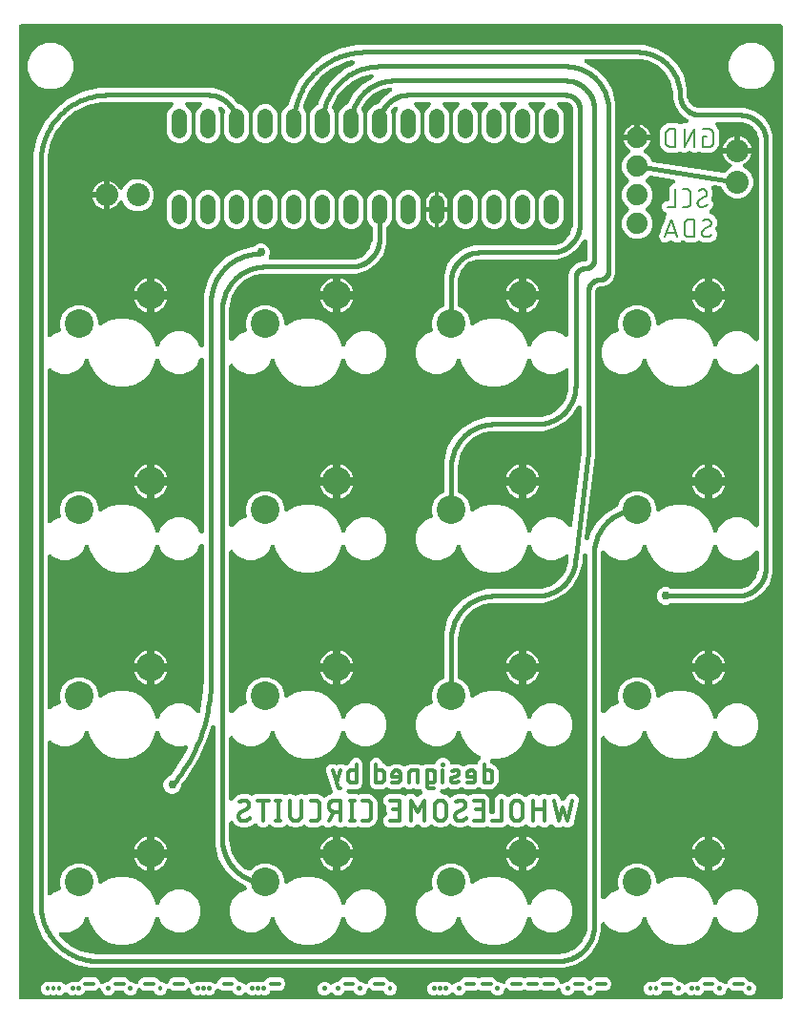
<source format=gbr>
G04 EAGLE Gerber RS-274X export*
G75*
%MOMM*%
%FSLAX34Y34*%
%LPD*%
%INBottom Copper*%
%IPPOS*%
%AMOC8*
5,1,8,0,0,1.08239X$1,22.5*%
G01*
%ADD10C,0.304800*%
%ADD11C,0.355600*%
%ADD12C,0.203200*%
%ADD13C,1.320800*%
%ADD14C,1.879600*%
%ADD15C,2.540000*%
%ADD16C,2.032000*%
%ADD17C,0.756400*%
%ADD18C,0.406400*%

G36*
X686126Y10163D02*
X686126Y10163D01*
X686144Y10161D01*
X686326Y10182D01*
X686509Y10201D01*
X686526Y10206D01*
X686543Y10208D01*
X686718Y10265D01*
X686894Y10319D01*
X686909Y10327D01*
X686926Y10333D01*
X687086Y10423D01*
X687248Y10511D01*
X687261Y10522D01*
X687277Y10531D01*
X687416Y10651D01*
X687557Y10768D01*
X687568Y10782D01*
X687582Y10794D01*
X687694Y10939D01*
X687809Y11082D01*
X687817Y11098D01*
X687828Y11112D01*
X687910Y11277D01*
X687995Y11439D01*
X688000Y11456D01*
X688008Y11472D01*
X688055Y11651D01*
X688106Y11826D01*
X688108Y11844D01*
X688112Y11861D01*
X688139Y12192D01*
X688139Y873508D01*
X688137Y873526D01*
X688139Y873544D01*
X688118Y873726D01*
X688099Y873909D01*
X688094Y873926D01*
X688092Y873943D01*
X688035Y874118D01*
X687981Y874294D01*
X687973Y874309D01*
X687967Y874326D01*
X687877Y874486D01*
X687789Y874648D01*
X687778Y874661D01*
X687769Y874677D01*
X687649Y874816D01*
X687532Y874957D01*
X687518Y874968D01*
X687506Y874982D01*
X687361Y875094D01*
X687218Y875209D01*
X687202Y875217D01*
X687188Y875228D01*
X687023Y875310D01*
X686861Y875395D01*
X686844Y875400D01*
X686828Y875408D01*
X686649Y875455D01*
X686474Y875506D01*
X686456Y875508D01*
X686439Y875512D01*
X686108Y875539D01*
X12192Y875539D01*
X12174Y875537D01*
X12156Y875539D01*
X11974Y875518D01*
X11791Y875499D01*
X11774Y875494D01*
X11757Y875492D01*
X11582Y875435D01*
X11406Y875381D01*
X11391Y875373D01*
X11374Y875367D01*
X11214Y875277D01*
X11052Y875189D01*
X11039Y875178D01*
X11023Y875169D01*
X10884Y875049D01*
X10743Y874932D01*
X10732Y874918D01*
X10718Y874906D01*
X10606Y874761D01*
X10491Y874618D01*
X10483Y874602D01*
X10472Y874588D01*
X10390Y874423D01*
X10305Y874261D01*
X10300Y874244D01*
X10292Y874228D01*
X10245Y874049D01*
X10194Y873874D01*
X10192Y873856D01*
X10188Y873839D01*
X10161Y873508D01*
X10161Y12192D01*
X10163Y12174D01*
X10161Y12156D01*
X10182Y11974D01*
X10201Y11791D01*
X10206Y11774D01*
X10208Y11757D01*
X10265Y11582D01*
X10319Y11406D01*
X10327Y11391D01*
X10333Y11374D01*
X10423Y11214D01*
X10511Y11052D01*
X10522Y11039D01*
X10531Y11023D01*
X10651Y10884D01*
X10768Y10743D01*
X10782Y10732D01*
X10794Y10718D01*
X10939Y10606D01*
X11082Y10491D01*
X11098Y10483D01*
X11112Y10472D01*
X11277Y10390D01*
X11439Y10305D01*
X11456Y10300D01*
X11472Y10292D01*
X11651Y10245D01*
X11826Y10194D01*
X11844Y10192D01*
X11861Y10188D01*
X12192Y10161D01*
X686108Y10161D01*
X686126Y10163D01*
G37*
%LPC*%
G36*
X73599Y38353D02*
X73599Y38353D01*
X61099Y41206D01*
X49548Y46769D01*
X39523Y54763D01*
X31529Y64788D01*
X25966Y76339D01*
X23113Y88839D01*
X23113Y760522D01*
X26412Y774975D01*
X32844Y788332D01*
X42087Y799923D01*
X53678Y809166D01*
X67034Y815598D01*
X81488Y818897D01*
X182789Y818897D01*
X192278Y815814D01*
X200349Y809949D01*
X203574Y805510D01*
X203698Y805372D01*
X203820Y805230D01*
X203832Y805221D01*
X203842Y805209D01*
X203991Y805098D01*
X204138Y804984D01*
X204152Y804977D01*
X204164Y804967D01*
X204332Y804887D01*
X204498Y804804D01*
X204513Y804800D01*
X204527Y804794D01*
X204707Y804748D01*
X204887Y804700D01*
X204904Y804698D01*
X204918Y804695D01*
X204987Y804692D01*
X205218Y804673D01*
X205322Y804673D01*
X209243Y803049D01*
X212245Y800047D01*
X213869Y796126D01*
X213869Y778674D01*
X212245Y774753D01*
X209243Y771751D01*
X205322Y770127D01*
X201078Y770127D01*
X197157Y771751D01*
X194155Y774753D01*
X192531Y778674D01*
X192531Y796126D01*
X193013Y797290D01*
X193032Y797351D01*
X193059Y797410D01*
X193090Y797544D01*
X193130Y797675D01*
X193136Y797739D01*
X193150Y797802D01*
X193155Y797939D01*
X193168Y798076D01*
X193161Y798140D01*
X193163Y798204D01*
X193140Y798340D01*
X193126Y798476D01*
X193107Y798538D01*
X193096Y798601D01*
X193047Y798730D01*
X193006Y798861D01*
X192975Y798917D01*
X192952Y798977D01*
X192854Y799139D01*
X192813Y799214D01*
X192797Y799233D01*
X192780Y799261D01*
X191656Y800807D01*
X191555Y800921D01*
X191459Y801040D01*
X191417Y801076D01*
X191389Y801108D01*
X191320Y801160D01*
X191207Y801256D01*
X190077Y802078D01*
X190036Y802101D01*
X190000Y802131D01*
X189863Y802203D01*
X189729Y802281D01*
X189685Y802296D01*
X189644Y802318D01*
X189495Y802361D01*
X189348Y802412D01*
X189302Y802418D01*
X189257Y802431D01*
X189103Y802444D01*
X188949Y802465D01*
X188903Y802461D01*
X188856Y802465D01*
X188703Y802448D01*
X188548Y802438D01*
X188502Y802426D01*
X188456Y802420D01*
X188309Y802373D01*
X188159Y802332D01*
X188117Y802311D01*
X188073Y802297D01*
X187937Y802222D01*
X187799Y802152D01*
X187762Y802124D01*
X187721Y802101D01*
X187604Y802000D01*
X187481Y801905D01*
X187451Y801869D01*
X187415Y801839D01*
X187320Y801717D01*
X187219Y801599D01*
X187196Y801559D01*
X187167Y801522D01*
X187098Y801384D01*
X187022Y801248D01*
X187007Y801204D01*
X186986Y801162D01*
X186946Y801013D01*
X186898Y800865D01*
X186892Y800819D01*
X186880Y800774D01*
X186869Y800619D01*
X186852Y800465D01*
X186856Y800419D01*
X186852Y800372D01*
X186873Y800218D01*
X186886Y800064D01*
X186899Y800019D01*
X186905Y799973D01*
X186981Y799735D01*
X186998Y799678D01*
X187002Y799669D01*
X187006Y799657D01*
X188469Y796126D01*
X188469Y778674D01*
X186845Y774753D01*
X183843Y771751D01*
X179922Y770127D01*
X175678Y770127D01*
X171757Y771751D01*
X168755Y774753D01*
X167131Y778674D01*
X167131Y796126D01*
X168755Y800047D01*
X171944Y803236D01*
X171950Y803243D01*
X171956Y803248D01*
X172077Y803398D01*
X172199Y803547D01*
X172203Y803555D01*
X172209Y803562D01*
X172297Y803732D01*
X172388Y803903D01*
X172390Y803912D01*
X172394Y803919D01*
X172447Y804104D01*
X172502Y804289D01*
X172503Y804298D01*
X172506Y804306D01*
X172521Y804497D01*
X172539Y804690D01*
X172538Y804699D01*
X172538Y804708D01*
X172516Y804897D01*
X172495Y805090D01*
X172493Y805099D01*
X172492Y805107D01*
X172432Y805289D01*
X172374Y805474D01*
X172370Y805482D01*
X172367Y805490D01*
X172272Y805658D01*
X172179Y805826D01*
X172173Y805833D01*
X172169Y805841D01*
X172043Y805987D01*
X171919Y806133D01*
X171911Y806139D01*
X171906Y806146D01*
X171754Y806263D01*
X171603Y806383D01*
X171595Y806387D01*
X171588Y806392D01*
X171415Y806478D01*
X171244Y806565D01*
X171235Y806568D01*
X171227Y806572D01*
X171041Y806622D01*
X170856Y806673D01*
X170847Y806674D01*
X170838Y806676D01*
X170508Y806703D01*
X159692Y806703D01*
X159684Y806702D01*
X159675Y806703D01*
X159483Y806682D01*
X159292Y806663D01*
X159283Y806661D01*
X159274Y806660D01*
X159092Y806602D01*
X158907Y806545D01*
X158899Y806541D01*
X158891Y806538D01*
X158722Y806445D01*
X158553Y806353D01*
X158546Y806348D01*
X158538Y806343D01*
X158391Y806219D01*
X158244Y806096D01*
X158238Y806089D01*
X158231Y806083D01*
X158112Y805932D01*
X157991Y805782D01*
X157987Y805774D01*
X157982Y805767D01*
X157893Y805593D01*
X157806Y805425D01*
X157803Y805416D01*
X157799Y805408D01*
X157747Y805222D01*
X157694Y805038D01*
X157694Y805029D01*
X157691Y805020D01*
X157677Y804827D01*
X157662Y804636D01*
X157663Y804628D01*
X157662Y804619D01*
X157686Y804426D01*
X157708Y804237D01*
X157711Y804228D01*
X157712Y804219D01*
X157774Y804036D01*
X157833Y803854D01*
X157838Y803846D01*
X157841Y803838D01*
X157937Y803671D01*
X158031Y803503D01*
X158037Y803496D01*
X158041Y803489D01*
X158256Y803236D01*
X161445Y800047D01*
X163069Y796126D01*
X163069Y778674D01*
X161445Y774753D01*
X158443Y771751D01*
X154522Y770127D01*
X150278Y770127D01*
X146357Y771751D01*
X143355Y774753D01*
X141731Y778674D01*
X141731Y796126D01*
X143355Y800047D01*
X146544Y803236D01*
X146550Y803243D01*
X146556Y803248D01*
X146677Y803398D01*
X146799Y803547D01*
X146803Y803555D01*
X146809Y803562D01*
X146897Y803732D01*
X146988Y803903D01*
X146990Y803912D01*
X146994Y803919D01*
X147047Y804104D01*
X147102Y804289D01*
X147103Y804298D01*
X147106Y804306D01*
X147121Y804497D01*
X147139Y804690D01*
X147138Y804699D01*
X147138Y804708D01*
X147116Y804897D01*
X147095Y805090D01*
X147093Y805099D01*
X147092Y805107D01*
X147032Y805289D01*
X146974Y805474D01*
X146970Y805482D01*
X146967Y805490D01*
X146872Y805658D01*
X146779Y805826D01*
X146773Y805833D01*
X146769Y805841D01*
X146643Y805987D01*
X146519Y806133D01*
X146511Y806139D01*
X146506Y806146D01*
X146354Y806263D01*
X146203Y806383D01*
X146195Y806387D01*
X146188Y806392D01*
X146015Y806478D01*
X145844Y806565D01*
X145835Y806568D01*
X145827Y806572D01*
X145641Y806622D01*
X145456Y806673D01*
X145447Y806674D01*
X145438Y806676D01*
X145108Y806703D01*
X88900Y806703D01*
X88851Y806698D01*
X88786Y806700D01*
X83013Y806376D01*
X83008Y806375D01*
X83003Y806375D01*
X82675Y806328D01*
X71418Y803759D01*
X71359Y803739D01*
X71299Y803728D01*
X71116Y803657D01*
X71036Y803631D01*
X71016Y803619D01*
X70989Y803609D01*
X60586Y798599D01*
X60533Y798567D01*
X60476Y798542D01*
X60314Y798433D01*
X60242Y798389D01*
X60225Y798373D01*
X60201Y798357D01*
X51174Y791158D01*
X51129Y791115D01*
X51079Y791078D01*
X50945Y790935D01*
X50885Y790877D01*
X50872Y790858D01*
X50852Y790836D01*
X43653Y781809D01*
X43619Y781757D01*
X43579Y781710D01*
X43480Y781541D01*
X43435Y781471D01*
X43426Y781449D01*
X43411Y781424D01*
X38401Y771021D01*
X38380Y770963D01*
X38351Y770908D01*
X38348Y770899D01*
X38345Y770892D01*
X38331Y770844D01*
X38292Y770721D01*
X38264Y770643D01*
X38260Y770620D01*
X38251Y770592D01*
X35682Y759335D01*
X35681Y759330D01*
X35680Y759326D01*
X35634Y758997D01*
X35310Y753224D01*
X35312Y753175D01*
X35307Y753110D01*
X35307Y600103D01*
X35308Y600094D01*
X35307Y600085D01*
X35328Y599893D01*
X35347Y599702D01*
X35349Y599693D01*
X35350Y599685D01*
X35408Y599502D01*
X35465Y599317D01*
X35469Y599309D01*
X35472Y599301D01*
X35565Y599132D01*
X35657Y598963D01*
X35662Y598956D01*
X35667Y598948D01*
X35792Y598801D01*
X35914Y598654D01*
X35921Y598648D01*
X35927Y598641D01*
X36079Y598522D01*
X36228Y598402D01*
X36236Y598397D01*
X36243Y598392D01*
X36415Y598304D01*
X36585Y598216D01*
X36594Y598214D01*
X36602Y598209D01*
X36788Y598158D01*
X36972Y598105D01*
X36981Y598104D01*
X36990Y598101D01*
X37182Y598087D01*
X37374Y598072D01*
X37382Y598073D01*
X37391Y598072D01*
X37584Y598096D01*
X37773Y598119D01*
X37782Y598121D01*
X37791Y598123D01*
X37974Y598184D01*
X38156Y598243D01*
X38164Y598248D01*
X38172Y598251D01*
X38338Y598346D01*
X38507Y598441D01*
X38514Y598447D01*
X38521Y598452D01*
X38774Y598666D01*
X40189Y600081D01*
X43404Y601412D01*
X43404Y601413D01*
X46086Y602524D01*
X46102Y602532D01*
X46119Y602538D01*
X46280Y602628D01*
X46441Y602714D01*
X46455Y602725D01*
X46471Y602734D01*
X46611Y602854D01*
X46752Y602970D01*
X46763Y602984D01*
X46777Y602996D01*
X46890Y603140D01*
X47005Y603283D01*
X47014Y603299D01*
X47025Y603313D01*
X47107Y603477D01*
X47193Y603640D01*
X47198Y603657D01*
X47206Y603673D01*
X47254Y603850D01*
X47306Y604026D01*
X47307Y604044D01*
X47312Y604061D01*
X47324Y604244D01*
X47340Y604427D01*
X47338Y604445D01*
X47339Y604463D01*
X47316Y604644D01*
X47295Y604827D01*
X47290Y604844D01*
X47287Y604862D01*
X47186Y605178D01*
X46735Y606265D01*
X46735Y612935D01*
X49288Y619096D01*
X54004Y623812D01*
X60165Y626365D01*
X66835Y626365D01*
X72996Y623812D01*
X77712Y619096D01*
X80265Y612935D01*
X80265Y610229D01*
X80279Y610084D01*
X80286Y609938D01*
X80299Y609884D01*
X80305Y609829D01*
X80348Y609689D01*
X80383Y609547D01*
X80406Y609497D01*
X80423Y609444D01*
X80492Y609315D01*
X80555Y609183D01*
X80588Y609138D01*
X80615Y609090D01*
X80708Y608977D01*
X80795Y608860D01*
X80837Y608823D01*
X80872Y608780D01*
X80986Y608689D01*
X81095Y608591D01*
X81143Y608563D01*
X81186Y608528D01*
X81316Y608461D01*
X81442Y608386D01*
X81494Y608368D01*
X81543Y608343D01*
X81684Y608302D01*
X81822Y608254D01*
X81877Y608247D01*
X81930Y608231D01*
X82076Y608219D01*
X82221Y608199D01*
X82276Y608203D01*
X82332Y608198D01*
X82477Y608215D01*
X82623Y608224D01*
X82676Y608239D01*
X82731Y608245D01*
X82870Y608290D01*
X83012Y608328D01*
X83069Y608355D01*
X83114Y608370D01*
X83187Y608411D01*
X83312Y608470D01*
X89958Y612307D01*
X97629Y614363D01*
X105571Y614363D01*
X113242Y612307D01*
X120120Y608336D01*
X125736Y602720D01*
X129707Y595842D01*
X131002Y591010D01*
X131052Y590878D01*
X131094Y590742D01*
X131123Y590690D01*
X131144Y590634D01*
X131219Y590513D01*
X131287Y590389D01*
X131326Y590343D01*
X131358Y590293D01*
X131455Y590190D01*
X131547Y590081D01*
X131593Y590044D01*
X131635Y590000D01*
X131751Y589918D01*
X131861Y589830D01*
X131915Y589803D01*
X131964Y589768D01*
X132094Y589711D01*
X132220Y589646D01*
X132277Y589630D01*
X132332Y589606D01*
X132471Y589575D01*
X132607Y589536D01*
X132667Y589532D01*
X132725Y589519D01*
X132867Y589516D01*
X133008Y589505D01*
X133068Y589513D01*
X133128Y589511D01*
X133267Y589537D01*
X133408Y589554D01*
X133465Y589573D01*
X133524Y589584D01*
X133656Y589636D01*
X133790Y589681D01*
X133842Y589710D01*
X133898Y589732D01*
X134017Y589810D01*
X134140Y589880D01*
X134185Y589919D01*
X134235Y589952D01*
X134337Y590051D01*
X134444Y590144D01*
X134480Y590192D01*
X134523Y590234D01*
X134603Y590351D01*
X134689Y590464D01*
X134720Y590525D01*
X134749Y590567D01*
X134781Y590643D01*
X134841Y590759D01*
X136519Y594811D01*
X141789Y600081D01*
X145004Y601412D01*
X145004Y601413D01*
X148674Y602933D01*
X156126Y602933D01*
X163011Y600081D01*
X168281Y594811D01*
X170335Y589851D01*
X170337Y589847D01*
X170339Y589843D01*
X170432Y589670D01*
X170526Y589496D01*
X170528Y589493D01*
X170531Y589489D01*
X170655Y589340D01*
X170782Y589186D01*
X170785Y589183D01*
X170788Y589180D01*
X170941Y589057D01*
X171095Y588932D01*
X171099Y588930D01*
X171102Y588927D01*
X171277Y588837D01*
X171451Y588745D01*
X171455Y588744D01*
X171459Y588742D01*
X171649Y588687D01*
X171838Y588632D01*
X171842Y588632D01*
X171846Y588630D01*
X172044Y588614D01*
X172239Y588597D01*
X172243Y588598D01*
X172248Y588597D01*
X172445Y588621D01*
X172639Y588643D01*
X172643Y588644D01*
X172647Y588644D01*
X172836Y588706D01*
X173022Y588766D01*
X173026Y588768D01*
X173030Y588769D01*
X173203Y588867D01*
X173374Y588962D01*
X173377Y588965D01*
X173381Y588967D01*
X173528Y589094D01*
X173679Y589224D01*
X173682Y589227D01*
X173686Y589230D01*
X173805Y589384D01*
X173928Y589541D01*
X173930Y589545D01*
X173932Y589548D01*
X174020Y589725D01*
X174108Y589901D01*
X174110Y589905D01*
X174112Y589909D01*
X174163Y590102D01*
X174215Y590289D01*
X174215Y590293D01*
X174216Y590298D01*
X174243Y590628D01*
X174243Y635137D01*
X177601Y647670D01*
X184089Y658907D01*
X193263Y668081D01*
X204500Y674569D01*
X217033Y677927D01*
X217678Y677927D01*
X217705Y677929D01*
X217732Y677927D01*
X217906Y677949D01*
X218079Y677967D01*
X218105Y677974D01*
X218131Y677978D01*
X218297Y678033D01*
X218464Y678085D01*
X218488Y678098D01*
X218513Y678106D01*
X218665Y678193D01*
X218818Y678277D01*
X218838Y678294D01*
X218862Y678307D01*
X219115Y678522D01*
X220345Y679752D01*
X223229Y680947D01*
X226351Y680947D01*
X229235Y679752D01*
X231442Y677545D01*
X232637Y674661D01*
X232637Y671539D01*
X231711Y669305D01*
X231708Y669292D01*
X231701Y669281D01*
X231650Y669101D01*
X231595Y668920D01*
X231594Y668907D01*
X231590Y668894D01*
X231575Y668706D01*
X231557Y668519D01*
X231558Y668506D01*
X231557Y668492D01*
X231579Y668306D01*
X231598Y668119D01*
X231602Y668106D01*
X231604Y668093D01*
X231662Y667914D01*
X231718Y667734D01*
X231725Y667723D01*
X231729Y667710D01*
X231821Y667546D01*
X231912Y667381D01*
X231920Y667371D01*
X231927Y667359D01*
X232049Y667217D01*
X232171Y667073D01*
X232181Y667065D01*
X232190Y667054D01*
X232338Y666940D01*
X232486Y666822D01*
X232498Y666816D01*
X232508Y666808D01*
X232676Y666724D01*
X232844Y666638D01*
X232856Y666634D01*
X232869Y666628D01*
X233051Y666579D01*
X233231Y666528D01*
X233244Y666527D01*
X233257Y666524D01*
X233588Y666497D01*
X304800Y666497D01*
X304866Y666503D01*
X304959Y666503D01*
X307661Y666716D01*
X307734Y666729D01*
X307807Y666732D01*
X307972Y666771D01*
X308058Y666787D01*
X308088Y666799D01*
X308130Y666809D01*
X313269Y668479D01*
X313409Y668540D01*
X313552Y668595D01*
X313599Y668623D01*
X313638Y668640D01*
X313708Y668690D01*
X313835Y668767D01*
X318207Y671944D01*
X318321Y672045D01*
X318440Y672141D01*
X318476Y672183D01*
X318508Y672211D01*
X318559Y672280D01*
X318656Y672393D01*
X321833Y676765D01*
X321910Y676897D01*
X321993Y677025D01*
X322015Y677076D01*
X322036Y677112D01*
X322064Y677194D01*
X322121Y677331D01*
X323791Y682470D01*
X323807Y682542D01*
X323831Y682611D01*
X323858Y682779D01*
X323877Y682864D01*
X323878Y682897D01*
X323884Y682939D01*
X324097Y685641D01*
X324096Y685707D01*
X324103Y685800D01*
X324103Y694763D01*
X324101Y694790D01*
X324103Y694817D01*
X324081Y694991D01*
X324063Y695164D01*
X324056Y695190D01*
X324052Y695216D01*
X323997Y695382D01*
X323945Y695549D01*
X323932Y695573D01*
X323924Y695598D01*
X323837Y695750D01*
X323753Y695903D01*
X323736Y695924D01*
X323723Y695947D01*
X323508Y696200D01*
X321155Y698553D01*
X319531Y702474D01*
X319531Y719926D01*
X321155Y723847D01*
X324157Y726849D01*
X328078Y728473D01*
X332322Y728473D01*
X336243Y726849D01*
X339245Y723847D01*
X340869Y719926D01*
X340869Y702474D01*
X339245Y698553D01*
X336892Y696200D01*
X336875Y696179D01*
X336854Y696162D01*
X336747Y696024D01*
X336637Y695888D01*
X336624Y695865D01*
X336608Y695844D01*
X336530Y695687D01*
X336448Y695533D01*
X336440Y695507D01*
X336428Y695483D01*
X336383Y695314D01*
X336333Y695147D01*
X336331Y695120D01*
X336324Y695094D01*
X336297Y694763D01*
X336297Y680811D01*
X333214Y671322D01*
X327349Y663251D01*
X319278Y657386D01*
X309789Y654303D01*
X228600Y654303D01*
X228544Y654298D01*
X228467Y654299D01*
X224555Y654043D01*
X224522Y654037D01*
X224489Y654037D01*
X224162Y653978D01*
X216604Y651953D01*
X216511Y651917D01*
X216415Y651892D01*
X216302Y651838D01*
X216228Y651810D01*
X216181Y651781D01*
X216115Y651750D01*
X209339Y647838D01*
X209257Y647779D01*
X209171Y647729D01*
X209076Y647649D01*
X209012Y647603D01*
X208974Y647563D01*
X208918Y647515D01*
X203385Y641982D01*
X203322Y641905D01*
X203251Y641834D01*
X203181Y641732D01*
X203130Y641671D01*
X203105Y641622D01*
X203062Y641561D01*
X199150Y634785D01*
X199109Y634694D01*
X199059Y634608D01*
X199033Y634535D01*
X199019Y634507D01*
X199008Y634471D01*
X198985Y634419D01*
X198972Y634365D01*
X198947Y634296D01*
X196922Y626738D01*
X196917Y626705D01*
X196906Y626673D01*
X196857Y626345D01*
X196601Y622433D01*
X196603Y622376D01*
X196597Y622300D01*
X196597Y596293D01*
X196598Y596284D01*
X196597Y596275D01*
X196618Y596083D01*
X196637Y595892D01*
X196639Y595883D01*
X196640Y595875D01*
X196698Y595692D01*
X196755Y595507D01*
X196759Y595499D01*
X196762Y595491D01*
X196855Y595322D01*
X196947Y595153D01*
X196952Y595146D01*
X196957Y595138D01*
X197081Y594991D01*
X197204Y594844D01*
X197211Y594838D01*
X197217Y594831D01*
X197368Y594712D01*
X197518Y594592D01*
X197526Y594587D01*
X197533Y594582D01*
X197706Y594494D01*
X197875Y594406D01*
X197884Y594404D01*
X197892Y594399D01*
X198078Y594348D01*
X198262Y594295D01*
X198271Y594294D01*
X198280Y594291D01*
X198473Y594277D01*
X198664Y594262D01*
X198672Y594263D01*
X198681Y594262D01*
X198874Y594286D01*
X199063Y594309D01*
X199072Y594311D01*
X199081Y594313D01*
X199264Y594374D01*
X199446Y594433D01*
X199454Y594438D01*
X199462Y594441D01*
X199629Y594537D01*
X199797Y594631D01*
X199804Y594637D01*
X199811Y594642D01*
X200064Y594856D01*
X205289Y600081D01*
X208504Y601412D01*
X208504Y601413D01*
X211186Y602524D01*
X211202Y602532D01*
X211219Y602538D01*
X211380Y602628D01*
X211541Y602714D01*
X211555Y602725D01*
X211571Y602734D01*
X211711Y602854D01*
X211852Y602970D01*
X211863Y602984D01*
X211877Y602996D01*
X211990Y603140D01*
X212105Y603283D01*
X212114Y603299D01*
X212125Y603313D01*
X212207Y603477D01*
X212293Y603640D01*
X212298Y603657D01*
X212306Y603673D01*
X212354Y603850D01*
X212406Y604026D01*
X212407Y604044D01*
X212412Y604061D01*
X212424Y604244D01*
X212440Y604427D01*
X212438Y604445D01*
X212439Y604463D01*
X212416Y604644D01*
X212395Y604827D01*
X212390Y604844D01*
X212387Y604862D01*
X212286Y605178D01*
X211835Y606265D01*
X211835Y612935D01*
X214388Y619096D01*
X219104Y623812D01*
X225265Y626365D01*
X231935Y626365D01*
X238096Y623812D01*
X242812Y619096D01*
X245365Y612935D01*
X245365Y610229D01*
X245379Y610084D01*
X245386Y609938D01*
X245399Y609884D01*
X245405Y609829D01*
X245448Y609689D01*
X245483Y609547D01*
X245506Y609497D01*
X245523Y609444D01*
X245592Y609315D01*
X245655Y609183D01*
X245688Y609138D01*
X245715Y609090D01*
X245808Y608977D01*
X245895Y608860D01*
X245937Y608823D01*
X245972Y608780D01*
X246086Y608689D01*
X246195Y608591D01*
X246243Y608563D01*
X246286Y608528D01*
X246416Y608461D01*
X246542Y608386D01*
X246594Y608368D01*
X246643Y608343D01*
X246784Y608302D01*
X246922Y608254D01*
X246977Y608247D01*
X247030Y608231D01*
X247176Y608219D01*
X247321Y608199D01*
X247376Y608203D01*
X247432Y608198D01*
X247577Y608215D01*
X247723Y608224D01*
X247776Y608239D01*
X247831Y608245D01*
X247970Y608290D01*
X248112Y608328D01*
X248169Y608355D01*
X248214Y608370D01*
X248287Y608411D01*
X248412Y608470D01*
X255058Y612307D01*
X262729Y614363D01*
X270671Y614363D01*
X278342Y612307D01*
X285220Y608336D01*
X290836Y602720D01*
X294807Y595842D01*
X296102Y591010D01*
X296152Y590878D01*
X296194Y590742D01*
X296223Y590690D01*
X296244Y590634D01*
X296319Y590513D01*
X296387Y590389D01*
X296426Y590343D01*
X296458Y590293D01*
X296555Y590190D01*
X296647Y590081D01*
X296693Y590044D01*
X296735Y590000D01*
X296851Y589918D01*
X296961Y589830D01*
X297015Y589803D01*
X297064Y589768D01*
X297194Y589711D01*
X297320Y589646D01*
X297377Y589630D01*
X297432Y589606D01*
X297571Y589575D01*
X297707Y589536D01*
X297767Y589532D01*
X297825Y589519D01*
X297967Y589516D01*
X298108Y589505D01*
X298168Y589513D01*
X298228Y589511D01*
X298367Y589537D01*
X298508Y589554D01*
X298565Y589573D01*
X298624Y589584D01*
X298756Y589636D01*
X298890Y589681D01*
X298942Y589710D01*
X298998Y589732D01*
X299117Y589810D01*
X299240Y589880D01*
X299285Y589919D01*
X299335Y589952D01*
X299437Y590051D01*
X299544Y590144D01*
X299580Y590192D01*
X299623Y590234D01*
X299703Y590351D01*
X299789Y590464D01*
X299820Y590525D01*
X299849Y590567D01*
X299881Y590643D01*
X299941Y590759D01*
X301619Y594811D01*
X306889Y600081D01*
X310104Y601412D01*
X310104Y601413D01*
X313774Y602933D01*
X321226Y602933D01*
X328111Y600081D01*
X333381Y594811D01*
X336233Y587926D01*
X336233Y580474D01*
X333381Y573589D01*
X328111Y568319D01*
X321226Y565467D01*
X313774Y565467D01*
X306889Y568319D01*
X301619Y573589D01*
X299941Y577641D01*
X299874Y577766D01*
X299814Y577895D01*
X299779Y577943D01*
X299750Y577996D01*
X299660Y578106D01*
X299576Y578220D01*
X299532Y578260D01*
X299494Y578306D01*
X299384Y578396D01*
X299279Y578491D01*
X299228Y578522D01*
X299181Y578560D01*
X299056Y578626D01*
X298934Y578699D01*
X298878Y578719D01*
X298825Y578747D01*
X298689Y578787D01*
X298555Y578835D01*
X298496Y578843D01*
X298438Y578860D01*
X298297Y578873D01*
X298157Y578893D01*
X298097Y578890D01*
X298037Y578895D01*
X297897Y578879D01*
X297755Y578871D01*
X297697Y578857D01*
X297637Y578850D01*
X297502Y578807D01*
X297365Y578771D01*
X297311Y578745D01*
X297254Y578727D01*
X297130Y578657D01*
X297003Y578596D01*
X296955Y578560D01*
X296902Y578530D01*
X296795Y578438D01*
X296682Y578352D01*
X296642Y578307D01*
X296597Y578268D01*
X296509Y578157D01*
X296415Y578051D01*
X296385Y577999D01*
X296348Y577951D01*
X296285Y577825D01*
X296214Y577702D01*
X296191Y577637D01*
X296168Y577592D01*
X296146Y577513D01*
X296102Y577390D01*
X294807Y572558D01*
X290836Y565680D01*
X285220Y560064D01*
X278342Y556093D01*
X270671Y554037D01*
X262729Y554037D01*
X255058Y556093D01*
X248180Y560064D01*
X242564Y565680D01*
X238593Y572558D01*
X237298Y577390D01*
X237248Y577522D01*
X237206Y577658D01*
X237177Y577710D01*
X237156Y577766D01*
X237081Y577887D01*
X237013Y578011D01*
X236974Y578057D01*
X236942Y578107D01*
X236845Y578210D01*
X236753Y578319D01*
X236707Y578356D01*
X236665Y578400D01*
X236549Y578482D01*
X236439Y578570D01*
X236385Y578597D01*
X236336Y578632D01*
X236206Y578689D01*
X236080Y578754D01*
X236023Y578770D01*
X235968Y578794D01*
X235829Y578825D01*
X235693Y578864D01*
X235633Y578868D01*
X235575Y578881D01*
X235433Y578884D01*
X235292Y578895D01*
X235232Y578887D01*
X235172Y578889D01*
X235033Y578863D01*
X234892Y578846D01*
X234835Y578827D01*
X234776Y578816D01*
X234644Y578764D01*
X234510Y578719D01*
X234458Y578690D01*
X234402Y578668D01*
X234283Y578590D01*
X234160Y578520D01*
X234115Y578481D01*
X234065Y578448D01*
X233963Y578349D01*
X233856Y578256D01*
X233820Y578208D01*
X233777Y578166D01*
X233697Y578049D01*
X233611Y577936D01*
X233580Y577875D01*
X233551Y577833D01*
X233519Y577757D01*
X233459Y577641D01*
X231781Y573589D01*
X226511Y568319D01*
X219626Y565467D01*
X212174Y565467D01*
X205289Y568319D01*
X200064Y573544D01*
X200057Y573549D01*
X200052Y573556D01*
X199902Y573676D01*
X199753Y573799D01*
X199745Y573803D01*
X199738Y573808D01*
X199568Y573897D01*
X199397Y573987D01*
X199388Y573990D01*
X199381Y573994D01*
X199196Y574047D01*
X199011Y574102D01*
X199002Y574103D01*
X198994Y574105D01*
X198802Y574121D01*
X198610Y574139D01*
X198601Y574138D01*
X198592Y574138D01*
X198403Y574116D01*
X198210Y574095D01*
X198201Y574092D01*
X198193Y574091D01*
X198011Y574032D01*
X197826Y573974D01*
X197818Y573969D01*
X197810Y573967D01*
X197641Y573871D01*
X197474Y573779D01*
X197467Y573773D01*
X197459Y573769D01*
X197313Y573643D01*
X197167Y573518D01*
X197161Y573511D01*
X197154Y573505D01*
X197037Y573354D01*
X196917Y573202D01*
X196913Y573194D01*
X196908Y573187D01*
X196822Y573015D01*
X196735Y572843D01*
X196732Y572835D01*
X196728Y572827D01*
X196678Y572640D01*
X196627Y572456D01*
X196626Y572447D01*
X196624Y572438D01*
X196597Y572107D01*
X196597Y431193D01*
X196598Y431184D01*
X196597Y431175D01*
X196618Y430983D01*
X196637Y430792D01*
X196639Y430783D01*
X196640Y430775D01*
X196698Y430592D01*
X196755Y430407D01*
X196759Y430399D01*
X196762Y430391D01*
X196855Y430222D01*
X196947Y430053D01*
X196952Y430046D01*
X196957Y430038D01*
X197081Y429891D01*
X197204Y429744D01*
X197211Y429738D01*
X197217Y429731D01*
X197368Y429612D01*
X197518Y429492D01*
X197526Y429487D01*
X197533Y429482D01*
X197706Y429394D01*
X197875Y429306D01*
X197884Y429304D01*
X197892Y429299D01*
X198078Y429248D01*
X198262Y429195D01*
X198271Y429194D01*
X198280Y429191D01*
X198473Y429177D01*
X198664Y429162D01*
X198672Y429163D01*
X198681Y429162D01*
X198874Y429186D01*
X199063Y429209D01*
X199072Y429211D01*
X199081Y429213D01*
X199264Y429274D01*
X199446Y429333D01*
X199454Y429338D01*
X199462Y429341D01*
X199629Y429437D01*
X199797Y429531D01*
X199804Y429537D01*
X199811Y429542D01*
X200064Y429756D01*
X205289Y434981D01*
X209877Y436881D01*
X211186Y437424D01*
X211202Y437432D01*
X211219Y437438D01*
X211380Y437528D01*
X211541Y437614D01*
X211555Y437625D01*
X211571Y437634D01*
X211711Y437754D01*
X211852Y437870D01*
X211863Y437884D01*
X211877Y437896D01*
X211990Y438040D01*
X212105Y438183D01*
X212114Y438199D01*
X212125Y438213D01*
X212207Y438377D01*
X212293Y438540D01*
X212298Y438557D01*
X212306Y438573D01*
X212354Y438750D01*
X212406Y438926D01*
X212407Y438944D01*
X212412Y438961D01*
X212424Y439144D01*
X212440Y439327D01*
X212438Y439345D01*
X212439Y439363D01*
X212416Y439544D01*
X212395Y439727D01*
X212390Y439744D01*
X212387Y439762D01*
X212286Y440078D01*
X211835Y441165D01*
X211835Y447835D01*
X214388Y453996D01*
X219104Y458712D01*
X225265Y461265D01*
X231935Y461265D01*
X238096Y458712D01*
X242812Y453996D01*
X245365Y447835D01*
X245365Y445129D01*
X245379Y444984D01*
X245386Y444838D01*
X245399Y444784D01*
X245405Y444729D01*
X245448Y444589D01*
X245483Y444447D01*
X245506Y444397D01*
X245523Y444344D01*
X245592Y444215D01*
X245655Y444083D01*
X245688Y444038D01*
X245715Y443990D01*
X245808Y443877D01*
X245895Y443760D01*
X245937Y443723D01*
X245972Y443680D01*
X246086Y443589D01*
X246195Y443491D01*
X246243Y443463D01*
X246286Y443428D01*
X246416Y443361D01*
X246542Y443286D01*
X246594Y443268D01*
X246643Y443243D01*
X246784Y443202D01*
X246922Y443154D01*
X246977Y443147D01*
X247030Y443131D01*
X247176Y443119D01*
X247321Y443099D01*
X247376Y443103D01*
X247432Y443098D01*
X247577Y443115D01*
X247723Y443124D01*
X247776Y443139D01*
X247831Y443145D01*
X247970Y443190D01*
X248112Y443228D01*
X248169Y443255D01*
X248214Y443270D01*
X248287Y443311D01*
X248412Y443370D01*
X255058Y447207D01*
X262729Y449263D01*
X270671Y449263D01*
X278342Y447207D01*
X285220Y443236D01*
X290836Y437620D01*
X294807Y430742D01*
X296102Y425910D01*
X296152Y425778D01*
X296194Y425642D01*
X296223Y425590D01*
X296244Y425534D01*
X296319Y425413D01*
X296387Y425289D01*
X296426Y425243D01*
X296458Y425193D01*
X296555Y425090D01*
X296647Y424981D01*
X296693Y424944D01*
X296735Y424900D01*
X296851Y424818D01*
X296961Y424730D01*
X297015Y424703D01*
X297064Y424668D01*
X297194Y424611D01*
X297320Y424546D01*
X297377Y424530D01*
X297432Y424506D01*
X297571Y424475D01*
X297707Y424436D01*
X297767Y424432D01*
X297825Y424419D01*
X297967Y424416D01*
X298108Y424405D01*
X298168Y424413D01*
X298228Y424411D01*
X298367Y424437D01*
X298508Y424454D01*
X298565Y424473D01*
X298624Y424484D01*
X298756Y424536D01*
X298890Y424581D01*
X298942Y424610D01*
X298998Y424632D01*
X299117Y424710D01*
X299240Y424780D01*
X299285Y424819D01*
X299335Y424852D01*
X299437Y424951D01*
X299544Y425044D01*
X299580Y425092D01*
X299623Y425134D01*
X299703Y425251D01*
X299789Y425364D01*
X299820Y425425D01*
X299849Y425467D01*
X299881Y425543D01*
X299941Y425659D01*
X301619Y429711D01*
X306889Y434981D01*
X313774Y437833D01*
X321226Y437833D01*
X328111Y434981D01*
X333381Y429711D01*
X336233Y422826D01*
X336233Y415374D01*
X333381Y408489D01*
X328111Y403219D01*
X321226Y400367D01*
X313774Y400367D01*
X306889Y403219D01*
X301619Y408489D01*
X299941Y412541D01*
X299874Y412666D01*
X299814Y412795D01*
X299779Y412843D01*
X299750Y412896D01*
X299660Y413006D01*
X299576Y413120D01*
X299532Y413160D01*
X299494Y413206D01*
X299384Y413296D01*
X299279Y413391D01*
X299228Y413422D01*
X299181Y413460D01*
X299056Y413526D01*
X298934Y413599D01*
X298878Y413619D01*
X298825Y413647D01*
X298689Y413687D01*
X298555Y413735D01*
X298496Y413743D01*
X298438Y413760D01*
X298297Y413773D01*
X298157Y413793D01*
X298097Y413790D01*
X298037Y413795D01*
X297897Y413779D01*
X297755Y413771D01*
X297697Y413757D01*
X297637Y413750D01*
X297502Y413707D01*
X297365Y413671D01*
X297311Y413645D01*
X297254Y413627D01*
X297130Y413557D01*
X297003Y413496D01*
X296955Y413460D01*
X296902Y413430D01*
X296795Y413338D01*
X296682Y413252D01*
X296642Y413207D01*
X296597Y413168D01*
X296509Y413057D01*
X296415Y412951D01*
X296385Y412899D01*
X296348Y412851D01*
X296285Y412725D01*
X296214Y412602D01*
X296191Y412537D01*
X296168Y412492D01*
X296146Y412413D01*
X296102Y412290D01*
X294807Y407458D01*
X290836Y400580D01*
X285220Y394964D01*
X278342Y390993D01*
X270671Y388937D01*
X262729Y388937D01*
X255058Y390993D01*
X248180Y394964D01*
X242564Y400580D01*
X238593Y407458D01*
X237298Y412290D01*
X237248Y412422D01*
X237206Y412558D01*
X237177Y412610D01*
X237156Y412666D01*
X237081Y412787D01*
X237013Y412911D01*
X236974Y412957D01*
X236942Y413007D01*
X236845Y413110D01*
X236753Y413219D01*
X236707Y413256D01*
X236665Y413300D01*
X236549Y413382D01*
X236439Y413470D01*
X236385Y413497D01*
X236336Y413532D01*
X236206Y413589D01*
X236080Y413654D01*
X236023Y413670D01*
X235968Y413694D01*
X235829Y413725D01*
X235693Y413764D01*
X235633Y413768D01*
X235575Y413781D01*
X235433Y413784D01*
X235292Y413795D01*
X235232Y413787D01*
X235172Y413789D01*
X235033Y413763D01*
X234892Y413746D01*
X234835Y413727D01*
X234776Y413716D01*
X234644Y413664D01*
X234510Y413619D01*
X234458Y413590D01*
X234402Y413568D01*
X234283Y413490D01*
X234160Y413420D01*
X234115Y413381D01*
X234065Y413348D01*
X233963Y413249D01*
X233856Y413156D01*
X233820Y413108D01*
X233777Y413066D01*
X233697Y412949D01*
X233611Y412836D01*
X233580Y412775D01*
X233551Y412733D01*
X233519Y412657D01*
X233459Y412541D01*
X231781Y408489D01*
X226511Y403219D01*
X219626Y400367D01*
X212174Y400367D01*
X205289Y403219D01*
X200064Y408444D01*
X200057Y408449D01*
X200052Y408456D01*
X199902Y408576D01*
X199753Y408699D01*
X199745Y408703D01*
X199738Y408708D01*
X199568Y408797D01*
X199397Y408887D01*
X199388Y408890D01*
X199381Y408894D01*
X199196Y408947D01*
X199011Y409002D01*
X199002Y409003D01*
X198994Y409005D01*
X198802Y409021D01*
X198610Y409039D01*
X198601Y409038D01*
X198592Y409038D01*
X198403Y409016D01*
X198210Y408995D01*
X198201Y408992D01*
X198193Y408991D01*
X198011Y408932D01*
X197826Y408874D01*
X197818Y408869D01*
X197810Y408867D01*
X197641Y408771D01*
X197474Y408679D01*
X197467Y408673D01*
X197459Y408669D01*
X197313Y408543D01*
X197167Y408418D01*
X197161Y408411D01*
X197154Y408405D01*
X197037Y408254D01*
X196917Y408102D01*
X196913Y408094D01*
X196908Y408087D01*
X196822Y407915D01*
X196735Y407743D01*
X196732Y407735D01*
X196728Y407727D01*
X196678Y407540D01*
X196627Y407356D01*
X196626Y407347D01*
X196624Y407338D01*
X196597Y407007D01*
X196597Y266093D01*
X196598Y266084D01*
X196597Y266075D01*
X196598Y266068D01*
X196597Y266063D01*
X196611Y265940D01*
X196618Y265883D01*
X196637Y265692D01*
X196639Y265683D01*
X196640Y265675D01*
X196698Y265491D01*
X196755Y265307D01*
X196759Y265299D01*
X196762Y265291D01*
X196855Y265122D01*
X196947Y264953D01*
X196952Y264946D01*
X196957Y264938D01*
X197081Y264791D01*
X197204Y264644D01*
X197211Y264638D01*
X197217Y264631D01*
X197368Y264512D01*
X197518Y264392D01*
X197526Y264387D01*
X197533Y264382D01*
X197706Y264294D01*
X197875Y264206D01*
X197884Y264204D01*
X197892Y264199D01*
X198078Y264148D01*
X198262Y264095D01*
X198271Y264094D01*
X198280Y264091D01*
X198473Y264077D01*
X198664Y264062D01*
X198672Y264063D01*
X198681Y264062D01*
X198874Y264086D01*
X199063Y264109D01*
X199072Y264111D01*
X199081Y264113D01*
X199264Y264174D01*
X199446Y264233D01*
X199454Y264238D01*
X199462Y264241D01*
X199629Y264337D01*
X199718Y264387D01*
X199773Y264417D01*
X199778Y264421D01*
X199797Y264431D01*
X199804Y264437D01*
X199811Y264442D01*
X200064Y264656D01*
X205289Y269881D01*
X211186Y272324D01*
X211202Y272332D01*
X211219Y272338D01*
X211380Y272428D01*
X211541Y272514D01*
X211555Y272525D01*
X211571Y272534D01*
X211711Y272654D01*
X211852Y272770D01*
X211863Y272784D01*
X211877Y272796D01*
X211990Y272940D01*
X212105Y273083D01*
X212114Y273099D01*
X212125Y273113D01*
X212207Y273277D01*
X212293Y273440D01*
X212298Y273457D01*
X212306Y273473D01*
X212354Y273650D01*
X212406Y273826D01*
X212407Y273844D01*
X212412Y273861D01*
X212424Y274044D01*
X212440Y274227D01*
X212438Y274245D01*
X212439Y274263D01*
X212416Y274444D01*
X212395Y274627D01*
X212390Y274644D01*
X212387Y274662D01*
X212286Y274978D01*
X211835Y276065D01*
X211835Y282735D01*
X214388Y288896D01*
X219104Y293612D01*
X225265Y296165D01*
X231935Y296165D01*
X238096Y293612D01*
X242812Y288896D01*
X245365Y282735D01*
X245365Y280029D01*
X245379Y279884D01*
X245386Y279738D01*
X245399Y279684D01*
X245405Y279629D01*
X245448Y279489D01*
X245483Y279347D01*
X245506Y279297D01*
X245523Y279244D01*
X245592Y279115D01*
X245655Y278983D01*
X245688Y278938D01*
X245715Y278890D01*
X245808Y278777D01*
X245895Y278660D01*
X245937Y278623D01*
X245972Y278580D01*
X246086Y278489D01*
X246195Y278391D01*
X246243Y278363D01*
X246286Y278328D01*
X246416Y278261D01*
X246542Y278186D01*
X246594Y278168D01*
X246643Y278143D01*
X246784Y278102D01*
X246922Y278054D01*
X246977Y278047D01*
X247030Y278031D01*
X247176Y278019D01*
X247321Y277999D01*
X247376Y278003D01*
X247432Y277998D01*
X247577Y278015D01*
X247723Y278024D01*
X247776Y278039D01*
X247831Y278045D01*
X247970Y278090D01*
X248112Y278128D01*
X248169Y278155D01*
X248214Y278170D01*
X248287Y278211D01*
X248412Y278270D01*
X255058Y282107D01*
X262729Y284163D01*
X270671Y284163D01*
X278342Y282107D01*
X285220Y278136D01*
X290836Y272520D01*
X294807Y265642D01*
X296102Y260810D01*
X296152Y260678D01*
X296194Y260542D01*
X296223Y260490D01*
X296244Y260434D01*
X296319Y260313D01*
X296387Y260189D01*
X296426Y260143D01*
X296458Y260093D01*
X296555Y259990D01*
X296647Y259881D01*
X296693Y259844D01*
X296735Y259800D01*
X296851Y259718D01*
X296961Y259630D01*
X297015Y259603D01*
X297064Y259568D01*
X297194Y259511D01*
X297320Y259446D01*
X297377Y259430D01*
X297432Y259406D01*
X297571Y259375D01*
X297707Y259336D01*
X297767Y259332D01*
X297825Y259319D01*
X297967Y259316D01*
X298108Y259305D01*
X298168Y259313D01*
X298228Y259311D01*
X298367Y259337D01*
X298508Y259354D01*
X298565Y259373D01*
X298624Y259384D01*
X298756Y259436D01*
X298890Y259481D01*
X298942Y259510D01*
X298998Y259532D01*
X299117Y259610D01*
X299240Y259680D01*
X299285Y259719D01*
X299335Y259752D01*
X299437Y259851D01*
X299544Y259944D01*
X299580Y259992D01*
X299623Y260034D01*
X299703Y260151D01*
X299789Y260264D01*
X299820Y260325D01*
X299849Y260367D01*
X299881Y260443D01*
X299941Y260559D01*
X301619Y264611D01*
X306889Y269881D01*
X313774Y272733D01*
X321226Y272733D01*
X328111Y269881D01*
X333381Y264611D01*
X336233Y257726D01*
X336233Y250274D01*
X333381Y243389D01*
X328111Y238119D01*
X326623Y237503D01*
X321226Y235267D01*
X313774Y235267D01*
X306889Y238119D01*
X301619Y243389D01*
X299941Y247441D01*
X299874Y247566D01*
X299814Y247695D01*
X299779Y247743D01*
X299750Y247796D01*
X299660Y247906D01*
X299576Y248020D01*
X299532Y248060D01*
X299494Y248106D01*
X299384Y248196D01*
X299279Y248291D01*
X299228Y248322D01*
X299181Y248360D01*
X299056Y248426D01*
X298934Y248499D01*
X298878Y248519D01*
X298825Y248547D01*
X298689Y248587D01*
X298555Y248635D01*
X298496Y248643D01*
X298438Y248660D01*
X298297Y248673D01*
X298157Y248693D01*
X298097Y248690D01*
X298037Y248695D01*
X297897Y248679D01*
X297755Y248671D01*
X297697Y248657D01*
X297637Y248650D01*
X297502Y248607D01*
X297365Y248571D01*
X297311Y248545D01*
X297254Y248527D01*
X297130Y248457D01*
X297003Y248396D01*
X296955Y248360D01*
X296902Y248330D01*
X296795Y248238D01*
X296682Y248152D01*
X296642Y248107D01*
X296597Y248068D01*
X296509Y247957D01*
X296415Y247851D01*
X296385Y247799D01*
X296348Y247751D01*
X296285Y247625D01*
X296214Y247502D01*
X296191Y247437D01*
X296168Y247392D01*
X296146Y247313D01*
X296102Y247190D01*
X294807Y242358D01*
X290836Y235480D01*
X285220Y229864D01*
X278342Y225893D01*
X270671Y223837D01*
X262729Y223837D01*
X255058Y225893D01*
X248180Y229864D01*
X242564Y235480D01*
X238593Y242358D01*
X237298Y247190D01*
X237248Y247322D01*
X237206Y247458D01*
X237177Y247510D01*
X237156Y247566D01*
X237081Y247687D01*
X237013Y247811D01*
X236974Y247857D01*
X236942Y247907D01*
X236845Y248010D01*
X236753Y248119D01*
X236707Y248156D01*
X236665Y248200D01*
X236549Y248282D01*
X236439Y248370D01*
X236385Y248397D01*
X236336Y248432D01*
X236206Y248489D01*
X236080Y248554D01*
X236023Y248570D01*
X235968Y248594D01*
X235829Y248625D01*
X235693Y248664D01*
X235633Y248668D01*
X235575Y248681D01*
X235433Y248684D01*
X235292Y248695D01*
X235232Y248687D01*
X235172Y248689D01*
X235033Y248663D01*
X234892Y248646D01*
X234835Y248627D01*
X234776Y248616D01*
X234644Y248564D01*
X234510Y248519D01*
X234458Y248490D01*
X234402Y248468D01*
X234283Y248390D01*
X234160Y248320D01*
X234115Y248281D01*
X234065Y248248D01*
X233963Y248149D01*
X233856Y248056D01*
X233820Y248008D01*
X233777Y247966D01*
X233697Y247849D01*
X233611Y247736D01*
X233580Y247675D01*
X233551Y247633D01*
X233519Y247557D01*
X233459Y247441D01*
X231781Y243389D01*
X226511Y238119D01*
X225023Y237503D01*
X219626Y235267D01*
X212174Y235267D01*
X205289Y238119D01*
X200064Y243344D01*
X200057Y243349D01*
X200052Y243356D01*
X199902Y243476D01*
X199753Y243599D01*
X199745Y243603D01*
X199738Y243608D01*
X199568Y243697D01*
X199397Y243787D01*
X199388Y243790D01*
X199381Y243794D01*
X199196Y243847D01*
X199011Y243902D01*
X199002Y243903D01*
X198994Y243905D01*
X198802Y243921D01*
X198610Y243939D01*
X198601Y243938D01*
X198592Y243938D01*
X198403Y243916D01*
X198210Y243895D01*
X198201Y243892D01*
X198193Y243891D01*
X198011Y243832D01*
X197826Y243774D01*
X197818Y243769D01*
X197810Y243767D01*
X197641Y243671D01*
X197474Y243579D01*
X197467Y243573D01*
X197459Y243569D01*
X197313Y243443D01*
X197167Y243318D01*
X197161Y243311D01*
X197154Y243305D01*
X197037Y243154D01*
X196917Y243002D01*
X196913Y242994D01*
X196908Y242987D01*
X196821Y242814D01*
X196735Y242643D01*
X196732Y242635D01*
X196728Y242627D01*
X196678Y242440D01*
X196627Y242256D01*
X196626Y242247D01*
X196624Y242238D01*
X196597Y241907D01*
X196597Y188487D01*
X196603Y188425D01*
X196601Y188363D01*
X196623Y188225D01*
X196637Y188086D01*
X196655Y188027D01*
X196665Y187966D01*
X196714Y187835D01*
X196755Y187701D01*
X196784Y187647D01*
X196806Y187589D01*
X196880Y187470D01*
X196947Y187347D01*
X196986Y187300D01*
X197019Y187247D01*
X197115Y187145D01*
X197204Y187038D01*
X197253Y186999D01*
X197295Y186954D01*
X197409Y186873D01*
X197518Y186786D01*
X197573Y186757D01*
X197624Y186721D01*
X197752Y186665D01*
X197875Y186600D01*
X197935Y186583D01*
X197992Y186558D01*
X198128Y186528D01*
X198262Y186489D01*
X198324Y186484D01*
X198385Y186470D01*
X198524Y186467D01*
X198664Y186456D01*
X198725Y186463D01*
X198787Y186462D01*
X198925Y186487D01*
X199063Y186503D01*
X199122Y186522D01*
X199184Y186533D01*
X199313Y186584D01*
X199446Y186628D01*
X199500Y186658D01*
X199558Y186681D01*
X199675Y186757D01*
X199797Y186826D01*
X199844Y186866D01*
X199896Y186900D01*
X199996Y186998D01*
X200101Y187089D01*
X200140Y187138D01*
X200184Y187181D01*
X200297Y187341D01*
X200348Y187407D01*
X200359Y187428D01*
X200376Y187452D01*
X201527Y189397D01*
X202457Y190094D01*
X204205Y191405D01*
X208350Y192787D01*
X212505Y192787D01*
X215993Y191342D01*
X216014Y191336D01*
X216034Y191325D01*
X216207Y191277D01*
X216378Y191226D01*
X216401Y191223D01*
X216422Y191217D01*
X216601Y191204D01*
X216779Y191187D01*
X216801Y191190D01*
X216824Y191188D01*
X217002Y191211D01*
X217180Y191229D01*
X217201Y191236D01*
X217223Y191239D01*
X217393Y191296D01*
X217564Y191349D01*
X217584Y191360D01*
X217605Y191367D01*
X217761Y191456D01*
X217917Y191542D01*
X217934Y191556D01*
X217954Y191568D01*
X218207Y191782D01*
X218322Y191897D01*
X220469Y192787D01*
X232953Y192787D01*
X234255Y192247D01*
X234281Y192240D01*
X234305Y192228D01*
X234473Y192182D01*
X234641Y192131D01*
X234667Y192128D01*
X234693Y192121D01*
X234868Y192109D01*
X235042Y192093D01*
X235068Y192096D01*
X235095Y192094D01*
X235269Y192117D01*
X235442Y192135D01*
X235467Y192142D01*
X235494Y192146D01*
X235810Y192247D01*
X237112Y192787D01*
X243500Y192787D01*
X245729Y191864D01*
X245755Y191856D01*
X245779Y191844D01*
X245947Y191798D01*
X246114Y191747D01*
X246141Y191745D01*
X246167Y191737D01*
X246341Y191725D01*
X246515Y191709D01*
X246542Y191712D01*
X246569Y191710D01*
X246742Y191732D01*
X246916Y191751D01*
X246941Y191759D01*
X246968Y191762D01*
X247284Y191864D01*
X249512Y192787D01*
X251837Y192787D01*
X253984Y191897D01*
X254318Y191563D01*
X254332Y191552D01*
X254344Y191538D01*
X254488Y191425D01*
X254630Y191308D01*
X254646Y191300D01*
X254660Y191289D01*
X254824Y191205D01*
X254986Y191119D01*
X255003Y191114D01*
X255019Y191106D01*
X255195Y191057D01*
X255371Y191005D01*
X255389Y191003D01*
X255406Y190998D01*
X255589Y190985D01*
X255772Y190968D01*
X255790Y190970D01*
X255808Y190969D01*
X255990Y190992D01*
X256173Y191012D01*
X256190Y191017D01*
X256207Y191019D01*
X256381Y191078D01*
X256557Y191133D01*
X256572Y191142D01*
X256589Y191148D01*
X256749Y191240D01*
X256909Y191328D01*
X256922Y191340D01*
X256938Y191349D01*
X257191Y191563D01*
X257525Y191897D01*
X259672Y192787D01*
X261997Y192787D01*
X264056Y191934D01*
X264082Y191926D01*
X264106Y191914D01*
X264274Y191868D01*
X264441Y191817D01*
X264468Y191815D01*
X264494Y191808D01*
X264669Y191796D01*
X264842Y191779D01*
X264869Y191782D01*
X264896Y191780D01*
X265070Y191803D01*
X265243Y191821D01*
X265268Y191829D01*
X265295Y191832D01*
X265611Y191934D01*
X267670Y192787D01*
X274867Y192787D01*
X278508Y191278D01*
X279817Y189970D01*
X279918Y189886D01*
X280015Y189796D01*
X280074Y189759D01*
X280128Y189715D01*
X280244Y189653D01*
X280356Y189583D01*
X280422Y189559D01*
X280484Y189526D01*
X280610Y189488D01*
X280734Y189442D01*
X280803Y189431D01*
X280870Y189411D01*
X281001Y189399D01*
X281131Y189378D01*
X281201Y189381D01*
X281271Y189375D01*
X281402Y189389D01*
X281533Y189394D01*
X281601Y189411D01*
X281671Y189418D01*
X281797Y189458D01*
X281925Y189489D01*
X281988Y189519D01*
X282055Y189540D01*
X282170Y189604D01*
X282290Y189659D01*
X282346Y189701D01*
X282407Y189735D01*
X282508Y189820D01*
X282614Y189898D01*
X282669Y189957D01*
X282714Y189995D01*
X282762Y190055D01*
X282841Y190140D01*
X283227Y190623D01*
X287628Y192743D01*
X287705Y192790D01*
X287787Y192828D01*
X287877Y192895D01*
X287972Y192953D01*
X288038Y193014D01*
X288111Y193068D01*
X288185Y193150D01*
X288267Y193226D01*
X288320Y193299D01*
X288381Y193366D01*
X288438Y193462D01*
X288503Y193552D01*
X288540Y193635D01*
X288587Y193712D01*
X288624Y193817D01*
X288670Y193919D01*
X288690Y194007D01*
X288720Y194092D01*
X288736Y194203D01*
X288761Y194311D01*
X288764Y194401D01*
X288776Y194491D01*
X288770Y194602D01*
X288773Y194713D01*
X288758Y194803D01*
X288753Y194893D01*
X288720Y195027D01*
X288716Y195049D01*
X288713Y195068D01*
X288712Y195074D01*
X288706Y195110D01*
X288688Y195155D01*
X288674Y195215D01*
X288662Y195249D01*
X288637Y195305D01*
X288612Y195384D01*
X288274Y196201D01*
X288265Y196357D01*
X288254Y196402D01*
X288250Y196437D01*
X288224Y196521D01*
X288186Y196679D01*
X286942Y200411D01*
X286909Y200484D01*
X286831Y200677D01*
X286577Y201187D01*
X286566Y201338D01*
X286551Y201425D01*
X286546Y201514D01*
X286512Y201651D01*
X286498Y201734D01*
X286481Y201777D01*
X286467Y201836D01*
X282806Y212817D01*
X282964Y215034D01*
X283958Y217023D01*
X285638Y218480D01*
X287747Y219183D01*
X289965Y219025D01*
X291164Y218426D01*
X291323Y218365D01*
X291481Y218299D01*
X291511Y218293D01*
X291540Y218282D01*
X291708Y218254D01*
X291876Y218221D01*
X291907Y218221D01*
X291937Y218216D01*
X292108Y218221D01*
X292278Y218222D01*
X292309Y218228D01*
X292340Y218229D01*
X292505Y218268D01*
X292673Y218302D01*
X292705Y218315D01*
X292732Y218321D01*
X292809Y218357D01*
X292981Y218426D01*
X294180Y219025D01*
X296398Y219183D01*
X298507Y218480D01*
X298684Y218326D01*
X298752Y218278D01*
X298814Y218222D01*
X298916Y218162D01*
X299013Y218094D01*
X299089Y218060D01*
X299161Y218018D01*
X299272Y217979D01*
X299381Y217931D01*
X299462Y217913D01*
X299541Y217885D01*
X299658Y217869D01*
X299774Y217844D01*
X299857Y217842D01*
X299940Y217831D01*
X300058Y217838D01*
X300177Y217836D01*
X300259Y217851D01*
X300341Y217856D01*
X300456Y217886D01*
X300573Y217907D01*
X300650Y217938D01*
X300730Y217960D01*
X300867Y218024D01*
X300947Y218056D01*
X300982Y218078D01*
X301030Y218101D01*
X303193Y219350D01*
X303271Y219406D01*
X303354Y219453D01*
X303434Y219523D01*
X303520Y219585D01*
X303585Y219655D01*
X303657Y219718D01*
X303722Y219802D01*
X303795Y219880D01*
X303844Y219961D01*
X303903Y220037D01*
X303962Y220153D01*
X304005Y220223D01*
X304023Y220271D01*
X304054Y220332D01*
X304792Y222114D01*
X306365Y223686D01*
X308419Y224537D01*
X310642Y224537D01*
X312696Y223686D01*
X314268Y222114D01*
X315119Y220060D01*
X315119Y201580D01*
X314268Y199526D01*
X312696Y197954D01*
X310642Y197103D01*
X303021Y197103D01*
X302999Y197101D01*
X302976Y197103D01*
X302799Y197081D01*
X302620Y197063D01*
X302599Y197057D01*
X302577Y197054D01*
X302407Y196998D01*
X302235Y196945D01*
X302216Y196935D01*
X302194Y196928D01*
X302039Y196839D01*
X301881Y196753D01*
X301864Y196739D01*
X301845Y196728D01*
X301709Y196610D01*
X301572Y196496D01*
X301558Y196478D01*
X301541Y196464D01*
X301432Y196322D01*
X301320Y196182D01*
X301309Y196162D01*
X301296Y196144D01*
X301144Y195849D01*
X301039Y195595D01*
X301035Y195582D01*
X301029Y195571D01*
X300977Y195391D01*
X300923Y195210D01*
X300921Y195197D01*
X300918Y195184D01*
X300902Y194995D01*
X300884Y194809D01*
X300886Y194796D01*
X300885Y194782D01*
X300907Y194595D01*
X300926Y194409D01*
X300930Y194396D01*
X300932Y194383D01*
X300990Y194204D01*
X301046Y194024D01*
X301052Y194013D01*
X301056Y194000D01*
X301149Y193836D01*
X301239Y193671D01*
X301248Y193661D01*
X301254Y193649D01*
X301377Y193507D01*
X301498Y193363D01*
X301509Y193355D01*
X301517Y193344D01*
X301666Y193229D01*
X301813Y193112D01*
X301825Y193106D01*
X301836Y193098D01*
X302003Y193014D01*
X302171Y192928D01*
X302184Y192924D01*
X302196Y192918D01*
X302378Y192870D01*
X302559Y192818D01*
X302572Y192817D01*
X302585Y192814D01*
X302916Y192787D01*
X309002Y192787D01*
X310423Y192198D01*
X310448Y192191D01*
X310472Y192179D01*
X310641Y192132D01*
X310808Y192082D01*
X310835Y192079D01*
X310861Y192072D01*
X311035Y192060D01*
X311209Y192044D01*
X311236Y192047D01*
X311262Y192045D01*
X311435Y192067D01*
X311609Y192085D01*
X311635Y192093D01*
X311662Y192097D01*
X311977Y192198D01*
X313398Y192787D01*
X320595Y192787D01*
X324236Y191279D01*
X327023Y188492D01*
X328531Y184851D01*
X328531Y170749D01*
X327023Y167108D01*
X324236Y164321D01*
X320595Y162813D01*
X313398Y162813D01*
X311977Y163402D01*
X311952Y163409D01*
X311928Y163421D01*
X311759Y163468D01*
X311592Y163518D01*
X311565Y163521D01*
X311540Y163528D01*
X311364Y163540D01*
X311191Y163556D01*
X311165Y163553D01*
X311138Y163555D01*
X310964Y163533D01*
X310791Y163515D01*
X310765Y163507D01*
X310739Y163503D01*
X310423Y163402D01*
X309002Y162813D01*
X302614Y162813D01*
X300312Y163767D01*
X300286Y163775D01*
X300262Y163787D01*
X300093Y163833D01*
X299926Y163883D01*
X299900Y163886D01*
X299874Y163893D01*
X299698Y163905D01*
X299525Y163922D01*
X299499Y163919D01*
X299472Y163921D01*
X299298Y163898D01*
X299125Y163880D01*
X299099Y163872D01*
X299073Y163869D01*
X298757Y163767D01*
X296454Y162813D01*
X294130Y162813D01*
X291983Y163703D01*
X291628Y164057D01*
X291514Y164151D01*
X291405Y164250D01*
X291358Y164278D01*
X291316Y164313D01*
X291186Y164381D01*
X291060Y164457D01*
X291009Y164476D01*
X290961Y164501D01*
X290820Y164543D01*
X290681Y164593D01*
X290627Y164600D01*
X290575Y164616D01*
X290428Y164629D01*
X290282Y164650D01*
X290228Y164647D01*
X290174Y164652D01*
X290027Y164636D01*
X289880Y164628D01*
X289828Y164615D01*
X289774Y164609D01*
X289633Y164564D01*
X289491Y164528D01*
X289442Y164504D01*
X289390Y164487D01*
X289261Y164416D01*
X289128Y164352D01*
X289078Y164315D01*
X289037Y164293D01*
X288973Y164238D01*
X288861Y164156D01*
X288082Y163481D01*
X285877Y162746D01*
X283559Y162910D01*
X281480Y163950D01*
X281356Y164093D01*
X281290Y164155D01*
X281232Y164224D01*
X281144Y164293D01*
X281063Y164369D01*
X280987Y164417D01*
X280916Y164473D01*
X280816Y164524D01*
X280722Y164583D01*
X280637Y164615D01*
X280557Y164655D01*
X280449Y164685D01*
X280345Y164725D01*
X280256Y164739D01*
X280169Y164763D01*
X280058Y164772D01*
X279947Y164789D01*
X279857Y164786D01*
X279768Y164793D01*
X279657Y164779D01*
X279545Y164775D01*
X279458Y164754D01*
X279368Y164742D01*
X279262Y164707D01*
X279154Y164681D01*
X279072Y164643D01*
X278987Y164614D01*
X278890Y164558D01*
X278788Y164511D01*
X278716Y164458D01*
X278638Y164413D01*
X278551Y164339D01*
X274867Y162813D01*
X267670Y162813D01*
X265523Y163703D01*
X264663Y164562D01*
X264581Y164629D01*
X264506Y164703D01*
X264426Y164756D01*
X264352Y164817D01*
X264258Y164867D01*
X264170Y164925D01*
X264081Y164961D01*
X263996Y165006D01*
X263895Y165036D01*
X263797Y165076D01*
X263702Y165093D01*
X263610Y165121D01*
X263505Y165130D01*
X263401Y165150D01*
X263305Y165148D01*
X263209Y165157D01*
X263104Y165146D01*
X262998Y165144D01*
X262905Y165124D01*
X262809Y165114D01*
X262708Y165082D01*
X262605Y165060D01*
X262517Y165021D01*
X262425Y164992D01*
X262332Y164941D01*
X262236Y164899D01*
X262140Y164835D01*
X262072Y164797D01*
X262027Y164759D01*
X261960Y164714D01*
X260616Y163642D01*
X255755Y162532D01*
X250894Y163642D01*
X249360Y164865D01*
X249272Y164922D01*
X249189Y164987D01*
X249103Y165031D01*
X249022Y165083D01*
X248924Y165122D01*
X248830Y165170D01*
X248737Y165195D01*
X248648Y165231D01*
X248544Y165249D01*
X248442Y165278D01*
X248346Y165285D01*
X248251Y165302D01*
X248146Y165299D01*
X248041Y165307D01*
X247945Y165295D01*
X247849Y165293D01*
X247746Y165270D01*
X247641Y165257D01*
X247550Y165226D01*
X247456Y165205D01*
X247360Y165162D01*
X247260Y165128D01*
X247176Y165080D01*
X247088Y165041D01*
X247002Y164980D01*
X246911Y164927D01*
X246823Y164853D01*
X246760Y164808D01*
X246719Y164765D01*
X246658Y164713D01*
X245648Y163703D01*
X243500Y162813D01*
X237112Y162813D01*
X234964Y163703D01*
X233929Y164738D01*
X233915Y164750D01*
X233904Y164763D01*
X233759Y164877D01*
X233617Y164993D01*
X233602Y165002D01*
X233588Y165013D01*
X233423Y165096D01*
X233262Y165182D01*
X233245Y165187D01*
X233229Y165195D01*
X233051Y165245D01*
X232876Y165297D01*
X232858Y165298D01*
X232841Y165303D01*
X232658Y165316D01*
X232475Y165333D01*
X232457Y165331D01*
X232439Y165332D01*
X232257Y165309D01*
X232075Y165290D01*
X232058Y165284D01*
X232040Y165282D01*
X231866Y165224D01*
X231691Y165168D01*
X231675Y165159D01*
X231658Y165154D01*
X231499Y165062D01*
X231338Y164973D01*
X231325Y164962D01*
X231309Y164953D01*
X231056Y164738D01*
X230021Y163703D01*
X227873Y162813D01*
X225549Y162813D01*
X223402Y163703D01*
X221758Y165346D01*
X221682Y165529D01*
X221674Y165545D01*
X221668Y165562D01*
X221579Y165722D01*
X221492Y165884D01*
X221481Y165898D01*
X221472Y165913D01*
X221353Y166053D01*
X221236Y166195D01*
X221222Y166206D01*
X221210Y166219D01*
X221066Y166332D01*
X220923Y166448D01*
X220907Y166457D01*
X220893Y166467D01*
X220730Y166550D01*
X220566Y166635D01*
X220549Y166640D01*
X220534Y166648D01*
X220357Y166697D01*
X220180Y166748D01*
X220163Y166750D01*
X220145Y166755D01*
X219961Y166767D01*
X219779Y166783D01*
X219761Y166781D01*
X219744Y166782D01*
X219561Y166758D01*
X219379Y166738D01*
X219362Y166732D01*
X219345Y166730D01*
X219171Y166671D01*
X218996Y166615D01*
X218980Y166606D01*
X218963Y166600D01*
X218804Y166508D01*
X218644Y166418D01*
X218631Y166407D01*
X218615Y166398D01*
X218363Y166182D01*
X217224Y165033D01*
X211896Y162813D01*
X207040Y162813D01*
X203399Y164321D01*
X200612Y167108D01*
X200505Y167368D01*
X200503Y167372D01*
X200501Y167376D01*
X200498Y167382D01*
X200497Y167385D01*
X200482Y167412D01*
X200408Y167549D01*
X200314Y167723D01*
X200312Y167726D01*
X200309Y167730D01*
X200184Y167881D01*
X200058Y168033D01*
X200055Y168036D01*
X200052Y168040D01*
X199901Y168161D01*
X199745Y168287D01*
X199741Y168289D01*
X199738Y168292D01*
X199566Y168381D01*
X199389Y168474D01*
X199385Y168475D01*
X199381Y168477D01*
X199193Y168531D01*
X199002Y168587D01*
X198998Y168588D01*
X198994Y168589D01*
X198796Y168605D01*
X198601Y168622D01*
X198597Y168621D01*
X198592Y168622D01*
X198397Y168599D01*
X198201Y168577D01*
X198197Y168575D01*
X198193Y168575D01*
X198005Y168514D01*
X197818Y168454D01*
X197814Y168451D01*
X197810Y168450D01*
X197637Y168352D01*
X197466Y168257D01*
X197463Y168254D01*
X197459Y168252D01*
X197311Y168124D01*
X197161Y167995D01*
X197158Y167992D01*
X197154Y167989D01*
X197035Y167836D01*
X196912Y167678D01*
X196910Y167674D01*
X196908Y167671D01*
X196821Y167496D01*
X196732Y167319D01*
X196730Y167314D01*
X196728Y167310D01*
X196677Y167120D01*
X196625Y166930D01*
X196625Y166926D01*
X196624Y166922D01*
X196597Y166591D01*
X196597Y152400D01*
X196602Y152344D01*
X196602Y152334D01*
X196600Y152313D01*
X196602Y152302D01*
X196601Y152267D01*
X196857Y148355D01*
X196863Y148322D01*
X196863Y148289D01*
X196922Y147962D01*
X198947Y140404D01*
X198983Y140311D01*
X199008Y140215D01*
X199062Y140102D01*
X199090Y140028D01*
X199119Y139981D01*
X199150Y139915D01*
X203062Y133139D01*
X203121Y133057D01*
X203171Y132971D01*
X203251Y132876D01*
X203297Y132812D01*
X203337Y132774D01*
X203385Y132718D01*
X208918Y127185D01*
X208995Y127122D01*
X209066Y127051D01*
X209168Y126981D01*
X209229Y126930D01*
X209278Y126905D01*
X209339Y126863D01*
X213133Y124672D01*
X213274Y124608D01*
X213413Y124537D01*
X213458Y124525D01*
X213500Y124506D01*
X213651Y124471D01*
X213801Y124429D01*
X213847Y124426D01*
X213893Y124416D01*
X214047Y124411D01*
X214202Y124400D01*
X214249Y124406D01*
X214295Y124405D01*
X214448Y124431D01*
X214602Y124450D01*
X214646Y124465D01*
X214692Y124473D01*
X214837Y124529D01*
X214984Y124579D01*
X215024Y124602D01*
X215067Y124619D01*
X215198Y124702D01*
X215332Y124780D01*
X215373Y124814D01*
X215407Y124835D01*
X215469Y124895D01*
X215585Y124994D01*
X219104Y128512D01*
X225265Y131065D01*
X231935Y131065D01*
X238096Y128512D01*
X242812Y123796D01*
X245365Y117635D01*
X245365Y114929D01*
X245379Y114784D01*
X245386Y114638D01*
X245399Y114584D01*
X245405Y114529D01*
X245448Y114389D01*
X245483Y114247D01*
X245506Y114197D01*
X245523Y114144D01*
X245592Y114015D01*
X245655Y113883D01*
X245688Y113838D01*
X245715Y113790D01*
X245808Y113677D01*
X245895Y113560D01*
X245937Y113523D01*
X245972Y113480D01*
X246086Y113389D01*
X246195Y113291D01*
X246243Y113263D01*
X246286Y113228D01*
X246416Y113161D01*
X246542Y113086D01*
X246594Y113068D01*
X246643Y113043D01*
X246784Y113002D01*
X246922Y112954D01*
X246977Y112947D01*
X247030Y112931D01*
X247176Y112919D01*
X247321Y112899D01*
X247376Y112903D01*
X247432Y112898D01*
X247577Y112915D01*
X247723Y112924D01*
X247776Y112939D01*
X247831Y112945D01*
X247970Y112990D01*
X248112Y113028D01*
X248169Y113055D01*
X248214Y113070D01*
X248287Y113111D01*
X248412Y113170D01*
X255058Y117007D01*
X262729Y119063D01*
X270671Y119063D01*
X278342Y117007D01*
X285220Y113036D01*
X290836Y107420D01*
X294807Y100542D01*
X296102Y95710D01*
X296152Y95578D01*
X296194Y95442D01*
X296223Y95390D01*
X296244Y95334D01*
X296319Y95213D01*
X296387Y95089D01*
X296426Y95043D01*
X296458Y94992D01*
X296556Y94889D01*
X296647Y94781D01*
X296693Y94744D01*
X296735Y94700D01*
X296851Y94618D01*
X296961Y94530D01*
X297015Y94503D01*
X297064Y94468D01*
X297194Y94411D01*
X297320Y94346D01*
X297377Y94330D01*
X297432Y94306D01*
X297571Y94275D01*
X297707Y94236D01*
X297767Y94232D01*
X297825Y94219D01*
X297967Y94216D01*
X298108Y94205D01*
X298168Y94213D01*
X298228Y94211D01*
X298367Y94237D01*
X298508Y94254D01*
X298565Y94273D01*
X298624Y94284D01*
X298756Y94336D01*
X298890Y94381D01*
X298942Y94410D01*
X298998Y94432D01*
X299117Y94510D01*
X299240Y94580D01*
X299285Y94619D01*
X299335Y94652D01*
X299436Y94751D01*
X299544Y94844D01*
X299580Y94892D01*
X299623Y94934D01*
X299702Y95051D01*
X299789Y95164D01*
X299820Y95225D01*
X299849Y95267D01*
X299881Y95343D01*
X299941Y95459D01*
X301619Y99511D01*
X306889Y104781D01*
X313774Y107633D01*
X321226Y107633D01*
X328111Y104781D01*
X333381Y99511D01*
X336233Y92626D01*
X336233Y85174D01*
X333381Y78289D01*
X328111Y73019D01*
X323092Y70940D01*
X321226Y70167D01*
X313774Y70167D01*
X306889Y73019D01*
X301619Y78289D01*
X299941Y82341D01*
X299874Y82466D01*
X299814Y82595D01*
X299779Y82643D01*
X299750Y82696D01*
X299660Y82805D01*
X299576Y82920D01*
X299532Y82960D01*
X299494Y83006D01*
X299384Y83096D01*
X299279Y83192D01*
X299228Y83222D01*
X299181Y83260D01*
X299056Y83326D01*
X298934Y83399D01*
X298878Y83419D01*
X298825Y83447D01*
X298689Y83487D01*
X298555Y83535D01*
X298496Y83544D01*
X298438Y83560D01*
X298297Y83573D01*
X298157Y83593D01*
X298097Y83590D01*
X298037Y83595D01*
X297897Y83579D01*
X297755Y83572D01*
X297697Y83557D01*
X297637Y83550D01*
X297502Y83507D01*
X297365Y83471D01*
X297311Y83445D01*
X297254Y83427D01*
X297130Y83357D01*
X297003Y83296D01*
X296955Y83260D01*
X296902Y83230D01*
X296795Y83138D01*
X296682Y83052D01*
X296642Y83007D01*
X296597Y82968D01*
X296509Y82857D01*
X296415Y82751D01*
X296385Y82699D01*
X296348Y82651D01*
X296285Y82525D01*
X296214Y82402D01*
X296191Y82337D01*
X296168Y82292D01*
X296146Y82213D01*
X296102Y82090D01*
X294807Y77258D01*
X290836Y70380D01*
X285220Y64764D01*
X278342Y60793D01*
X270671Y58737D01*
X262729Y58737D01*
X255058Y60793D01*
X248180Y64764D01*
X242564Y70380D01*
X238593Y77258D01*
X237298Y82090D01*
X237248Y82222D01*
X237206Y82358D01*
X237177Y82410D01*
X237156Y82466D01*
X237081Y82587D01*
X237013Y82711D01*
X236974Y82757D01*
X236942Y82808D01*
X236845Y82911D01*
X236753Y83019D01*
X236707Y83056D01*
X236665Y83100D01*
X236549Y83182D01*
X236439Y83270D01*
X236385Y83297D01*
X236336Y83332D01*
X236206Y83389D01*
X236080Y83454D01*
X236023Y83470D01*
X235968Y83494D01*
X235829Y83525D01*
X235693Y83564D01*
X235633Y83568D01*
X235575Y83581D01*
X235433Y83584D01*
X235292Y83595D01*
X235232Y83587D01*
X235172Y83589D01*
X235033Y83563D01*
X234892Y83546D01*
X234835Y83527D01*
X234776Y83516D01*
X234644Y83464D01*
X234510Y83419D01*
X234458Y83390D01*
X234402Y83368D01*
X234283Y83290D01*
X234160Y83220D01*
X234115Y83181D01*
X234065Y83148D01*
X233964Y83049D01*
X233856Y82956D01*
X233820Y82908D01*
X233777Y82866D01*
X233698Y82749D01*
X233611Y82636D01*
X233580Y82575D01*
X233551Y82533D01*
X233519Y82457D01*
X233459Y82341D01*
X231781Y78289D01*
X226511Y73019D01*
X221492Y70940D01*
X219626Y70167D01*
X212174Y70167D01*
X205289Y73019D01*
X200019Y78289D01*
X197167Y85174D01*
X197167Y92626D01*
X200019Y99511D01*
X205289Y104781D01*
X211186Y107224D01*
X211202Y107232D01*
X211219Y107238D01*
X211379Y107327D01*
X211541Y107414D01*
X211555Y107425D01*
X211571Y107434D01*
X211710Y107553D01*
X211852Y107670D01*
X211863Y107684D01*
X211876Y107696D01*
X211990Y107840D01*
X212105Y107983D01*
X212114Y107999D01*
X212125Y108013D01*
X212207Y108177D01*
X212292Y108339D01*
X212297Y108356D01*
X212306Y108373D01*
X212354Y108550D01*
X212406Y108726D01*
X212407Y108744D01*
X212412Y108761D01*
X212424Y108945D01*
X212440Y109127D01*
X212438Y109145D01*
X212439Y109163D01*
X212416Y109346D01*
X212395Y109527D01*
X212390Y109544D01*
X212387Y109562D01*
X212286Y109878D01*
X212056Y110433D01*
X212011Y110517D01*
X211975Y110606D01*
X211916Y110694D01*
X211866Y110788D01*
X211805Y110862D01*
X211752Y110941D01*
X211677Y111016D01*
X211609Y111098D01*
X211535Y111159D01*
X211468Y111226D01*
X211360Y111300D01*
X211296Y111352D01*
X211251Y111376D01*
X211195Y111415D01*
X201463Y117034D01*
X193234Y125263D01*
X187415Y135341D01*
X184403Y146581D01*
X184403Y251458D01*
X184391Y251582D01*
X184388Y251707D01*
X184371Y251782D01*
X184363Y251859D01*
X184327Y251978D01*
X184299Y252099D01*
X184268Y252170D01*
X184245Y252244D01*
X184186Y252353D01*
X184135Y252467D01*
X184090Y252530D01*
X184053Y252598D01*
X183974Y252693D01*
X183901Y252795D01*
X183845Y252848D01*
X183796Y252907D01*
X183699Y252985D01*
X183608Y253070D01*
X183542Y253111D01*
X183482Y253159D01*
X183372Y253217D01*
X183266Y253282D01*
X183193Y253309D01*
X183125Y253345D01*
X183005Y253379D01*
X182888Y253423D01*
X182812Y253435D01*
X182738Y253456D01*
X182613Y253466D01*
X182491Y253486D01*
X182413Y253483D01*
X182336Y253489D01*
X182213Y253474D01*
X182088Y253469D01*
X182013Y253451D01*
X181937Y253442D01*
X181818Y253403D01*
X181697Y253374D01*
X181627Y253341D01*
X181554Y253317D01*
X181445Y253256D01*
X181333Y253203D01*
X181271Y253157D01*
X181203Y253119D01*
X181109Y253038D01*
X181009Y252964D01*
X180957Y252907D01*
X180899Y252856D01*
X180822Y252758D01*
X180739Y252665D01*
X180699Y252599D01*
X180652Y252538D01*
X180596Y252426D01*
X180532Y252319D01*
X180501Y252235D01*
X180472Y252178D01*
X180454Y252107D01*
X180417Y252008D01*
X177917Y243127D01*
X169556Y223977D01*
X158656Y206152D01*
X154356Y200900D01*
X154286Y200794D01*
X154208Y200693D01*
X154175Y200627D01*
X154133Y200565D01*
X154085Y200447D01*
X154028Y200333D01*
X154009Y200261D01*
X153981Y200192D01*
X153957Y200067D01*
X153924Y199944D01*
X153917Y199858D01*
X153905Y199797D01*
X153906Y199723D01*
X153897Y199613D01*
X153897Y199099D01*
X152702Y196215D01*
X150495Y194008D01*
X147611Y192813D01*
X144489Y192813D01*
X141605Y194008D01*
X139398Y196215D01*
X138203Y199099D01*
X138203Y202221D01*
X139398Y205105D01*
X141605Y207312D01*
X144256Y208410D01*
X144402Y208488D01*
X144552Y208562D01*
X144580Y208584D01*
X144610Y208600D01*
X144739Y208706D01*
X144871Y208808D01*
X144897Y208837D01*
X144921Y208857D01*
X144976Y208924D01*
X145093Y209054D01*
X148380Y213362D01*
X148422Y213431D01*
X148498Y213535D01*
X158356Y229655D01*
X158392Y229731D01*
X158484Y229902D01*
X159848Y233027D01*
X159857Y233054D01*
X159870Y233079D01*
X159919Y233245D01*
X159972Y233410D01*
X159975Y233438D01*
X159983Y233465D01*
X159998Y233637D01*
X160018Y233810D01*
X160015Y233838D01*
X160018Y233866D01*
X159998Y234038D01*
X159984Y234211D01*
X159976Y234238D01*
X159973Y234266D01*
X159920Y234431D01*
X159871Y234598D01*
X159858Y234623D01*
X159850Y234649D01*
X159765Y234801D01*
X159685Y234954D01*
X159667Y234976D01*
X159653Y235001D01*
X159540Y235133D01*
X159431Y235267D01*
X159410Y235285D01*
X159391Y235307D01*
X159255Y235414D01*
X159121Y235524D01*
X159097Y235538D01*
X159074Y235555D01*
X158920Y235633D01*
X158767Y235715D01*
X158740Y235723D01*
X158715Y235736D01*
X158548Y235781D01*
X158382Y235832D01*
X158353Y235835D01*
X158326Y235842D01*
X158153Y235854D01*
X157981Y235871D01*
X157953Y235868D01*
X157925Y235870D01*
X157752Y235847D01*
X157580Y235830D01*
X157553Y235821D01*
X157525Y235818D01*
X157209Y235716D01*
X156126Y235267D01*
X148674Y235267D01*
X141789Y238119D01*
X136519Y243389D01*
X134841Y247441D01*
X134774Y247566D01*
X134714Y247695D01*
X134679Y247743D01*
X134650Y247796D01*
X134560Y247906D01*
X134476Y248020D01*
X134432Y248060D01*
X134394Y248106D01*
X134284Y248196D01*
X134179Y248291D01*
X134128Y248322D01*
X134081Y248360D01*
X133956Y248426D01*
X133834Y248499D01*
X133778Y248519D01*
X133725Y248547D01*
X133589Y248587D01*
X133455Y248635D01*
X133396Y248643D01*
X133338Y248660D01*
X133197Y248673D01*
X133057Y248693D01*
X132997Y248690D01*
X132937Y248695D01*
X132797Y248679D01*
X132655Y248671D01*
X132597Y248657D01*
X132537Y248650D01*
X132402Y248607D01*
X132265Y248571D01*
X132211Y248545D01*
X132154Y248527D01*
X132030Y248457D01*
X131903Y248396D01*
X131855Y248360D01*
X131802Y248330D01*
X131695Y248238D01*
X131582Y248152D01*
X131542Y248107D01*
X131497Y248068D01*
X131409Y247957D01*
X131315Y247851D01*
X131285Y247799D01*
X131248Y247751D01*
X131185Y247625D01*
X131114Y247502D01*
X131091Y247437D01*
X131068Y247392D01*
X131046Y247313D01*
X131002Y247190D01*
X129707Y242358D01*
X125736Y235480D01*
X120120Y229864D01*
X113242Y225893D01*
X105571Y223837D01*
X97629Y223837D01*
X89958Y225893D01*
X83080Y229864D01*
X77464Y235480D01*
X73493Y242358D01*
X72198Y247190D01*
X72148Y247322D01*
X72106Y247458D01*
X72077Y247510D01*
X72056Y247566D01*
X71981Y247687D01*
X71913Y247811D01*
X71874Y247857D01*
X71842Y247907D01*
X71745Y248010D01*
X71653Y248119D01*
X71607Y248156D01*
X71565Y248200D01*
X71449Y248282D01*
X71339Y248370D01*
X71285Y248397D01*
X71236Y248432D01*
X71106Y248489D01*
X70980Y248554D01*
X70923Y248570D01*
X70868Y248594D01*
X70729Y248625D01*
X70593Y248664D01*
X70533Y248668D01*
X70475Y248681D01*
X70333Y248684D01*
X70192Y248695D01*
X70132Y248687D01*
X70072Y248689D01*
X69933Y248663D01*
X69792Y248646D01*
X69735Y248627D01*
X69676Y248616D01*
X69544Y248564D01*
X69410Y248519D01*
X69358Y248490D01*
X69302Y248468D01*
X69183Y248390D01*
X69060Y248320D01*
X69015Y248281D01*
X68965Y248248D01*
X68863Y248149D01*
X68756Y248056D01*
X68720Y248008D01*
X68677Y247966D01*
X68597Y247849D01*
X68511Y247736D01*
X68480Y247675D01*
X68451Y247633D01*
X68419Y247557D01*
X68359Y247441D01*
X66681Y243389D01*
X61411Y238119D01*
X59923Y237503D01*
X54526Y235267D01*
X47074Y235267D01*
X40189Y238119D01*
X38774Y239534D01*
X38767Y239539D01*
X38762Y239546D01*
X38612Y239666D01*
X38463Y239789D01*
X38455Y239793D01*
X38448Y239798D01*
X38278Y239887D01*
X38107Y239977D01*
X38098Y239980D01*
X38091Y239984D01*
X37906Y240037D01*
X37721Y240092D01*
X37712Y240093D01*
X37704Y240095D01*
X37513Y240111D01*
X37320Y240129D01*
X37311Y240128D01*
X37302Y240128D01*
X37113Y240106D01*
X36920Y240085D01*
X36911Y240082D01*
X36903Y240081D01*
X36721Y240022D01*
X36536Y239964D01*
X36528Y239959D01*
X36520Y239957D01*
X36353Y239862D01*
X36184Y239769D01*
X36177Y239763D01*
X36169Y239759D01*
X36024Y239633D01*
X35877Y239508D01*
X35871Y239501D01*
X35864Y239495D01*
X35748Y239345D01*
X35627Y239192D01*
X35623Y239184D01*
X35618Y239177D01*
X35532Y239006D01*
X35445Y238833D01*
X35442Y238825D01*
X35438Y238817D01*
X35388Y238631D01*
X35337Y238446D01*
X35336Y238437D01*
X35334Y238428D01*
X35307Y238097D01*
X35307Y104803D01*
X35308Y104794D01*
X35307Y104785D01*
X35328Y104593D01*
X35347Y104402D01*
X35349Y104393D01*
X35350Y104385D01*
X35408Y104202D01*
X35465Y104017D01*
X35469Y104009D01*
X35472Y104001D01*
X35565Y103832D01*
X35657Y103663D01*
X35662Y103656D01*
X35667Y103648D01*
X35792Y103501D01*
X35914Y103354D01*
X35921Y103348D01*
X35927Y103341D01*
X36079Y103222D01*
X36228Y103102D01*
X36236Y103097D01*
X36243Y103092D01*
X36415Y103004D01*
X36585Y102916D01*
X36594Y102914D01*
X36602Y102909D01*
X36788Y102858D01*
X36972Y102805D01*
X36981Y102804D01*
X36990Y102801D01*
X37182Y102787D01*
X37374Y102772D01*
X37382Y102773D01*
X37391Y102772D01*
X37584Y102796D01*
X37773Y102819D01*
X37782Y102821D01*
X37791Y102823D01*
X37974Y102884D01*
X38156Y102943D01*
X38164Y102948D01*
X38172Y102951D01*
X38338Y103046D01*
X38507Y103141D01*
X38514Y103147D01*
X38521Y103152D01*
X38774Y103366D01*
X40189Y104781D01*
X46086Y107224D01*
X46102Y107232D01*
X46119Y107238D01*
X46280Y107327D01*
X46441Y107414D01*
X46455Y107425D01*
X46471Y107434D01*
X46610Y107553D01*
X46752Y107670D01*
X46763Y107684D01*
X46777Y107696D01*
X46890Y107841D01*
X47005Y107983D01*
X47014Y107999D01*
X47025Y108013D01*
X47108Y108178D01*
X47192Y108339D01*
X47197Y108356D01*
X47206Y108373D01*
X47254Y108550D01*
X47306Y108726D01*
X47307Y108744D01*
X47312Y108761D01*
X47324Y108945D01*
X47340Y109127D01*
X47338Y109145D01*
X47339Y109163D01*
X47315Y109346D01*
X47295Y109527D01*
X47290Y109544D01*
X47287Y109562D01*
X47186Y109878D01*
X46735Y110965D01*
X46735Y117635D01*
X49288Y123796D01*
X54004Y128512D01*
X60165Y131065D01*
X66835Y131065D01*
X72996Y128512D01*
X77712Y123796D01*
X80265Y117635D01*
X80265Y114929D01*
X80279Y114784D01*
X80286Y114638D01*
X80299Y114584D01*
X80305Y114529D01*
X80348Y114389D01*
X80383Y114247D01*
X80406Y114197D01*
X80423Y114144D01*
X80492Y114015D01*
X80555Y113883D01*
X80588Y113838D01*
X80615Y113790D01*
X80708Y113677D01*
X80795Y113560D01*
X80837Y113523D01*
X80872Y113480D01*
X80986Y113389D01*
X81095Y113291D01*
X81143Y113263D01*
X81186Y113228D01*
X81316Y113161D01*
X81442Y113086D01*
X81494Y113068D01*
X81543Y113043D01*
X81684Y113002D01*
X81822Y112954D01*
X81877Y112947D01*
X81930Y112931D01*
X82076Y112919D01*
X82221Y112899D01*
X82276Y112903D01*
X82332Y112898D01*
X82477Y112915D01*
X82623Y112924D01*
X82676Y112939D01*
X82731Y112945D01*
X82870Y112990D01*
X83012Y113028D01*
X83069Y113055D01*
X83114Y113070D01*
X83187Y113111D01*
X83312Y113170D01*
X89958Y117007D01*
X97629Y119063D01*
X105571Y119063D01*
X113242Y117007D01*
X120120Y113036D01*
X125736Y107420D01*
X129707Y100542D01*
X131002Y95710D01*
X131052Y95578D01*
X131094Y95442D01*
X131123Y95390D01*
X131144Y95334D01*
X131219Y95213D01*
X131287Y95089D01*
X131326Y95043D01*
X131358Y94992D01*
X131456Y94889D01*
X131547Y94781D01*
X131593Y94744D01*
X131635Y94700D01*
X131751Y94618D01*
X131861Y94530D01*
X131915Y94503D01*
X131964Y94468D01*
X132094Y94411D01*
X132220Y94346D01*
X132277Y94330D01*
X132332Y94306D01*
X132471Y94275D01*
X132607Y94236D01*
X132667Y94232D01*
X132725Y94219D01*
X132867Y94216D01*
X133008Y94205D01*
X133068Y94213D01*
X133128Y94211D01*
X133267Y94237D01*
X133408Y94254D01*
X133465Y94273D01*
X133524Y94284D01*
X133656Y94336D01*
X133790Y94381D01*
X133842Y94410D01*
X133898Y94432D01*
X134017Y94510D01*
X134140Y94580D01*
X134185Y94619D01*
X134235Y94652D01*
X134336Y94751D01*
X134444Y94844D01*
X134480Y94892D01*
X134523Y94934D01*
X134602Y95051D01*
X134689Y95164D01*
X134720Y95225D01*
X134749Y95267D01*
X134781Y95343D01*
X134841Y95459D01*
X136519Y99511D01*
X141789Y104781D01*
X148674Y107633D01*
X156126Y107633D01*
X163011Y104781D01*
X168281Y99511D01*
X171133Y92626D01*
X171133Y85174D01*
X168281Y78289D01*
X163011Y73019D01*
X157992Y70940D01*
X156126Y70167D01*
X148674Y70167D01*
X141789Y73019D01*
X136519Y78289D01*
X134841Y82341D01*
X134774Y82466D01*
X134714Y82595D01*
X134679Y82643D01*
X134650Y82696D01*
X134560Y82805D01*
X134476Y82920D01*
X134432Y82960D01*
X134394Y83006D01*
X134284Y83096D01*
X134179Y83192D01*
X134128Y83222D01*
X134081Y83260D01*
X133956Y83326D01*
X133834Y83399D01*
X133778Y83419D01*
X133725Y83447D01*
X133589Y83487D01*
X133455Y83535D01*
X133396Y83544D01*
X133338Y83560D01*
X133197Y83573D01*
X133057Y83593D01*
X132997Y83590D01*
X132937Y83595D01*
X132797Y83579D01*
X132655Y83572D01*
X132597Y83557D01*
X132537Y83550D01*
X132402Y83507D01*
X132265Y83471D01*
X132211Y83445D01*
X132154Y83427D01*
X132030Y83357D01*
X131903Y83296D01*
X131855Y83260D01*
X131802Y83230D01*
X131695Y83138D01*
X131582Y83052D01*
X131542Y83007D01*
X131497Y82968D01*
X131409Y82857D01*
X131315Y82751D01*
X131285Y82699D01*
X131248Y82651D01*
X131185Y82525D01*
X131114Y82402D01*
X131091Y82337D01*
X131068Y82292D01*
X131046Y82213D01*
X131002Y82090D01*
X129707Y77258D01*
X125736Y70380D01*
X120120Y64764D01*
X113242Y60793D01*
X105571Y58737D01*
X97629Y58737D01*
X89958Y60793D01*
X83080Y64764D01*
X77464Y70380D01*
X73493Y77258D01*
X72198Y82090D01*
X72148Y82222D01*
X72106Y82358D01*
X72077Y82410D01*
X72056Y82466D01*
X71981Y82587D01*
X71913Y82711D01*
X71874Y82757D01*
X71842Y82808D01*
X71745Y82911D01*
X71653Y83019D01*
X71607Y83056D01*
X71565Y83100D01*
X71449Y83182D01*
X71339Y83270D01*
X71285Y83297D01*
X71236Y83332D01*
X71106Y83389D01*
X70980Y83454D01*
X70923Y83470D01*
X70868Y83494D01*
X70729Y83525D01*
X70593Y83564D01*
X70533Y83568D01*
X70475Y83581D01*
X70333Y83584D01*
X70192Y83595D01*
X70132Y83587D01*
X70072Y83589D01*
X69933Y83563D01*
X69792Y83546D01*
X69735Y83527D01*
X69676Y83516D01*
X69544Y83464D01*
X69410Y83419D01*
X69358Y83390D01*
X69302Y83368D01*
X69183Y83290D01*
X69060Y83220D01*
X69015Y83181D01*
X68965Y83148D01*
X68864Y83049D01*
X68756Y82956D01*
X68720Y82908D01*
X68677Y82866D01*
X68598Y82749D01*
X68511Y82636D01*
X68480Y82575D01*
X68451Y82533D01*
X68419Y82457D01*
X68359Y82341D01*
X66681Y78289D01*
X61411Y73019D01*
X56392Y70940D01*
X54526Y70167D01*
X47396Y70167D01*
X47300Y70158D01*
X47203Y70158D01*
X47100Y70138D01*
X46996Y70127D01*
X46903Y70099D01*
X46808Y70080D01*
X46711Y70040D01*
X46611Y70009D01*
X46526Y69963D01*
X46436Y69926D01*
X46349Y69868D01*
X46257Y69817D01*
X46183Y69756D01*
X46102Y69702D01*
X46028Y69627D01*
X45947Y69560D01*
X45887Y69484D01*
X45819Y69416D01*
X45761Y69328D01*
X45695Y69246D01*
X45651Y69160D01*
X45597Y69079D01*
X45558Y68982D01*
X45510Y68889D01*
X45483Y68796D01*
X45447Y68706D01*
X45427Y68603D01*
X45398Y68502D01*
X45390Y68405D01*
X45373Y68310D01*
X45374Y68205D01*
X45365Y68100D01*
X45377Y68004D01*
X45378Y67908D01*
X45400Y67805D01*
X45412Y67701D01*
X45442Y67609D01*
X45463Y67514D01*
X45504Y67418D01*
X45537Y67318D01*
X45585Y67234D01*
X45623Y67145D01*
X45695Y67038D01*
X45735Y66967D01*
X45769Y66928D01*
X45808Y66870D01*
X48248Y63810D01*
X48291Y63766D01*
X48328Y63716D01*
X48471Y63581D01*
X48529Y63522D01*
X48548Y63508D01*
X48570Y63488D01*
X56041Y57530D01*
X56093Y57497D01*
X56140Y57456D01*
X56309Y57357D01*
X56379Y57312D01*
X56400Y57303D01*
X56426Y57288D01*
X65035Y53143D01*
X65093Y53121D01*
X65148Y53092D01*
X65335Y53033D01*
X65413Y53005D01*
X65436Y53001D01*
X65464Y52992D01*
X74780Y50866D01*
X74785Y50865D01*
X74790Y50864D01*
X75118Y50818D01*
X79896Y50550D01*
X79945Y50552D01*
X80010Y50547D01*
X488950Y50547D01*
X489006Y50552D01*
X489083Y50551D01*
X492166Y50753D01*
X492199Y50759D01*
X492233Y50759D01*
X492559Y50818D01*
X498515Y52414D01*
X498609Y52449D01*
X498705Y52475D01*
X498817Y52528D01*
X498892Y52556D01*
X498939Y52585D01*
X499005Y52617D01*
X504346Y55700D01*
X504427Y55759D01*
X504513Y55808D01*
X504608Y55889D01*
X504673Y55935D01*
X504710Y55975D01*
X504766Y56023D01*
X509127Y60384D01*
X509190Y60461D01*
X509261Y60531D01*
X509331Y60633D01*
X509382Y60695D01*
X509408Y60743D01*
X509450Y60804D01*
X512533Y66145D01*
X512574Y66236D01*
X512624Y66322D01*
X512666Y66439D01*
X512699Y66512D01*
X512711Y66565D01*
X512736Y66635D01*
X514332Y72591D01*
X514337Y72624D01*
X514348Y72656D01*
X514359Y72730D01*
X514369Y72764D01*
X514375Y72834D01*
X514397Y72984D01*
X514599Y76067D01*
X514597Y76124D01*
X514603Y76200D01*
X514603Y404151D01*
X514596Y404228D01*
X514597Y404305D01*
X514576Y404428D01*
X514563Y404552D01*
X514541Y404626D01*
X514527Y404702D01*
X514482Y404818D01*
X514445Y404937D01*
X514408Y405005D01*
X514380Y405077D01*
X514313Y405182D01*
X514253Y405291D01*
X514204Y405350D01*
X514162Y405415D01*
X514075Y405505D01*
X513996Y405600D01*
X513936Y405649D01*
X513882Y405704D01*
X513779Y405775D01*
X513682Y405853D01*
X513614Y405888D01*
X513550Y405932D01*
X513435Y405981D01*
X513325Y406038D01*
X513250Y406060D01*
X513179Y406090D01*
X513058Y406115D01*
X512938Y406150D01*
X512861Y406156D01*
X512785Y406172D01*
X512661Y406172D01*
X512536Y406182D01*
X512460Y406173D01*
X512383Y406174D01*
X512260Y406150D01*
X512137Y406136D01*
X512063Y406112D01*
X511987Y406097D01*
X511872Y406049D01*
X511754Y406011D01*
X511687Y405973D01*
X511615Y405943D01*
X511512Y405874D01*
X511403Y405813D01*
X511345Y405762D01*
X511281Y405719D01*
X511193Y405631D01*
X511099Y405550D01*
X511051Y405489D01*
X510997Y405434D01*
X510928Y405330D01*
X510852Y405232D01*
X510817Y405162D01*
X510775Y405098D01*
X510728Y404983D01*
X510672Y404871D01*
X510652Y404796D01*
X510623Y404725D01*
X510591Y404567D01*
X510568Y404482D01*
X510564Y404441D01*
X510556Y404400D01*
X510302Y402339D01*
X510300Y402252D01*
X510287Y402091D01*
X510287Y397273D01*
X507534Y387001D01*
X502217Y377792D01*
X494698Y370273D01*
X485489Y364956D01*
X475217Y362203D01*
X431800Y362203D01*
X431744Y362198D01*
X431667Y362199D01*
X427755Y361943D01*
X427722Y361937D01*
X427689Y361937D01*
X427362Y361878D01*
X419804Y359853D01*
X419711Y359817D01*
X419615Y359792D01*
X419502Y359738D01*
X419428Y359710D01*
X419381Y359681D01*
X419315Y359650D01*
X412539Y355738D01*
X412457Y355679D01*
X412371Y355629D01*
X412276Y355549D01*
X412212Y355503D01*
X412174Y355463D01*
X412118Y355415D01*
X406585Y349882D01*
X406522Y349805D01*
X406451Y349734D01*
X406381Y349632D01*
X406330Y349571D01*
X406305Y349522D01*
X406262Y349461D01*
X402350Y342685D01*
X402309Y342594D01*
X402259Y342508D01*
X402218Y342391D01*
X402185Y342319D01*
X402172Y342265D01*
X402147Y342196D01*
X400122Y334638D01*
X400117Y334605D01*
X400106Y334573D01*
X400057Y334245D01*
X399801Y330333D01*
X399803Y330276D01*
X399797Y330200D01*
X399797Y296378D01*
X399799Y296356D01*
X399797Y296333D01*
X399819Y296156D01*
X399837Y295977D01*
X399843Y295956D01*
X399846Y295934D01*
X399902Y295764D01*
X399955Y295592D01*
X399965Y295573D01*
X399972Y295552D01*
X400061Y295396D01*
X400147Y295238D01*
X400161Y295221D01*
X400172Y295202D01*
X400290Y295066D01*
X400404Y294929D01*
X400422Y294915D01*
X400436Y294898D01*
X400578Y294789D01*
X400718Y294677D01*
X400738Y294666D01*
X400756Y294653D01*
X401051Y294501D01*
X403196Y293612D01*
X407912Y288896D01*
X410465Y282735D01*
X410465Y280029D01*
X410479Y279884D01*
X410486Y279738D01*
X410499Y279684D01*
X410505Y279629D01*
X410548Y279489D01*
X410583Y279347D01*
X410606Y279297D01*
X410623Y279244D01*
X410692Y279115D01*
X410755Y278983D01*
X410788Y278938D01*
X410815Y278890D01*
X410908Y278777D01*
X410995Y278660D01*
X411037Y278623D01*
X411072Y278580D01*
X411186Y278489D01*
X411295Y278391D01*
X411343Y278363D01*
X411386Y278328D01*
X411516Y278261D01*
X411642Y278186D01*
X411694Y278168D01*
X411743Y278143D01*
X411884Y278102D01*
X412022Y278054D01*
X412077Y278047D01*
X412130Y278031D01*
X412276Y278019D01*
X412421Y277999D01*
X412476Y278003D01*
X412532Y277998D01*
X412677Y278015D01*
X412823Y278024D01*
X412876Y278039D01*
X412931Y278045D01*
X413070Y278090D01*
X413212Y278128D01*
X413269Y278155D01*
X413314Y278170D01*
X413387Y278211D01*
X413512Y278270D01*
X420158Y282107D01*
X427829Y284163D01*
X435771Y284163D01*
X443442Y282107D01*
X450320Y278136D01*
X455936Y272520D01*
X459907Y265642D01*
X461202Y260810D01*
X461252Y260678D01*
X461294Y260542D01*
X461323Y260490D01*
X461344Y260434D01*
X461419Y260313D01*
X461487Y260189D01*
X461526Y260143D01*
X461558Y260093D01*
X461655Y259990D01*
X461747Y259881D01*
X461793Y259844D01*
X461835Y259800D01*
X461951Y259718D01*
X462061Y259630D01*
X462115Y259603D01*
X462164Y259568D01*
X462294Y259511D01*
X462420Y259446D01*
X462477Y259430D01*
X462532Y259406D01*
X462671Y259375D01*
X462807Y259336D01*
X462867Y259332D01*
X462925Y259319D01*
X463067Y259316D01*
X463208Y259305D01*
X463268Y259313D01*
X463328Y259311D01*
X463467Y259337D01*
X463608Y259354D01*
X463665Y259373D01*
X463724Y259384D01*
X463856Y259436D01*
X463990Y259481D01*
X464042Y259510D01*
X464098Y259532D01*
X464217Y259610D01*
X464340Y259680D01*
X464385Y259719D01*
X464435Y259752D01*
X464537Y259851D01*
X464644Y259944D01*
X464680Y259992D01*
X464723Y260034D01*
X464803Y260151D01*
X464889Y260264D01*
X464920Y260325D01*
X464949Y260367D01*
X464981Y260443D01*
X465041Y260559D01*
X466719Y264611D01*
X471989Y269881D01*
X478874Y272733D01*
X486326Y272733D01*
X493211Y269881D01*
X498481Y264611D01*
X501333Y257726D01*
X501333Y250274D01*
X498481Y243389D01*
X493211Y238119D01*
X491723Y237503D01*
X486326Y235267D01*
X478874Y235267D01*
X471989Y238119D01*
X466719Y243389D01*
X465041Y247441D01*
X464974Y247566D01*
X464914Y247695D01*
X464879Y247743D01*
X464850Y247796D01*
X464760Y247906D01*
X464676Y248020D01*
X464632Y248060D01*
X464594Y248106D01*
X464484Y248196D01*
X464379Y248291D01*
X464328Y248322D01*
X464281Y248360D01*
X464156Y248426D01*
X464034Y248499D01*
X463978Y248519D01*
X463925Y248547D01*
X463789Y248587D01*
X463655Y248635D01*
X463596Y248643D01*
X463538Y248660D01*
X463397Y248673D01*
X463257Y248693D01*
X463197Y248690D01*
X463137Y248695D01*
X462997Y248679D01*
X462855Y248671D01*
X462797Y248657D01*
X462737Y248650D01*
X462602Y248607D01*
X462465Y248571D01*
X462411Y248545D01*
X462354Y248527D01*
X462230Y248457D01*
X462103Y248396D01*
X462055Y248360D01*
X462002Y248330D01*
X461895Y248238D01*
X461782Y248152D01*
X461742Y248107D01*
X461697Y248068D01*
X461609Y247957D01*
X461515Y247851D01*
X461485Y247799D01*
X461448Y247751D01*
X461385Y247625D01*
X461314Y247502D01*
X461291Y247437D01*
X461268Y247392D01*
X461246Y247313D01*
X461202Y247190D01*
X459907Y242358D01*
X455936Y235480D01*
X450320Y229864D01*
X443442Y225893D01*
X435771Y223837D01*
X430199Y223837D01*
X430186Y223836D01*
X430173Y223837D01*
X429985Y223816D01*
X429799Y223797D01*
X429786Y223793D01*
X429772Y223792D01*
X429593Y223734D01*
X429414Y223679D01*
X429402Y223673D01*
X429389Y223669D01*
X429225Y223577D01*
X429060Y223487D01*
X429049Y223479D01*
X429038Y223472D01*
X428894Y223350D01*
X428750Y223230D01*
X428742Y223219D01*
X428732Y223211D01*
X428616Y223062D01*
X428498Y222916D01*
X428492Y222904D01*
X428484Y222894D01*
X428399Y222725D01*
X428313Y222559D01*
X428309Y222546D01*
X428303Y222534D01*
X428253Y222352D01*
X428201Y222172D01*
X428200Y222158D01*
X428196Y222146D01*
X428183Y221956D01*
X428168Y221770D01*
X428170Y221757D01*
X428169Y221744D01*
X428194Y221555D01*
X428215Y221371D01*
X428219Y221358D01*
X428221Y221345D01*
X428323Y221029D01*
X428611Y220332D01*
X428656Y220248D01*
X428692Y220159D01*
X428751Y220071D01*
X428801Y219977D01*
X428862Y219903D01*
X428915Y219824D01*
X428990Y219749D01*
X429058Y219667D01*
X429132Y219607D01*
X429199Y219539D01*
X429307Y219465D01*
X429370Y219413D01*
X429416Y219389D01*
X429472Y219350D01*
X433725Y216895D01*
X435949Y213043D01*
X435949Y203178D01*
X433725Y199327D01*
X429874Y197103D01*
X422023Y197103D01*
X419969Y197954D01*
X419677Y198247D01*
X419557Y198345D01*
X419442Y198448D01*
X419401Y198472D01*
X419365Y198502D01*
X419229Y198574D01*
X419095Y198653D01*
X419051Y198669D01*
X419010Y198690D01*
X418861Y198734D01*
X418715Y198785D01*
X418668Y198792D01*
X418624Y198805D01*
X418469Y198819D01*
X418316Y198840D01*
X418269Y198837D01*
X418223Y198841D01*
X418068Y198825D01*
X417914Y198815D01*
X417869Y198803D01*
X417823Y198798D01*
X417675Y198751D01*
X417525Y198711D01*
X417477Y198689D01*
X417439Y198677D01*
X417363Y198635D01*
X417225Y198569D01*
X414686Y197103D01*
X406835Y197103D01*
X404763Y197961D01*
X404684Y198026D01*
X404551Y198141D01*
X404528Y198154D01*
X404508Y198170D01*
X404353Y198253D01*
X404200Y198339D01*
X404175Y198347D01*
X404153Y198359D01*
X403984Y198409D01*
X403817Y198463D01*
X403791Y198466D01*
X403767Y198474D01*
X403591Y198490D01*
X403417Y198510D01*
X403391Y198508D01*
X403366Y198510D01*
X403191Y198491D01*
X403016Y198477D01*
X402988Y198469D01*
X402965Y198467D01*
X402887Y198442D01*
X402696Y198390D01*
X402547Y198337D01*
X402547Y198336D01*
X399260Y197154D01*
X397283Y197125D01*
X397282Y197125D01*
X395767Y197104D01*
X393508Y197072D01*
X391874Y198052D01*
X391719Y198126D01*
X391565Y198204D01*
X391537Y198212D01*
X391510Y198225D01*
X391343Y198266D01*
X391177Y198312D01*
X391148Y198314D01*
X391120Y198321D01*
X390948Y198329D01*
X390775Y198342D01*
X390746Y198338D01*
X390717Y198339D01*
X390548Y198313D01*
X390376Y198291D01*
X390348Y198282D01*
X390320Y198278D01*
X390158Y198218D01*
X389994Y198163D01*
X389969Y198149D01*
X389942Y198138D01*
X389795Y198048D01*
X389714Y198002D01*
X387545Y197103D01*
X385983Y197103D01*
X385961Y197101D01*
X385939Y197103D01*
X385761Y197081D01*
X385583Y197063D01*
X385561Y197057D01*
X385539Y197054D01*
X385369Y196998D01*
X385198Y196945D01*
X385178Y196935D01*
X385157Y196928D01*
X385001Y196839D01*
X384844Y196753D01*
X384827Y196739D01*
X384807Y196728D01*
X384672Y196611D01*
X384534Y196496D01*
X384520Y196478D01*
X384504Y196464D01*
X384395Y196322D01*
X384282Y196182D01*
X384272Y196162D01*
X384258Y196144D01*
X384107Y195849D01*
X383990Y195568D01*
X383936Y195389D01*
X383879Y195208D01*
X383877Y195195D01*
X383874Y195182D01*
X383856Y194996D01*
X383836Y194808D01*
X383837Y194794D01*
X383835Y194782D01*
X383855Y194595D01*
X383872Y194407D01*
X383876Y194394D01*
X383877Y194381D01*
X383933Y194201D01*
X383987Y194021D01*
X383993Y194009D01*
X383997Y193997D01*
X384087Y193832D01*
X384176Y193665D01*
X384184Y193655D01*
X384190Y193644D01*
X384312Y193499D01*
X384431Y193354D01*
X384441Y193345D01*
X384449Y193335D01*
X384597Y193218D01*
X384743Y193099D01*
X384754Y193093D01*
X384764Y193085D01*
X384932Y192998D01*
X385098Y192910D01*
X385112Y192906D01*
X385122Y192901D01*
X385184Y192883D01*
X385415Y192810D01*
X389148Y191958D01*
X391785Y189855D01*
X391922Y189767D01*
X392055Y189673D01*
X392090Y189658D01*
X392123Y189637D01*
X392275Y189577D01*
X392424Y189512D01*
X392462Y189503D01*
X392498Y189489D01*
X392658Y189461D01*
X392817Y189426D01*
X392856Y189425D01*
X392894Y189418D01*
X393056Y189422D01*
X393220Y189419D01*
X393258Y189426D01*
X393296Y189427D01*
X393455Y189463D01*
X393615Y189492D01*
X393651Y189506D01*
X393689Y189515D01*
X393838Y189581D01*
X393989Y189642D01*
X394026Y189665D01*
X394057Y189679D01*
X394128Y189729D01*
X394270Y189818D01*
X394638Y190094D01*
X396386Y191405D01*
X400531Y192787D01*
X404686Y192787D01*
X408263Y191305D01*
X408284Y191299D01*
X408304Y191289D01*
X408477Y191241D01*
X408648Y191189D01*
X408671Y191187D01*
X408692Y191181D01*
X408871Y191167D01*
X409049Y191151D01*
X409071Y191153D01*
X409094Y191151D01*
X409271Y191174D01*
X409450Y191192D01*
X409471Y191199D01*
X409493Y191202D01*
X409662Y191259D01*
X409834Y191312D01*
X409854Y191323D01*
X409875Y191330D01*
X410029Y191419D01*
X410187Y191505D01*
X410204Y191520D01*
X410224Y191531D01*
X410477Y191746D01*
X410628Y191897D01*
X412776Y192787D01*
X423228Y192787D01*
X425376Y191897D01*
X427019Y190254D01*
X427909Y188106D01*
X427909Y176530D01*
X427910Y176512D01*
X427909Y176494D01*
X427930Y176312D01*
X427949Y176129D01*
X427954Y176112D01*
X427956Y176095D01*
X428013Y175920D01*
X428067Y175744D01*
X428075Y175729D01*
X428081Y175712D01*
X428171Y175552D01*
X428258Y175390D01*
X428270Y175377D01*
X428279Y175361D01*
X428399Y175222D01*
X428516Y175081D01*
X428530Y175070D01*
X428542Y175056D01*
X428687Y174944D01*
X428830Y174829D01*
X428846Y174821D01*
X428860Y174810D01*
X429025Y174728D01*
X429187Y174643D01*
X429204Y174638D01*
X429220Y174630D01*
X429398Y174583D01*
X429574Y174532D01*
X429592Y174530D01*
X429609Y174526D01*
X429940Y174499D01*
X430258Y174499D01*
X430276Y174501D01*
X430294Y174499D01*
X430476Y174520D01*
X430659Y174539D01*
X430676Y174544D01*
X430694Y174546D01*
X430868Y174603D01*
X431044Y174657D01*
X431060Y174665D01*
X431077Y174671D01*
X431237Y174761D01*
X431398Y174849D01*
X431412Y174860D01*
X431427Y174869D01*
X431567Y174989D01*
X431707Y175106D01*
X431718Y175120D01*
X431732Y175132D01*
X431845Y175277D01*
X431960Y175420D01*
X431968Y175436D01*
X431979Y175450D01*
X432061Y175615D01*
X432145Y175777D01*
X432150Y175794D01*
X432158Y175810D01*
X432206Y175989D01*
X432257Y176164D01*
X432258Y176182D01*
X432263Y176199D01*
X432290Y176530D01*
X432290Y188106D01*
X433179Y190254D01*
X434823Y191897D01*
X436970Y192787D01*
X439295Y192787D01*
X441442Y191897D01*
X442768Y190571D01*
X442849Y190505D01*
X442925Y190430D01*
X443005Y190377D01*
X443079Y190316D01*
X443173Y190267D01*
X443261Y190209D01*
X443350Y190173D01*
X443435Y190128D01*
X443536Y190098D01*
X443634Y190058D01*
X443729Y190040D01*
X443821Y190013D01*
X443926Y190003D01*
X444030Y189984D01*
X444126Y189985D01*
X444222Y189977D01*
X444327Y189988D01*
X444432Y189989D01*
X444526Y190010D01*
X444622Y190020D01*
X444723Y190052D01*
X444826Y190074D01*
X444914Y190112D01*
X445006Y190141D01*
X445099Y190193D01*
X445195Y190235D01*
X445291Y190299D01*
X445358Y190336D01*
X445404Y190375D01*
X445471Y190420D01*
X447400Y191958D01*
X452261Y193068D01*
X457122Y191958D01*
X459022Y190443D01*
X459111Y190385D01*
X459194Y190320D01*
X459279Y190277D01*
X459360Y190224D01*
X459459Y190185D01*
X459553Y190138D01*
X459645Y190112D01*
X459735Y190077D01*
X459839Y190058D01*
X459940Y190030D01*
X460037Y190023D01*
X460131Y190006D01*
X460236Y190008D01*
X460342Y190000D01*
X460438Y190012D01*
X460534Y190014D01*
X460637Y190037D01*
X460741Y190051D01*
X460833Y190081D01*
X460927Y190102D01*
X461023Y190145D01*
X461123Y190179D01*
X461206Y190227D01*
X461294Y190266D01*
X461381Y190327D01*
X461472Y190380D01*
X461560Y190455D01*
X461623Y190499D01*
X461663Y190542D01*
X461725Y190595D01*
X463028Y191897D01*
X465175Y192787D01*
X467499Y192787D01*
X469647Y191897D01*
X469981Y191563D01*
X469995Y191552D01*
X470006Y191538D01*
X470150Y191425D01*
X470292Y191308D01*
X470308Y191300D01*
X470322Y191289D01*
X470486Y191205D01*
X470648Y191119D01*
X470665Y191114D01*
X470681Y191106D01*
X470858Y191057D01*
X471034Y191005D01*
X471052Y191003D01*
X471069Y190998D01*
X471252Y190985D01*
X471435Y190968D01*
X471453Y190970D01*
X471471Y190969D01*
X471652Y190992D01*
X471835Y191012D01*
X471852Y191017D01*
X471870Y191019D01*
X472043Y191078D01*
X472219Y191133D01*
X472235Y191142D01*
X472252Y191148D01*
X472411Y191240D01*
X472571Y191328D01*
X472585Y191340D01*
X472601Y191349D01*
X472854Y191563D01*
X473188Y191897D01*
X475335Y192787D01*
X477659Y192787D01*
X480032Y191804D01*
X480078Y191790D01*
X480120Y191770D01*
X480270Y191732D01*
X480418Y191687D01*
X480465Y191683D01*
X480511Y191671D01*
X480665Y191664D01*
X480819Y191649D01*
X480866Y191654D01*
X480913Y191652D01*
X481065Y191675D01*
X481219Y191691D01*
X481264Y191705D01*
X481311Y191712D01*
X481456Y191765D01*
X481603Y191811D01*
X481645Y191833D01*
X481689Y191850D01*
X481903Y191975D01*
X481957Y192004D01*
X481965Y192011D01*
X481976Y192017D01*
X482515Y192396D01*
X484784Y192900D01*
X487074Y192497D01*
X489035Y191249D01*
X490369Y189346D01*
X490594Y188335D01*
X490633Y188214D01*
X490664Y188091D01*
X490696Y188023D01*
X490719Y187952D01*
X490782Y187842D01*
X490836Y187727D01*
X490881Y187667D01*
X490918Y187602D01*
X491002Y187506D01*
X491077Y187404D01*
X491133Y187355D01*
X491182Y187298D01*
X491283Y187220D01*
X491377Y187136D01*
X491442Y187098D01*
X491501Y187052D01*
X491615Y186996D01*
X491724Y186931D01*
X491795Y186907D01*
X491862Y186874D01*
X491985Y186841D01*
X492105Y186799D01*
X492190Y186786D01*
X492251Y186770D01*
X492325Y186766D01*
X492432Y186749D01*
X492901Y186716D01*
X492981Y186718D01*
X493189Y186716D01*
X493658Y186749D01*
X493783Y186770D01*
X493910Y186783D01*
X493981Y186805D01*
X494055Y186817D01*
X494173Y186863D01*
X494295Y186900D01*
X494361Y186935D01*
X494430Y186962D01*
X494538Y187031D01*
X494649Y187091D01*
X494707Y187138D01*
X494770Y187179D01*
X494862Y187267D01*
X494959Y187348D01*
X495006Y187406D01*
X495060Y187458D01*
X495133Y187562D01*
X495212Y187661D01*
X495247Y187727D01*
X495290Y187789D01*
X495340Y187905D01*
X495399Y188018D01*
X495425Y188101D01*
X495449Y188158D01*
X495465Y188230D01*
X495497Y188335D01*
X495722Y189346D01*
X497056Y191249D01*
X499017Y192497D01*
X501306Y192900D01*
X503575Y192396D01*
X505479Y191061D01*
X506727Y189100D01*
X507129Y186811D01*
X502939Y167957D01*
X502931Y167886D01*
X502896Y167661D01*
X502855Y167083D01*
X502769Y166910D01*
X502739Y166833D01*
X502701Y166759D01*
X502656Y166615D01*
X502625Y166534D01*
X502618Y166493D01*
X502603Y166442D01*
X502561Y166254D01*
X502228Y165779D01*
X502193Y165718D01*
X502075Y165522D01*
X501815Y165004D01*
X501670Y164877D01*
X501613Y164817D01*
X501549Y164764D01*
X501453Y164647D01*
X501393Y164585D01*
X501372Y164550D01*
X501337Y164509D01*
X501227Y164351D01*
X500738Y164039D01*
X500682Y163996D01*
X500497Y163860D01*
X500059Y163481D01*
X499877Y163420D01*
X499801Y163386D01*
X499722Y163361D01*
X499588Y163290D01*
X499509Y163255D01*
X499476Y163231D01*
X499428Y163206D01*
X499266Y163103D01*
X498695Y163002D01*
X498626Y162983D01*
X498404Y162929D01*
X497854Y162746D01*
X497662Y162759D01*
X497579Y162757D01*
X497497Y162764D01*
X497346Y162750D01*
X497260Y162748D01*
X497219Y162739D01*
X497166Y162734D01*
X496976Y162700D01*
X496411Y162826D01*
X496340Y162834D01*
X496114Y162869D01*
X495536Y162910D01*
X495363Y162997D01*
X495286Y163026D01*
X495212Y163065D01*
X495068Y163109D01*
X494987Y163140D01*
X494947Y163147D01*
X494896Y163163D01*
X494707Y163205D01*
X494233Y163537D01*
X494170Y163572D01*
X494047Y163647D01*
X494010Y163672D01*
X493996Y163678D01*
X493975Y163691D01*
X493954Y163701D01*
X493913Y163717D01*
X493882Y163734D01*
X493788Y163765D01*
X493638Y163828D01*
X493607Y163834D01*
X493578Y163845D01*
X493503Y163857D01*
X493499Y163859D01*
X493487Y163860D01*
X493410Y163873D01*
X493243Y163906D01*
X493212Y163906D01*
X493180Y163911D01*
X493011Y163906D01*
X492841Y163906D01*
X492810Y163899D01*
X492778Y163898D01*
X492613Y163859D01*
X492548Y163846D01*
X492523Y163842D01*
X492514Y163839D01*
X492446Y163825D01*
X492413Y163812D01*
X492386Y163806D01*
X492308Y163770D01*
X492153Y163708D01*
X492144Y163705D01*
X492142Y163704D01*
X492138Y163702D01*
X492116Y163691D01*
X492065Y163659D01*
X492020Y163638D01*
X491977Y163607D01*
X491858Y163537D01*
X491383Y163205D01*
X491195Y163163D01*
X491116Y163137D01*
X491035Y163120D01*
X490895Y163064D01*
X490813Y163037D01*
X490777Y163017D01*
X490727Y162997D01*
X490555Y162910D01*
X489977Y162869D01*
X489906Y162857D01*
X489680Y162826D01*
X489114Y162700D01*
X488924Y162734D01*
X488842Y162740D01*
X488760Y162756D01*
X488608Y162757D01*
X488523Y162764D01*
X488482Y162759D01*
X488429Y162759D01*
X488236Y162746D01*
X487686Y162929D01*
X487617Y162945D01*
X487396Y163002D01*
X486825Y163103D01*
X486662Y163206D01*
X486588Y163244D01*
X486519Y163289D01*
X486380Y163349D01*
X486303Y163388D01*
X486263Y163399D01*
X486214Y163420D01*
X486031Y163481D01*
X485593Y163860D01*
X485535Y163901D01*
X485353Y164040D01*
X484864Y164351D01*
X484753Y164509D01*
X484699Y164572D01*
X484653Y164640D01*
X484547Y164748D01*
X484491Y164814D01*
X484458Y164839D01*
X484421Y164877D01*
X484008Y165235D01*
X483888Y165320D01*
X483772Y165411D01*
X483724Y165436D01*
X483679Y165467D01*
X483545Y165527D01*
X483413Y165594D01*
X483361Y165608D01*
X483311Y165630D01*
X483168Y165662D01*
X483026Y165702D01*
X482971Y165706D01*
X482918Y165718D01*
X482771Y165720D01*
X482624Y165731D01*
X482570Y165724D01*
X482516Y165725D01*
X482371Y165699D01*
X482225Y165681D01*
X482173Y165663D01*
X482119Y165654D01*
X481982Y165599D01*
X481843Y165553D01*
X481796Y165525D01*
X481745Y165505D01*
X481622Y165425D01*
X481494Y165352D01*
X481447Y165311D01*
X481407Y165286D01*
X481347Y165227D01*
X481241Y165137D01*
X479807Y163703D01*
X477659Y162813D01*
X475335Y162813D01*
X473188Y163703D01*
X472854Y164037D01*
X472840Y164048D01*
X472828Y164062D01*
X472684Y164176D01*
X472542Y164292D01*
X472526Y164300D01*
X472512Y164311D01*
X472348Y164395D01*
X472186Y164481D01*
X472169Y164486D01*
X472153Y164494D01*
X471977Y164543D01*
X471800Y164595D01*
X471783Y164597D01*
X471765Y164602D01*
X471583Y164615D01*
X471400Y164632D01*
X471382Y164630D01*
X471364Y164631D01*
X471182Y164608D01*
X470999Y164588D01*
X470982Y164583D01*
X470964Y164581D01*
X470790Y164522D01*
X470615Y164467D01*
X470600Y164458D01*
X470583Y164452D01*
X470423Y164361D01*
X470263Y164272D01*
X470249Y164260D01*
X470234Y164252D01*
X469981Y164037D01*
X469647Y163703D01*
X467499Y162813D01*
X465175Y162813D01*
X463028Y163703D01*
X461725Y165005D01*
X461643Y165072D01*
X461568Y165147D01*
X461488Y165199D01*
X461413Y165260D01*
X461320Y165310D01*
X461232Y165368D01*
X461143Y165404D01*
X461058Y165449D01*
X460957Y165479D01*
X460859Y165519D01*
X460764Y165536D01*
X460672Y165564D01*
X460567Y165573D01*
X460463Y165593D01*
X460367Y165592D01*
X460271Y165600D01*
X460166Y165589D01*
X460060Y165587D01*
X459967Y165567D01*
X459871Y165557D01*
X459770Y165525D01*
X459667Y165503D01*
X459579Y165465D01*
X459487Y165435D01*
X459394Y165384D01*
X459298Y165342D01*
X459202Y165278D01*
X459134Y165241D01*
X459089Y165202D01*
X459022Y165157D01*
X457122Y163642D01*
X452261Y162532D01*
X447400Y163642D01*
X445471Y165180D01*
X445382Y165238D01*
X445299Y165303D01*
X445213Y165347D01*
X445133Y165399D01*
X445034Y165438D01*
X444940Y165485D01*
X444848Y165511D01*
X444758Y165547D01*
X444654Y165565D01*
X444552Y165593D01*
X444456Y165600D01*
X444362Y165617D01*
X444256Y165615D01*
X444151Y165623D01*
X444055Y165611D01*
X443959Y165609D01*
X443856Y165586D01*
X443751Y165572D01*
X443660Y165542D01*
X443566Y165521D01*
X443470Y165478D01*
X443370Y165444D01*
X443286Y165396D01*
X443198Y165357D01*
X443112Y165296D01*
X443021Y165243D01*
X442933Y165168D01*
X442870Y165124D01*
X442829Y165081D01*
X442768Y165029D01*
X441442Y163703D01*
X439295Y162813D01*
X428842Y162813D01*
X426813Y163654D01*
X426787Y163662D01*
X426763Y163674D01*
X426594Y163720D01*
X426427Y163770D01*
X426401Y163773D01*
X426375Y163780D01*
X426200Y163792D01*
X426026Y163809D01*
X426000Y163806D01*
X425973Y163808D01*
X425799Y163785D01*
X425626Y163767D01*
X425600Y163759D01*
X425574Y163756D01*
X425258Y163654D01*
X423228Y162813D01*
X412776Y162813D01*
X410628Y163703D01*
X410291Y164040D01*
X410272Y164055D01*
X410256Y164074D01*
X410116Y164183D01*
X409980Y164295D01*
X409958Y164306D01*
X409939Y164321D01*
X409780Y164401D01*
X409624Y164484D01*
X409601Y164491D01*
X409579Y164501D01*
X409409Y164548D01*
X409238Y164598D01*
X409214Y164601D01*
X409190Y164607D01*
X409015Y164619D01*
X408837Y164635D01*
X408813Y164632D01*
X408788Y164634D01*
X408613Y164610D01*
X408437Y164591D01*
X408414Y164584D01*
X408389Y164581D01*
X408074Y164479D01*
X404077Y162813D01*
X399221Y162813D01*
X395580Y164322D01*
X394388Y165513D01*
X394306Y165580D01*
X394231Y165654D01*
X394151Y165707D01*
X394076Y165768D01*
X393983Y165818D01*
X393895Y165876D01*
X393806Y165912D01*
X393721Y165957D01*
X393620Y165987D01*
X393522Y166027D01*
X393427Y166044D01*
X393335Y166072D01*
X393230Y166081D01*
X393126Y166101D01*
X393030Y166099D01*
X392934Y166108D01*
X392829Y166097D01*
X392723Y166095D01*
X392630Y166075D01*
X392534Y166065D01*
X392433Y166033D01*
X392330Y166011D01*
X392242Y165972D01*
X392150Y165943D01*
X392057Y165892D01*
X391961Y165850D01*
X391865Y165786D01*
X391797Y165748D01*
X391752Y165710D01*
X391685Y165665D01*
X389148Y163642D01*
X384287Y162532D01*
X379426Y163642D01*
X377404Y165255D01*
X377315Y165312D01*
X377232Y165377D01*
X377146Y165421D01*
X377065Y165473D01*
X376967Y165512D01*
X376873Y165560D01*
X376780Y165586D01*
X376691Y165621D01*
X376587Y165640D01*
X376485Y165668D01*
X376389Y165675D01*
X376294Y165692D01*
X376189Y165689D01*
X376084Y165697D01*
X375988Y165685D01*
X375892Y165683D01*
X375789Y165660D01*
X375684Y165647D01*
X375593Y165616D01*
X375499Y165595D01*
X375403Y165552D01*
X375303Y165519D01*
X375219Y165471D01*
X375131Y165431D01*
X375045Y165370D01*
X374954Y165318D01*
X374866Y165243D01*
X374803Y165198D01*
X374762Y165155D01*
X374701Y165103D01*
X373301Y163703D01*
X371153Y162813D01*
X368829Y162813D01*
X366681Y163703D01*
X365331Y165053D01*
X365317Y165064D01*
X365306Y165078D01*
X365162Y165191D01*
X365020Y165308D01*
X365004Y165316D01*
X364990Y165327D01*
X364826Y165411D01*
X364664Y165497D01*
X364647Y165502D01*
X364631Y165510D01*
X364454Y165559D01*
X364278Y165611D01*
X364260Y165613D01*
X364243Y165618D01*
X364060Y165631D01*
X363877Y165648D01*
X363859Y165646D01*
X363842Y165647D01*
X363660Y165624D01*
X363477Y165604D01*
X363460Y165599D01*
X363442Y165597D01*
X363269Y165538D01*
X363093Y165483D01*
X363077Y165474D01*
X363060Y165468D01*
X362902Y165377D01*
X362741Y165288D01*
X362727Y165276D01*
X362712Y165268D01*
X362459Y165053D01*
X361109Y163703D01*
X358961Y162813D01*
X356637Y162813D01*
X354489Y163703D01*
X354292Y163900D01*
X354278Y163911D01*
X354267Y163925D01*
X354123Y164039D01*
X353981Y164155D01*
X353965Y164163D01*
X353951Y164175D01*
X353787Y164258D01*
X353625Y164344D01*
X353608Y164349D01*
X353592Y164357D01*
X353414Y164406D01*
X353239Y164458D01*
X353221Y164460D01*
X353204Y164465D01*
X353021Y164478D01*
X352838Y164495D01*
X352820Y164493D01*
X352802Y164494D01*
X352621Y164471D01*
X352438Y164451D01*
X352421Y164446D01*
X352403Y164444D01*
X352230Y164386D01*
X352054Y164330D01*
X352038Y164321D01*
X352021Y164316D01*
X351863Y164224D01*
X351702Y164135D01*
X351688Y164124D01*
X351672Y164115D01*
X351419Y163900D01*
X351222Y163703D01*
X349075Y162813D01*
X338622Y162813D01*
X336475Y163703D01*
X334831Y165346D01*
X333942Y167494D01*
X333942Y169818D01*
X334831Y171966D01*
X336346Y173480D01*
X336360Y173497D01*
X336377Y173512D01*
X336487Y173653D01*
X336601Y173791D01*
X336611Y173811D01*
X336625Y173829D01*
X336705Y173989D01*
X336789Y174147D01*
X336796Y174168D01*
X336806Y174188D01*
X336853Y174361D01*
X336904Y174533D01*
X336906Y174555D01*
X336912Y174577D01*
X336924Y174755D01*
X336940Y174934D01*
X336938Y174956D01*
X336940Y174978D01*
X336916Y175155D01*
X336897Y175334D01*
X336890Y175355D01*
X336887Y175378D01*
X336786Y175693D01*
X335974Y177654D01*
X335974Y179978D01*
X336191Y180502D01*
X336197Y180523D01*
X336207Y180543D01*
X336255Y180716D01*
X336307Y180887D01*
X336309Y180909D01*
X336315Y180931D01*
X336328Y181110D01*
X336345Y181288D01*
X336343Y181310D01*
X336345Y181332D01*
X336322Y181511D01*
X336304Y181688D01*
X336297Y181710D01*
X336294Y181732D01*
X336237Y181902D01*
X336184Y182073D01*
X336173Y182092D01*
X336166Y182113D01*
X336077Y182268D01*
X335991Y182426D01*
X335976Y182443D01*
X335965Y182462D01*
X335750Y182715D01*
X334831Y183634D01*
X333942Y185782D01*
X333942Y188106D01*
X334831Y190254D01*
X336475Y191897D01*
X338622Y192787D01*
X349075Y192787D01*
X351222Y191897D01*
X351404Y191715D01*
X351537Y191607D01*
X351667Y191493D01*
X351693Y191479D01*
X351716Y191460D01*
X351868Y191379D01*
X352017Y191295D01*
X352045Y191285D01*
X352071Y191272D01*
X352236Y191222D01*
X352400Y191169D01*
X352429Y191165D01*
X352457Y191157D01*
X352629Y191141D01*
X352800Y191121D01*
X352829Y191123D01*
X352858Y191120D01*
X353030Y191139D01*
X353201Y191153D01*
X353229Y191161D01*
X353258Y191164D01*
X353422Y191216D01*
X353588Y191263D01*
X353618Y191277D01*
X353642Y191285D01*
X353717Y191326D01*
X353886Y191410D01*
X353962Y191455D01*
X354028Y191505D01*
X354100Y191546D01*
X354215Y191644D01*
X354285Y191696D01*
X354312Y191726D01*
X354353Y191761D01*
X354489Y191897D01*
X355025Y192119D01*
X355088Y192153D01*
X355292Y192254D01*
X355789Y192552D01*
X355980Y192580D01*
X356061Y192601D01*
X356143Y192611D01*
X356287Y192658D01*
X356371Y192679D01*
X356408Y192697D01*
X356459Y192713D01*
X356637Y192787D01*
X357216Y192787D01*
X357287Y192794D01*
X357515Y192809D01*
X358088Y192894D01*
X358276Y192847D01*
X358357Y192835D01*
X358438Y192814D01*
X358589Y192801D01*
X358674Y192789D01*
X358715Y192791D01*
X358768Y192787D01*
X358961Y192787D01*
X359496Y192565D01*
X359565Y192544D01*
X359781Y192471D01*
X360343Y192330D01*
X360498Y192216D01*
X360570Y192173D01*
X360635Y192123D01*
X360770Y192053D01*
X360844Y192009D01*
X360883Y191995D01*
X360930Y191971D01*
X361109Y191897D01*
X361518Y191487D01*
X361574Y191442D01*
X361745Y191292D01*
X362235Y190929D01*
X362279Y190858D01*
X362340Y190792D01*
X362394Y190720D01*
X362477Y190645D01*
X362553Y190563D01*
X362626Y190511D01*
X362693Y190451D01*
X362789Y190394D01*
X362881Y190328D01*
X362962Y190292D01*
X363039Y190246D01*
X363145Y190209D01*
X363248Y190163D01*
X363335Y190143D01*
X363420Y190113D01*
X363531Y190098D01*
X363640Y190073D01*
X363730Y190071D01*
X363818Y190058D01*
X363931Y190065D01*
X364043Y190062D01*
X364131Y190078D01*
X364220Y190083D01*
X364329Y190112D01*
X364439Y190131D01*
X364523Y190164D01*
X364609Y190187D01*
X364710Y190237D01*
X364815Y190277D01*
X364890Y190325D01*
X364970Y190365D01*
X365059Y190434D01*
X365154Y190494D01*
X365218Y190556D01*
X365289Y190611D01*
X365363Y190696D01*
X365443Y190774D01*
X365505Y190860D01*
X365553Y190915D01*
X365565Y190937D01*
X366044Y191292D01*
X366097Y191339D01*
X366271Y191487D01*
X366681Y191897D01*
X366859Y191971D01*
X366932Y192010D01*
X367010Y192040D01*
X367138Y192120D01*
X367214Y192161D01*
X367246Y192187D01*
X367291Y192216D01*
X367689Y192510D01*
X367766Y192580D01*
X367849Y192642D01*
X367914Y192715D01*
X367987Y192781D01*
X368049Y192864D01*
X368118Y192941D01*
X368168Y193026D01*
X368226Y193105D01*
X368270Y193199D01*
X368322Y193288D01*
X368355Y193381D01*
X368396Y193470D01*
X368421Y193570D01*
X368455Y193668D01*
X368468Y193765D01*
X368491Y193861D01*
X368495Y193964D01*
X368509Y194067D01*
X368503Y194165D01*
X368507Y194263D01*
X368491Y194366D01*
X368484Y194469D01*
X368459Y194564D01*
X368444Y194661D01*
X368407Y194758D01*
X368381Y194858D01*
X368330Y194965D01*
X368303Y195038D01*
X368272Y195087D01*
X368239Y195158D01*
X367582Y196296D01*
X367531Y196366D01*
X367489Y196442D01*
X367414Y196530D01*
X367347Y196623D01*
X367283Y196682D01*
X367227Y196748D01*
X367136Y196819D01*
X367052Y196897D01*
X366978Y196943D01*
X366910Y196996D01*
X366807Y197048D01*
X366709Y197108D01*
X366627Y197138D01*
X366550Y197177D01*
X366439Y197207D01*
X366331Y197247D01*
X366245Y197260D01*
X366162Y197283D01*
X366047Y197291D01*
X365933Y197309D01*
X365847Y197305D01*
X365760Y197311D01*
X365646Y197296D01*
X365531Y197291D01*
X365447Y197270D01*
X365361Y197259D01*
X365223Y197214D01*
X365140Y197194D01*
X365100Y197175D01*
X365045Y197157D01*
X364915Y197103D01*
X362692Y197103D01*
X360968Y197817D01*
X360943Y197825D01*
X360919Y197837D01*
X360751Y197883D01*
X360583Y197934D01*
X360556Y197936D01*
X360530Y197943D01*
X360356Y197955D01*
X360182Y197972D01*
X360156Y197969D01*
X360129Y197971D01*
X359955Y197948D01*
X359782Y197930D01*
X359756Y197922D01*
X359729Y197919D01*
X359414Y197817D01*
X357690Y197103D01*
X355467Y197103D01*
X353413Y197954D01*
X353162Y198205D01*
X353042Y198303D01*
X352926Y198407D01*
X352886Y198431D01*
X352850Y198460D01*
X352714Y198533D01*
X352580Y198612D01*
X352535Y198627D01*
X352494Y198649D01*
X352346Y198693D01*
X352199Y198744D01*
X352153Y198750D01*
X352109Y198764D01*
X351954Y198778D01*
X351800Y198799D01*
X351754Y198796D01*
X351708Y198800D01*
X351553Y198783D01*
X351399Y198774D01*
X351354Y198762D01*
X351307Y198757D01*
X351159Y198710D01*
X351010Y198670D01*
X350962Y198647D01*
X350923Y198635D01*
X350848Y198593D01*
X350710Y198528D01*
X348242Y197103D01*
X340391Y197103D01*
X338337Y197954D01*
X338332Y197959D01*
X338212Y198057D01*
X338097Y198161D01*
X338057Y198185D01*
X338021Y198214D01*
X337884Y198287D01*
X337750Y198366D01*
X337706Y198381D01*
X337665Y198403D01*
X337516Y198447D01*
X337370Y198498D01*
X337324Y198504D01*
X337279Y198518D01*
X337124Y198532D01*
X336971Y198553D01*
X336925Y198550D01*
X336878Y198554D01*
X336724Y198537D01*
X336569Y198528D01*
X336524Y198516D01*
X336478Y198511D01*
X336330Y198464D01*
X336180Y198424D01*
X336133Y198402D01*
X336094Y198389D01*
X336018Y198348D01*
X335880Y198282D01*
X333838Y197103D01*
X325988Y197103D01*
X323934Y197954D01*
X322361Y199526D01*
X321511Y201580D01*
X321511Y220060D01*
X322361Y222114D01*
X323934Y223686D01*
X325988Y224537D01*
X328211Y224537D01*
X330265Y223686D01*
X331837Y222114D01*
X332575Y220332D01*
X332620Y220248D01*
X332656Y220159D01*
X332715Y220071D01*
X332765Y219977D01*
X332826Y219903D01*
X332879Y219824D01*
X332954Y219749D01*
X333022Y219667D01*
X333096Y219607D01*
X333163Y219539D01*
X333271Y219465D01*
X333334Y219413D01*
X333380Y219389D01*
X333436Y219350D01*
X337229Y217161D01*
X337312Y217123D01*
X337390Y217077D01*
X337495Y217041D01*
X337596Y216995D01*
X337684Y216975D01*
X337770Y216945D01*
X337880Y216930D01*
X337988Y216905D01*
X338079Y216902D01*
X338169Y216890D01*
X338280Y216897D01*
X338390Y216894D01*
X338480Y216909D01*
X338571Y216915D01*
X338678Y216944D01*
X338787Y216962D01*
X338872Y216995D01*
X338960Y217019D01*
X339084Y217078D01*
X339162Y217108D01*
X339203Y217134D01*
X339260Y217161D01*
X342650Y219118D01*
X347581Y219118D01*
X351307Y216967D01*
X351390Y216929D01*
X351468Y216883D01*
X351573Y216847D01*
X351674Y216801D01*
X351763Y216781D01*
X351849Y216751D01*
X351958Y216736D01*
X352066Y216711D01*
X352157Y216708D01*
X352247Y216696D01*
X352358Y216703D01*
X352469Y216700D01*
X352559Y216715D01*
X352649Y216721D01*
X352756Y216750D01*
X352865Y216769D01*
X352950Y216801D01*
X353038Y216825D01*
X353163Y216884D01*
X353241Y216914D01*
X353281Y216940D01*
X353338Y216967D01*
X357064Y219118D01*
X364915Y219118D01*
X367287Y218136D01*
X367313Y218128D01*
X367337Y218116D01*
X367505Y218070D01*
X367673Y218019D01*
X367699Y218017D01*
X367725Y218009D01*
X367900Y217997D01*
X368073Y217981D01*
X368100Y217984D01*
X368127Y217982D01*
X368301Y218005D01*
X368474Y218023D01*
X368499Y218031D01*
X368526Y218034D01*
X368842Y218136D01*
X371214Y219118D01*
X378646Y219118D01*
X378668Y219120D01*
X378690Y219119D01*
X378868Y219140D01*
X379046Y219158D01*
X379068Y219165D01*
X379090Y219167D01*
X379260Y219223D01*
X379431Y219276D01*
X379451Y219287D01*
X379472Y219294D01*
X379628Y219383D01*
X379785Y219468D01*
X379802Y219482D01*
X379822Y219493D01*
X379957Y219611D01*
X380095Y219726D01*
X380108Y219743D01*
X380125Y219758D01*
X380235Y219900D01*
X380347Y220039D01*
X380357Y220059D01*
X380371Y220077D01*
X380522Y220372D01*
X381244Y222114D01*
X382816Y223686D01*
X384870Y224537D01*
X387997Y224537D01*
X390051Y223686D01*
X391623Y222114D01*
X392420Y220189D01*
X392443Y220146D01*
X392459Y220100D01*
X392538Y219969D01*
X392610Y219834D01*
X392641Y219797D01*
X392666Y219755D01*
X392769Y219642D01*
X392866Y219524D01*
X392904Y219493D01*
X392937Y219457D01*
X393061Y219367D01*
X393179Y219270D01*
X393222Y219248D01*
X393262Y219219D01*
X393400Y219154D01*
X393536Y219083D01*
X393582Y219070D01*
X393627Y219049D01*
X393775Y219013D01*
X393922Y218970D01*
X393971Y218966D01*
X394018Y218955D01*
X394171Y218949D01*
X394323Y218936D01*
X394372Y218941D01*
X394420Y218939D01*
X394572Y218964D01*
X394723Y218981D01*
X394770Y218996D01*
X394818Y219003D01*
X395006Y219070D01*
X396801Y219096D01*
X398291Y219117D01*
X398292Y219117D01*
X398318Y219117D01*
X399832Y219139D01*
X400576Y219150D01*
X403752Y217242D01*
X403850Y217196D01*
X403944Y217141D01*
X404032Y217110D01*
X404116Y217070D01*
X404222Y217044D01*
X404324Y217008D01*
X404416Y216996D01*
X404507Y216973D01*
X404615Y216968D01*
X404723Y216954D01*
X404816Y216959D01*
X404909Y216955D01*
X405016Y216972D01*
X405125Y216979D01*
X405215Y217003D01*
X405307Y217017D01*
X405409Y217055D01*
X405514Y217083D01*
X405615Y217130D01*
X405685Y217156D01*
X405737Y217188D01*
X405814Y217224D01*
X409093Y219118D01*
X414024Y219118D01*
X414546Y218817D01*
X414684Y218755D01*
X414817Y218686D01*
X414866Y218672D01*
X414913Y218651D01*
X415060Y218617D01*
X415205Y218576D01*
X415256Y218572D01*
X415305Y218561D01*
X415456Y218557D01*
X415606Y218545D01*
X415657Y218551D01*
X415708Y218550D01*
X415857Y218576D01*
X416006Y218594D01*
X416054Y218610D01*
X416105Y218619D01*
X416245Y218673D01*
X416388Y218720D01*
X416432Y218746D01*
X416480Y218764D01*
X416607Y218845D01*
X416738Y218920D01*
X416776Y218953D01*
X416819Y218981D01*
X416928Y219085D01*
X417041Y219184D01*
X417072Y219225D01*
X417109Y219260D01*
X417195Y219384D01*
X417287Y219503D01*
X417313Y219555D01*
X417338Y219591D01*
X417372Y219670D01*
X417438Y219799D01*
X418397Y222114D01*
X419566Y223282D01*
X419618Y223346D01*
X419677Y223403D01*
X419745Y223501D01*
X419821Y223594D01*
X419859Y223666D01*
X419906Y223734D01*
X419953Y223844D01*
X420009Y223949D01*
X420033Y224028D01*
X420065Y224103D01*
X420090Y224220D01*
X420124Y224335D01*
X420132Y224417D01*
X420148Y224497D01*
X420150Y224617D01*
X420160Y224736D01*
X420152Y224818D01*
X420152Y224900D01*
X420130Y225017D01*
X420117Y225136D01*
X420092Y225215D01*
X420077Y225295D01*
X420032Y225406D01*
X419996Y225520D01*
X419956Y225592D01*
X419925Y225668D01*
X419859Y225768D01*
X419801Y225873D01*
X419748Y225935D01*
X419702Y226004D01*
X419618Y226088D01*
X419540Y226180D01*
X419476Y226231D01*
X419418Y226289D01*
X419292Y226375D01*
X419224Y226429D01*
X419188Y226448D01*
X419145Y226478D01*
X413280Y229864D01*
X407664Y235480D01*
X403693Y242358D01*
X402398Y247190D01*
X402348Y247322D01*
X402306Y247458D01*
X402277Y247510D01*
X402256Y247566D01*
X402181Y247687D01*
X402113Y247811D01*
X402074Y247857D01*
X402042Y247907D01*
X401945Y248010D01*
X401853Y248119D01*
X401807Y248156D01*
X401765Y248200D01*
X401649Y248282D01*
X401539Y248370D01*
X401485Y248397D01*
X401436Y248432D01*
X401306Y248489D01*
X401180Y248554D01*
X401123Y248570D01*
X401068Y248594D01*
X400929Y248625D01*
X400793Y248664D01*
X400733Y248668D01*
X400675Y248681D01*
X400533Y248684D01*
X400392Y248695D01*
X400332Y248687D01*
X400272Y248689D01*
X400133Y248663D01*
X399992Y248646D01*
X399935Y248627D01*
X399876Y248616D01*
X399744Y248564D01*
X399610Y248519D01*
X399558Y248490D01*
X399502Y248468D01*
X399383Y248390D01*
X399260Y248320D01*
X399215Y248281D01*
X399165Y248248D01*
X399063Y248149D01*
X398956Y248056D01*
X398920Y248008D01*
X398877Y247966D01*
X398797Y247849D01*
X398711Y247736D01*
X398680Y247675D01*
X398651Y247633D01*
X398619Y247557D01*
X398559Y247441D01*
X396881Y243389D01*
X391611Y238119D01*
X390123Y237503D01*
X384726Y235267D01*
X377274Y235267D01*
X370389Y238119D01*
X365119Y243389D01*
X362267Y250274D01*
X362267Y257726D01*
X365119Y264611D01*
X370389Y269881D01*
X376286Y272324D01*
X376302Y272332D01*
X376319Y272338D01*
X376480Y272428D01*
X376641Y272514D01*
X376655Y272525D01*
X376671Y272534D01*
X376811Y272654D01*
X376952Y272770D01*
X376963Y272784D01*
X376977Y272796D01*
X377090Y272940D01*
X377205Y273083D01*
X377214Y273099D01*
X377225Y273113D01*
X377307Y273277D01*
X377393Y273440D01*
X377398Y273457D01*
X377406Y273473D01*
X377454Y273650D01*
X377506Y273826D01*
X377507Y273844D01*
X377512Y273861D01*
X377524Y274044D01*
X377540Y274227D01*
X377538Y274245D01*
X377539Y274263D01*
X377516Y274444D01*
X377495Y274627D01*
X377490Y274644D01*
X377487Y274662D01*
X377386Y274978D01*
X376935Y276065D01*
X376935Y282735D01*
X379488Y288896D01*
X384204Y293612D01*
X386349Y294501D01*
X386369Y294512D01*
X386390Y294519D01*
X386547Y294607D01*
X386704Y294691D01*
X386721Y294706D01*
X386741Y294717D01*
X386877Y294834D01*
X387015Y294948D01*
X387029Y294965D01*
X387046Y294980D01*
X387155Y295121D01*
X387268Y295260D01*
X387279Y295280D01*
X387292Y295298D01*
X387372Y295459D01*
X387455Y295617D01*
X387462Y295638D01*
X387472Y295658D01*
X387518Y295832D01*
X387568Y296003D01*
X387570Y296026D01*
X387576Y296047D01*
X387603Y296378D01*
X387603Y336019D01*
X390615Y347259D01*
X396434Y357337D01*
X404663Y365566D01*
X414741Y371385D01*
X425981Y374397D01*
X469900Y374397D01*
X469956Y374402D01*
X470033Y374401D01*
X473448Y374625D01*
X473481Y374630D01*
X473514Y374630D01*
X473841Y374690D01*
X480437Y376457D01*
X480531Y376493D01*
X480627Y376518D01*
X480739Y376571D01*
X480814Y376600D01*
X480861Y376629D01*
X480927Y376660D01*
X486842Y380075D01*
X486923Y380133D01*
X487010Y380183D01*
X487104Y380264D01*
X487169Y380310D01*
X487206Y380350D01*
X487263Y380398D01*
X492092Y385227D01*
X492155Y385305D01*
X492226Y385375D01*
X492297Y385477D01*
X492347Y385539D01*
X492373Y385587D01*
X492415Y385648D01*
X495830Y391563D01*
X495871Y391654D01*
X495921Y391740D01*
X495962Y391857D01*
X495995Y391930D01*
X496008Y391983D01*
X496033Y392053D01*
X497800Y398649D01*
X497806Y398682D01*
X497816Y398714D01*
X497865Y399042D01*
X498030Y401564D01*
X498025Y401739D01*
X498023Y401913D01*
X498018Y401943D01*
X498017Y401967D01*
X497997Y402048D01*
X497987Y402103D01*
X498078Y402841D01*
X498080Y402928D01*
X498093Y403089D01*
X498093Y403197D01*
X498092Y403206D01*
X498093Y403215D01*
X498073Y403405D01*
X498053Y403598D01*
X498051Y403607D01*
X498050Y403615D01*
X497992Y403798D01*
X497935Y403983D01*
X497931Y403991D01*
X497928Y403999D01*
X497835Y404168D01*
X497743Y404337D01*
X497738Y404344D01*
X497733Y404352D01*
X497608Y404499D01*
X497486Y404646D01*
X497479Y404652D01*
X497473Y404659D01*
X497321Y404778D01*
X497172Y404898D01*
X497164Y404903D01*
X497157Y404908D01*
X496985Y404996D01*
X496815Y405084D01*
X496806Y405086D01*
X496798Y405091D01*
X496612Y405142D01*
X496428Y405195D01*
X496419Y405196D01*
X496410Y405199D01*
X496218Y405213D01*
X496026Y405228D01*
X496018Y405227D01*
X496009Y405228D01*
X495816Y405204D01*
X495627Y405181D01*
X495618Y405179D01*
X495609Y405177D01*
X495426Y405116D01*
X495244Y405057D01*
X495236Y405052D01*
X495228Y405049D01*
X495062Y404954D01*
X494893Y404859D01*
X494886Y404853D01*
X494879Y404848D01*
X494626Y404634D01*
X493211Y403219D01*
X486326Y400367D01*
X478874Y400367D01*
X471989Y403219D01*
X466719Y408489D01*
X465041Y412541D01*
X464974Y412666D01*
X464914Y412795D01*
X464879Y412843D01*
X464850Y412896D01*
X464760Y413006D01*
X464676Y413120D01*
X464632Y413160D01*
X464594Y413206D01*
X464484Y413296D01*
X464379Y413391D01*
X464328Y413422D01*
X464281Y413460D01*
X464156Y413526D01*
X464034Y413599D01*
X463978Y413619D01*
X463925Y413647D01*
X463789Y413687D01*
X463655Y413735D01*
X463596Y413743D01*
X463538Y413760D01*
X463397Y413773D01*
X463257Y413793D01*
X463197Y413790D01*
X463137Y413795D01*
X462997Y413779D01*
X462855Y413771D01*
X462797Y413757D01*
X462737Y413750D01*
X462602Y413707D01*
X462465Y413671D01*
X462411Y413645D01*
X462354Y413627D01*
X462230Y413557D01*
X462103Y413496D01*
X462055Y413460D01*
X462002Y413430D01*
X461895Y413338D01*
X461782Y413252D01*
X461742Y413207D01*
X461697Y413168D01*
X461609Y413057D01*
X461515Y412951D01*
X461485Y412899D01*
X461448Y412851D01*
X461385Y412725D01*
X461314Y412602D01*
X461291Y412537D01*
X461268Y412492D01*
X461246Y412413D01*
X461202Y412290D01*
X459907Y407458D01*
X455936Y400580D01*
X450320Y394964D01*
X443442Y390993D01*
X435771Y388937D01*
X427829Y388937D01*
X420158Y390993D01*
X413280Y394964D01*
X407664Y400580D01*
X403693Y407458D01*
X402398Y412290D01*
X402348Y412422D01*
X402306Y412558D01*
X402277Y412610D01*
X402256Y412666D01*
X402181Y412787D01*
X402113Y412911D01*
X402074Y412957D01*
X402042Y413007D01*
X401945Y413110D01*
X401853Y413219D01*
X401807Y413256D01*
X401765Y413300D01*
X401649Y413382D01*
X401539Y413470D01*
X401485Y413497D01*
X401436Y413532D01*
X401306Y413589D01*
X401180Y413654D01*
X401123Y413670D01*
X401068Y413694D01*
X400929Y413725D01*
X400793Y413764D01*
X400733Y413768D01*
X400675Y413781D01*
X400533Y413784D01*
X400392Y413795D01*
X400332Y413787D01*
X400272Y413789D01*
X400133Y413763D01*
X399992Y413746D01*
X399935Y413727D01*
X399876Y413716D01*
X399744Y413664D01*
X399610Y413619D01*
X399558Y413590D01*
X399502Y413568D01*
X399383Y413490D01*
X399260Y413420D01*
X399215Y413381D01*
X399165Y413348D01*
X399063Y413249D01*
X398956Y413156D01*
X398920Y413108D01*
X398877Y413066D01*
X398797Y412949D01*
X398711Y412836D01*
X398680Y412775D01*
X398651Y412733D01*
X398619Y412657D01*
X398559Y412541D01*
X396881Y408489D01*
X391611Y403219D01*
X384726Y400367D01*
X377274Y400367D01*
X370389Y403219D01*
X365119Y408489D01*
X362267Y415374D01*
X362267Y422826D01*
X365119Y429711D01*
X370389Y434981D01*
X374977Y436881D01*
X376286Y437424D01*
X376302Y437432D01*
X376319Y437438D01*
X376480Y437528D01*
X376641Y437614D01*
X376655Y437625D01*
X376671Y437634D01*
X376811Y437754D01*
X376952Y437870D01*
X376963Y437884D01*
X376977Y437896D01*
X377090Y438040D01*
X377205Y438183D01*
X377214Y438199D01*
X377225Y438213D01*
X377307Y438377D01*
X377393Y438540D01*
X377398Y438557D01*
X377406Y438573D01*
X377454Y438750D01*
X377506Y438926D01*
X377507Y438944D01*
X377512Y438961D01*
X377524Y439144D01*
X377540Y439327D01*
X377538Y439345D01*
X377539Y439363D01*
X377516Y439544D01*
X377495Y439727D01*
X377490Y439744D01*
X377487Y439762D01*
X377386Y440078D01*
X376935Y441165D01*
X376935Y447835D01*
X379488Y453996D01*
X384204Y458712D01*
X386349Y459601D01*
X386369Y459612D01*
X386390Y459619D01*
X386547Y459707D01*
X386704Y459791D01*
X386721Y459806D01*
X386741Y459817D01*
X386877Y459934D01*
X387015Y460048D01*
X387029Y460065D01*
X387046Y460080D01*
X387155Y460221D01*
X387268Y460360D01*
X387279Y460380D01*
X387292Y460398D01*
X387372Y460559D01*
X387455Y460717D01*
X387462Y460738D01*
X387472Y460758D01*
X387518Y460932D01*
X387568Y461103D01*
X387570Y461126D01*
X387576Y461147D01*
X387603Y461478D01*
X387603Y488419D01*
X390615Y499659D01*
X396434Y509737D01*
X404663Y517966D01*
X414741Y523785D01*
X425981Y526797D01*
X469900Y526797D01*
X469956Y526802D01*
X470033Y526801D01*
X473448Y527025D01*
X473481Y527030D01*
X473514Y527030D01*
X473841Y527090D01*
X480437Y528857D01*
X480531Y528893D01*
X480627Y528918D01*
X480739Y528971D01*
X480814Y529000D01*
X480861Y529029D01*
X480927Y529060D01*
X486842Y532475D01*
X486898Y532515D01*
X486947Y532542D01*
X486967Y532559D01*
X487010Y532583D01*
X487104Y532664D01*
X487169Y532710D01*
X487206Y532750D01*
X487263Y532798D01*
X492092Y537627D01*
X492155Y537705D01*
X492226Y537775D01*
X492297Y537877D01*
X492347Y537939D01*
X492373Y537987D01*
X492415Y538048D01*
X495830Y543963D01*
X495871Y544054D01*
X495921Y544140D01*
X495962Y544257D01*
X495995Y544330D01*
X496008Y544383D01*
X496033Y544453D01*
X497800Y551049D01*
X497806Y551082D01*
X497816Y551114D01*
X497865Y551442D01*
X498089Y554857D01*
X498087Y554914D01*
X498093Y554990D01*
X498093Y568297D01*
X498092Y568306D01*
X498093Y568315D01*
X498072Y568507D01*
X498053Y568698D01*
X498051Y568707D01*
X498050Y568715D01*
X497992Y568898D01*
X497935Y569083D01*
X497931Y569091D01*
X497928Y569099D01*
X497835Y569268D01*
X497743Y569437D01*
X497738Y569444D01*
X497733Y569452D01*
X497608Y569599D01*
X497486Y569746D01*
X497479Y569752D01*
X497473Y569759D01*
X497321Y569878D01*
X497172Y569998D01*
X497164Y570003D01*
X497157Y570008D01*
X496985Y570096D01*
X496815Y570184D01*
X496806Y570186D01*
X496798Y570191D01*
X496612Y570242D01*
X496428Y570295D01*
X496419Y570296D01*
X496410Y570299D01*
X496218Y570313D01*
X496026Y570328D01*
X496018Y570327D01*
X496009Y570328D01*
X495816Y570304D01*
X495627Y570281D01*
X495618Y570279D01*
X495609Y570277D01*
X495426Y570216D01*
X495244Y570157D01*
X495236Y570152D01*
X495228Y570149D01*
X495062Y570054D01*
X494893Y569959D01*
X494886Y569953D01*
X494879Y569948D01*
X494626Y569734D01*
X493211Y568319D01*
X486326Y565467D01*
X478874Y565467D01*
X471989Y568319D01*
X466719Y573589D01*
X465041Y577641D01*
X464974Y577766D01*
X464914Y577895D01*
X464879Y577943D01*
X464850Y577996D01*
X464760Y578106D01*
X464676Y578220D01*
X464632Y578260D01*
X464594Y578306D01*
X464484Y578396D01*
X464379Y578491D01*
X464328Y578522D01*
X464281Y578560D01*
X464156Y578626D01*
X464034Y578699D01*
X463978Y578719D01*
X463925Y578747D01*
X463789Y578787D01*
X463655Y578835D01*
X463596Y578843D01*
X463538Y578860D01*
X463397Y578873D01*
X463257Y578893D01*
X463197Y578890D01*
X463137Y578895D01*
X462997Y578879D01*
X462855Y578871D01*
X462797Y578857D01*
X462737Y578850D01*
X462602Y578807D01*
X462465Y578771D01*
X462411Y578745D01*
X462354Y578727D01*
X462230Y578657D01*
X462103Y578596D01*
X462055Y578560D01*
X462002Y578530D01*
X461895Y578438D01*
X461782Y578352D01*
X461742Y578307D01*
X461697Y578268D01*
X461609Y578157D01*
X461515Y578051D01*
X461485Y577999D01*
X461448Y577951D01*
X461385Y577825D01*
X461314Y577702D01*
X461291Y577637D01*
X461268Y577592D01*
X461246Y577513D01*
X461202Y577390D01*
X459907Y572558D01*
X455936Y565680D01*
X450320Y560064D01*
X443442Y556093D01*
X435771Y554037D01*
X427829Y554037D01*
X420158Y556093D01*
X413280Y560064D01*
X407664Y565680D01*
X403693Y572558D01*
X402398Y577390D01*
X402348Y577522D01*
X402306Y577658D01*
X402277Y577710D01*
X402256Y577766D01*
X402181Y577887D01*
X402113Y578011D01*
X402074Y578057D01*
X402042Y578107D01*
X401945Y578210D01*
X401853Y578319D01*
X401807Y578356D01*
X401765Y578400D01*
X401649Y578482D01*
X401539Y578570D01*
X401485Y578597D01*
X401436Y578632D01*
X401306Y578689D01*
X401180Y578754D01*
X401123Y578770D01*
X401068Y578794D01*
X400929Y578825D01*
X400793Y578864D01*
X400733Y578868D01*
X400675Y578881D01*
X400533Y578884D01*
X400392Y578895D01*
X400332Y578887D01*
X400272Y578889D01*
X400133Y578863D01*
X399992Y578846D01*
X399935Y578827D01*
X399876Y578816D01*
X399744Y578764D01*
X399610Y578719D01*
X399558Y578690D01*
X399502Y578668D01*
X399383Y578590D01*
X399260Y578520D01*
X399215Y578481D01*
X399165Y578448D01*
X399063Y578349D01*
X398956Y578256D01*
X398920Y578208D01*
X398877Y578166D01*
X398797Y578049D01*
X398711Y577936D01*
X398680Y577875D01*
X398651Y577833D01*
X398619Y577757D01*
X398559Y577641D01*
X396881Y573589D01*
X391611Y568319D01*
X384726Y565467D01*
X377274Y565467D01*
X370389Y568319D01*
X365119Y573589D01*
X362267Y580474D01*
X362267Y587926D01*
X365119Y594811D01*
X370389Y600081D01*
X373604Y601412D01*
X373604Y601413D01*
X376286Y602524D01*
X376302Y602532D01*
X376319Y602538D01*
X376480Y602628D01*
X376641Y602714D01*
X376655Y602725D01*
X376671Y602734D01*
X376811Y602854D01*
X376952Y602970D01*
X376963Y602984D01*
X376977Y602996D01*
X377090Y603140D01*
X377205Y603283D01*
X377214Y603299D01*
X377225Y603313D01*
X377307Y603477D01*
X377393Y603640D01*
X377398Y603657D01*
X377406Y603673D01*
X377454Y603850D01*
X377506Y604026D01*
X377507Y604044D01*
X377512Y604061D01*
X377524Y604244D01*
X377540Y604427D01*
X377538Y604445D01*
X377539Y604463D01*
X377516Y604644D01*
X377495Y604827D01*
X377490Y604844D01*
X377487Y604862D01*
X377386Y605178D01*
X376935Y606265D01*
X376935Y612935D01*
X379488Y619096D01*
X384204Y623812D01*
X386349Y624701D01*
X386369Y624712D01*
X386390Y624719D01*
X386547Y624807D01*
X386704Y624891D01*
X386721Y624906D01*
X386741Y624917D01*
X386877Y625034D01*
X387015Y625148D01*
X387029Y625165D01*
X387046Y625180D01*
X387155Y625321D01*
X387268Y625460D01*
X387279Y625480D01*
X387292Y625498D01*
X387372Y625659D01*
X387455Y625817D01*
X387462Y625838D01*
X387472Y625858D01*
X387518Y626032D01*
X387568Y626203D01*
X387570Y626226D01*
X387576Y626247D01*
X387603Y626578D01*
X387603Y652689D01*
X390686Y662178D01*
X396551Y670249D01*
X404622Y676114D01*
X414111Y679197D01*
X482600Y679197D01*
X482666Y679203D01*
X482759Y679203D01*
X485461Y679416D01*
X485534Y679429D01*
X485607Y679432D01*
X485772Y679471D01*
X485858Y679487D01*
X485888Y679499D01*
X485930Y679509D01*
X491069Y681179D01*
X491209Y681240D01*
X491352Y681295D01*
X491399Y681323D01*
X491438Y681340D01*
X491508Y681390D01*
X491635Y681467D01*
X496007Y684644D01*
X496121Y684745D01*
X496240Y684841D01*
X496276Y684883D01*
X496308Y684911D01*
X496359Y684980D01*
X496456Y685093D01*
X499633Y689465D01*
X499653Y689498D01*
X499669Y689520D01*
X499706Y689590D01*
X499710Y689597D01*
X499793Y689725D01*
X499815Y689776D01*
X499836Y689812D01*
X499864Y689894D01*
X499921Y690031D01*
X501591Y695170D01*
X501607Y695242D01*
X501631Y695311D01*
X501658Y695479D01*
X501677Y695564D01*
X501678Y695597D01*
X501684Y695639D01*
X501897Y698341D01*
X501896Y698407D01*
X501903Y698500D01*
X501903Y800100D01*
X501895Y800178D01*
X501893Y800299D01*
X501806Y801191D01*
X501780Y801321D01*
X501762Y801453D01*
X501738Y801529D01*
X501727Y801586D01*
X501697Y801657D01*
X501661Y801769D01*
X500978Y803417D01*
X500963Y803445D01*
X500953Y803475D01*
X500868Y803622D01*
X500788Y803772D01*
X500768Y803796D01*
X500752Y803823D01*
X500538Y804076D01*
X499276Y805338D01*
X499252Y805358D01*
X499232Y805381D01*
X499097Y805485D01*
X498965Y805593D01*
X498937Y805607D01*
X498913Y805627D01*
X498617Y805778D01*
X496969Y806461D01*
X496842Y806499D01*
X496717Y806546D01*
X496640Y806560D01*
X496584Y806577D01*
X496507Y806585D01*
X496391Y806606D01*
X495499Y806693D01*
X495420Y806693D01*
X495300Y806703D01*
X489892Y806703D01*
X489884Y806702D01*
X489875Y806703D01*
X489683Y806682D01*
X489492Y806663D01*
X489483Y806661D01*
X489474Y806660D01*
X489292Y806602D01*
X489107Y806545D01*
X489099Y806541D01*
X489091Y806538D01*
X488922Y806445D01*
X488753Y806353D01*
X488746Y806348D01*
X488738Y806343D01*
X488591Y806219D01*
X488444Y806096D01*
X488438Y806089D01*
X488431Y806083D01*
X488312Y805932D01*
X488191Y805782D01*
X488187Y805774D01*
X488182Y805767D01*
X488093Y805593D01*
X488006Y805425D01*
X488003Y805416D01*
X487999Y805408D01*
X487947Y805222D01*
X487894Y805038D01*
X487894Y805029D01*
X487891Y805020D01*
X487877Y804827D01*
X487862Y804636D01*
X487863Y804628D01*
X487862Y804619D01*
X487886Y804426D01*
X487908Y804237D01*
X487911Y804228D01*
X487912Y804219D01*
X487974Y804036D01*
X488033Y803854D01*
X488038Y803846D01*
X488041Y803838D01*
X488137Y803671D01*
X488231Y803503D01*
X488237Y803496D01*
X488241Y803489D01*
X488456Y803236D01*
X491645Y800047D01*
X493269Y796126D01*
X493269Y778674D01*
X491645Y774753D01*
X488643Y771751D01*
X484722Y770127D01*
X480478Y770127D01*
X476557Y771751D01*
X473555Y774753D01*
X471931Y778674D01*
X471931Y796126D01*
X473555Y800047D01*
X476744Y803236D01*
X476750Y803243D01*
X476756Y803248D01*
X476877Y803398D01*
X476999Y803547D01*
X477003Y803555D01*
X477009Y803562D01*
X477097Y803732D01*
X477188Y803903D01*
X477190Y803912D01*
X477194Y803919D01*
X477247Y804104D01*
X477302Y804289D01*
X477303Y804298D01*
X477306Y804306D01*
X477321Y804497D01*
X477339Y804690D01*
X477338Y804699D01*
X477338Y804708D01*
X477316Y804897D01*
X477295Y805090D01*
X477293Y805099D01*
X477292Y805107D01*
X477232Y805289D01*
X477174Y805474D01*
X477170Y805482D01*
X477167Y805490D01*
X477072Y805658D01*
X476979Y805826D01*
X476973Y805833D01*
X476969Y805841D01*
X476843Y805987D01*
X476719Y806133D01*
X476711Y806139D01*
X476706Y806146D01*
X476554Y806263D01*
X476403Y806383D01*
X476395Y806387D01*
X476388Y806392D01*
X476215Y806478D01*
X476044Y806565D01*
X476035Y806568D01*
X476027Y806572D01*
X475841Y806622D01*
X475656Y806673D01*
X475647Y806674D01*
X475638Y806676D01*
X475308Y806703D01*
X464492Y806703D01*
X464484Y806702D01*
X464475Y806703D01*
X464283Y806682D01*
X464092Y806663D01*
X464083Y806661D01*
X464074Y806660D01*
X463892Y806602D01*
X463707Y806545D01*
X463699Y806541D01*
X463691Y806538D01*
X463522Y806445D01*
X463353Y806353D01*
X463346Y806348D01*
X463338Y806343D01*
X463191Y806219D01*
X463044Y806096D01*
X463038Y806089D01*
X463031Y806083D01*
X462912Y805932D01*
X462791Y805782D01*
X462787Y805774D01*
X462782Y805767D01*
X462693Y805593D01*
X462606Y805425D01*
X462603Y805416D01*
X462599Y805408D01*
X462547Y805222D01*
X462494Y805038D01*
X462494Y805029D01*
X462491Y805020D01*
X462477Y804827D01*
X462462Y804636D01*
X462463Y804628D01*
X462462Y804619D01*
X462486Y804426D01*
X462508Y804237D01*
X462511Y804228D01*
X462512Y804219D01*
X462574Y804036D01*
X462633Y803854D01*
X462638Y803846D01*
X462641Y803838D01*
X462737Y803671D01*
X462831Y803503D01*
X462837Y803496D01*
X462841Y803489D01*
X463056Y803236D01*
X466245Y800047D01*
X467869Y796126D01*
X467869Y778674D01*
X466245Y774753D01*
X463243Y771751D01*
X459322Y770127D01*
X455078Y770127D01*
X451157Y771751D01*
X448155Y774753D01*
X446531Y778674D01*
X446531Y796126D01*
X448155Y800047D01*
X451344Y803236D01*
X451350Y803243D01*
X451356Y803248D01*
X451477Y803398D01*
X451599Y803547D01*
X451603Y803555D01*
X451609Y803562D01*
X451697Y803732D01*
X451788Y803903D01*
X451790Y803912D01*
X451794Y803919D01*
X451847Y804104D01*
X451902Y804289D01*
X451903Y804298D01*
X451906Y804306D01*
X451921Y804497D01*
X451939Y804690D01*
X451938Y804699D01*
X451938Y804708D01*
X451916Y804897D01*
X451895Y805090D01*
X451893Y805099D01*
X451892Y805107D01*
X451832Y805289D01*
X451774Y805474D01*
X451770Y805482D01*
X451767Y805490D01*
X451672Y805658D01*
X451579Y805826D01*
X451573Y805833D01*
X451569Y805841D01*
X451443Y805987D01*
X451319Y806133D01*
X451311Y806139D01*
X451306Y806146D01*
X451154Y806263D01*
X451003Y806383D01*
X450995Y806387D01*
X450988Y806392D01*
X450815Y806478D01*
X450644Y806565D01*
X450635Y806568D01*
X450627Y806572D01*
X450441Y806622D01*
X450256Y806673D01*
X450247Y806674D01*
X450238Y806676D01*
X449908Y806703D01*
X439092Y806703D01*
X439084Y806702D01*
X439075Y806703D01*
X438883Y806682D01*
X438692Y806663D01*
X438683Y806661D01*
X438674Y806660D01*
X438492Y806602D01*
X438307Y806545D01*
X438299Y806541D01*
X438291Y806538D01*
X438122Y806445D01*
X437953Y806353D01*
X437946Y806348D01*
X437938Y806343D01*
X437791Y806219D01*
X437644Y806096D01*
X437638Y806089D01*
X437631Y806083D01*
X437512Y805932D01*
X437391Y805782D01*
X437387Y805774D01*
X437382Y805767D01*
X437293Y805593D01*
X437206Y805425D01*
X437203Y805416D01*
X437199Y805408D01*
X437147Y805222D01*
X437094Y805038D01*
X437094Y805029D01*
X437091Y805020D01*
X437077Y804827D01*
X437062Y804636D01*
X437063Y804628D01*
X437062Y804619D01*
X437086Y804426D01*
X437108Y804237D01*
X437111Y804228D01*
X437112Y804219D01*
X437174Y804036D01*
X437233Y803854D01*
X437238Y803846D01*
X437241Y803838D01*
X437337Y803671D01*
X437431Y803503D01*
X437437Y803496D01*
X437441Y803489D01*
X437656Y803236D01*
X440845Y800047D01*
X442469Y796126D01*
X442469Y778674D01*
X440845Y774753D01*
X437843Y771751D01*
X433922Y770127D01*
X429678Y770127D01*
X425757Y771751D01*
X422755Y774753D01*
X421131Y778674D01*
X421131Y796126D01*
X422755Y800047D01*
X425944Y803236D01*
X425950Y803243D01*
X425956Y803248D01*
X426077Y803398D01*
X426199Y803547D01*
X426203Y803555D01*
X426209Y803562D01*
X426297Y803732D01*
X426388Y803903D01*
X426390Y803912D01*
X426394Y803919D01*
X426447Y804104D01*
X426502Y804289D01*
X426503Y804298D01*
X426506Y804306D01*
X426521Y804497D01*
X426539Y804690D01*
X426538Y804699D01*
X426538Y804708D01*
X426516Y804897D01*
X426495Y805090D01*
X426493Y805099D01*
X426492Y805107D01*
X426432Y805289D01*
X426374Y805474D01*
X426370Y805482D01*
X426367Y805490D01*
X426272Y805658D01*
X426179Y805826D01*
X426173Y805833D01*
X426169Y805841D01*
X426043Y805987D01*
X425919Y806133D01*
X425911Y806139D01*
X425906Y806146D01*
X425754Y806263D01*
X425603Y806383D01*
X425595Y806387D01*
X425588Y806392D01*
X425415Y806478D01*
X425244Y806565D01*
X425235Y806568D01*
X425227Y806572D01*
X425041Y806622D01*
X424856Y806673D01*
X424847Y806674D01*
X424838Y806676D01*
X424508Y806703D01*
X413692Y806703D01*
X413684Y806702D01*
X413675Y806703D01*
X413483Y806682D01*
X413292Y806663D01*
X413283Y806661D01*
X413274Y806660D01*
X413092Y806602D01*
X412907Y806545D01*
X412899Y806541D01*
X412891Y806538D01*
X412722Y806445D01*
X412553Y806353D01*
X412546Y806348D01*
X412538Y806343D01*
X412391Y806219D01*
X412244Y806096D01*
X412238Y806089D01*
X412231Y806083D01*
X412112Y805932D01*
X411991Y805782D01*
X411987Y805774D01*
X411982Y805767D01*
X411893Y805593D01*
X411806Y805425D01*
X411803Y805416D01*
X411799Y805408D01*
X411747Y805222D01*
X411694Y805038D01*
X411694Y805029D01*
X411691Y805020D01*
X411677Y804827D01*
X411662Y804636D01*
X411663Y804628D01*
X411662Y804619D01*
X411686Y804426D01*
X411708Y804237D01*
X411711Y804228D01*
X411712Y804219D01*
X411774Y804036D01*
X411833Y803854D01*
X411838Y803846D01*
X411841Y803838D01*
X411937Y803671D01*
X412031Y803503D01*
X412037Y803496D01*
X412041Y803489D01*
X412256Y803236D01*
X415445Y800047D01*
X417069Y796126D01*
X417069Y778674D01*
X415445Y774753D01*
X412443Y771751D01*
X408522Y770127D01*
X404278Y770127D01*
X400357Y771751D01*
X397355Y774753D01*
X395731Y778674D01*
X395731Y796126D01*
X397355Y800047D01*
X400544Y803236D01*
X400550Y803243D01*
X400556Y803248D01*
X400677Y803398D01*
X400799Y803547D01*
X400803Y803555D01*
X400809Y803562D01*
X400897Y803732D01*
X400988Y803903D01*
X400990Y803912D01*
X400994Y803919D01*
X401047Y804104D01*
X401102Y804289D01*
X401103Y804298D01*
X401106Y804306D01*
X401121Y804497D01*
X401139Y804690D01*
X401138Y804699D01*
X401138Y804708D01*
X401116Y804897D01*
X401095Y805090D01*
X401093Y805099D01*
X401092Y805107D01*
X401032Y805289D01*
X400974Y805474D01*
X400970Y805482D01*
X400967Y805490D01*
X400872Y805658D01*
X400779Y805826D01*
X400773Y805833D01*
X400769Y805841D01*
X400643Y805987D01*
X400519Y806133D01*
X400511Y806139D01*
X400506Y806146D01*
X400354Y806263D01*
X400203Y806383D01*
X400195Y806387D01*
X400188Y806392D01*
X400015Y806478D01*
X399844Y806565D01*
X399835Y806568D01*
X399827Y806572D01*
X399641Y806622D01*
X399456Y806673D01*
X399447Y806674D01*
X399438Y806676D01*
X399108Y806703D01*
X388292Y806703D01*
X388284Y806702D01*
X388275Y806703D01*
X388083Y806682D01*
X387892Y806663D01*
X387883Y806661D01*
X387874Y806660D01*
X387692Y806602D01*
X387507Y806545D01*
X387499Y806541D01*
X387491Y806538D01*
X387322Y806445D01*
X387153Y806353D01*
X387146Y806348D01*
X387138Y806343D01*
X386991Y806219D01*
X386844Y806096D01*
X386838Y806089D01*
X386831Y806083D01*
X386712Y805932D01*
X386591Y805782D01*
X386587Y805774D01*
X386582Y805767D01*
X386493Y805593D01*
X386406Y805425D01*
X386403Y805416D01*
X386399Y805408D01*
X386347Y805222D01*
X386294Y805038D01*
X386294Y805029D01*
X386291Y805020D01*
X386277Y804827D01*
X386262Y804636D01*
X386263Y804628D01*
X386262Y804619D01*
X386286Y804426D01*
X386308Y804237D01*
X386311Y804228D01*
X386312Y804219D01*
X386374Y804036D01*
X386433Y803854D01*
X386438Y803846D01*
X386441Y803838D01*
X386537Y803671D01*
X386631Y803503D01*
X386637Y803496D01*
X386641Y803489D01*
X386856Y803236D01*
X390045Y800047D01*
X391669Y796126D01*
X391669Y778674D01*
X390045Y774753D01*
X387043Y771751D01*
X383122Y770127D01*
X378878Y770127D01*
X374957Y771751D01*
X371955Y774753D01*
X370331Y778674D01*
X370331Y796126D01*
X371955Y800047D01*
X375144Y803236D01*
X375150Y803243D01*
X375156Y803248D01*
X375277Y803398D01*
X375399Y803547D01*
X375403Y803555D01*
X375409Y803562D01*
X375497Y803732D01*
X375588Y803903D01*
X375590Y803912D01*
X375594Y803919D01*
X375647Y804104D01*
X375702Y804289D01*
X375703Y804298D01*
X375706Y804306D01*
X375721Y804497D01*
X375739Y804690D01*
X375738Y804699D01*
X375738Y804708D01*
X375716Y804897D01*
X375695Y805090D01*
X375693Y805099D01*
X375692Y805107D01*
X375632Y805289D01*
X375574Y805474D01*
X375570Y805482D01*
X375567Y805490D01*
X375472Y805658D01*
X375379Y805826D01*
X375373Y805833D01*
X375369Y805841D01*
X375243Y805987D01*
X375119Y806133D01*
X375111Y806139D01*
X375106Y806146D01*
X374954Y806263D01*
X374803Y806383D01*
X374795Y806387D01*
X374788Y806392D01*
X374615Y806478D01*
X374444Y806565D01*
X374435Y806568D01*
X374427Y806572D01*
X374241Y806622D01*
X374056Y806673D01*
X374047Y806674D01*
X374038Y806676D01*
X373708Y806703D01*
X362892Y806703D01*
X362884Y806702D01*
X362875Y806703D01*
X362683Y806682D01*
X362492Y806663D01*
X362483Y806661D01*
X362474Y806660D01*
X362292Y806602D01*
X362107Y806545D01*
X362099Y806541D01*
X362091Y806538D01*
X361922Y806445D01*
X361753Y806353D01*
X361746Y806348D01*
X361738Y806343D01*
X361591Y806219D01*
X361444Y806096D01*
X361438Y806089D01*
X361431Y806083D01*
X361312Y805932D01*
X361191Y805782D01*
X361187Y805774D01*
X361182Y805767D01*
X361093Y805593D01*
X361006Y805425D01*
X361003Y805416D01*
X360999Y805408D01*
X360947Y805222D01*
X360894Y805038D01*
X360894Y805029D01*
X360891Y805020D01*
X360877Y804827D01*
X360862Y804636D01*
X360863Y804628D01*
X360862Y804619D01*
X360886Y804426D01*
X360908Y804237D01*
X360911Y804228D01*
X360912Y804219D01*
X360974Y804036D01*
X361033Y803854D01*
X361038Y803846D01*
X361041Y803838D01*
X361137Y803671D01*
X361231Y803503D01*
X361237Y803496D01*
X361241Y803489D01*
X361456Y803236D01*
X364645Y800047D01*
X366269Y796126D01*
X366269Y778674D01*
X364645Y774753D01*
X361643Y771751D01*
X357722Y770127D01*
X353478Y770127D01*
X349557Y771751D01*
X346555Y774753D01*
X344931Y778674D01*
X344931Y796126D01*
X346394Y799657D01*
X346407Y799702D01*
X346428Y799744D01*
X346465Y799894D01*
X346510Y800042D01*
X346515Y800089D01*
X346526Y800134D01*
X346534Y800289D01*
X346548Y800443D01*
X346544Y800490D01*
X346546Y800536D01*
X346523Y800689D01*
X346507Y800844D01*
X346493Y800888D01*
X346486Y800935D01*
X346433Y801080D01*
X346387Y801228D01*
X346365Y801269D01*
X346349Y801313D01*
X346268Y801445D01*
X346194Y801581D01*
X346164Y801617D01*
X346139Y801657D01*
X346034Y801771D01*
X345935Y801889D01*
X345898Y801919D01*
X345866Y801953D01*
X345741Y802044D01*
X345620Y802140D01*
X345578Y802162D01*
X345540Y802189D01*
X345399Y802254D01*
X345262Y802324D01*
X345217Y802337D01*
X345174Y802356D01*
X345023Y802392D01*
X344874Y802434D01*
X344828Y802438D01*
X344782Y802448D01*
X344627Y802453D01*
X344473Y802465D01*
X344427Y802460D01*
X344380Y802461D01*
X344227Y802435D01*
X344073Y802417D01*
X344029Y802402D01*
X343983Y802394D01*
X343838Y802339D01*
X343691Y802290D01*
X343650Y802267D01*
X343607Y802250D01*
X343393Y802120D01*
X343341Y802091D01*
X343334Y802084D01*
X343323Y802078D01*
X342193Y801256D01*
X342079Y801155D01*
X341960Y801059D01*
X341924Y801017D01*
X341892Y800989D01*
X341840Y800920D01*
X341744Y800807D01*
X340620Y799261D01*
X340588Y799205D01*
X340548Y799154D01*
X340486Y799032D01*
X340417Y798913D01*
X340396Y798852D01*
X340367Y798795D01*
X340331Y798662D01*
X340286Y798532D01*
X340278Y798469D01*
X340261Y798406D01*
X340251Y798270D01*
X340233Y798133D01*
X340238Y798069D01*
X340233Y798005D01*
X340251Y797869D01*
X340260Y797732D01*
X340277Y797669D01*
X340285Y797605D01*
X340343Y797425D01*
X340366Y797343D01*
X340377Y797320D01*
X340387Y797290D01*
X340869Y796126D01*
X340869Y778674D01*
X339245Y774753D01*
X336243Y771751D01*
X332322Y770127D01*
X328078Y770127D01*
X324157Y771751D01*
X321155Y774753D01*
X319531Y778674D01*
X319531Y796126D01*
X321155Y800047D01*
X324157Y803049D01*
X328078Y804673D01*
X328182Y804673D01*
X328367Y804691D01*
X328553Y804707D01*
X328568Y804711D01*
X328583Y804713D01*
X328760Y804767D01*
X328939Y804819D01*
X328953Y804826D01*
X328968Y804831D01*
X329131Y804919D01*
X329296Y805005D01*
X329308Y805015D01*
X329322Y805023D01*
X329463Y805141D01*
X329609Y805258D01*
X329620Y805271D01*
X329631Y805280D01*
X329675Y805335D01*
X329826Y805510D01*
X333051Y809949D01*
X340699Y815506D01*
X340724Y815528D01*
X340753Y815546D01*
X340875Y815662D01*
X341000Y815774D01*
X341020Y815801D01*
X341044Y815824D01*
X341141Y815961D01*
X341242Y816096D01*
X341257Y816126D01*
X341276Y816153D01*
X341343Y816307D01*
X341416Y816459D01*
X341424Y816491D01*
X341437Y816522D01*
X341473Y816686D01*
X341514Y816849D01*
X341516Y816883D01*
X341523Y816915D01*
X341526Y817083D01*
X341534Y817251D01*
X341529Y817285D01*
X341530Y817318D01*
X341499Y817483D01*
X341474Y817650D01*
X341463Y817681D01*
X341457Y817714D01*
X341394Y817870D01*
X341337Y818028D01*
X341320Y818057D01*
X341307Y818088D01*
X341215Y818228D01*
X341128Y818372D01*
X341105Y818397D01*
X341087Y818425D01*
X340969Y818544D01*
X340855Y818668D01*
X340828Y818688D01*
X340804Y818711D01*
X340665Y818806D01*
X340529Y818904D01*
X340498Y818918D01*
X340471Y818937D01*
X340315Y819002D01*
X340163Y819072D01*
X340130Y819079D01*
X340099Y819092D01*
X339934Y819125D01*
X339771Y819163D01*
X339737Y819165D01*
X339704Y819171D01*
X339373Y819176D01*
X338855Y819143D01*
X338822Y819137D01*
X338789Y819137D01*
X338462Y819078D01*
X338458Y819076D01*
X330904Y817053D01*
X330811Y817017D01*
X330715Y816992D01*
X330602Y816938D01*
X330528Y816910D01*
X330481Y816881D01*
X330415Y816850D01*
X323639Y812938D01*
X323557Y812879D01*
X323471Y812829D01*
X323376Y812749D01*
X323312Y812703D01*
X323274Y812663D01*
X323218Y812615D01*
X317685Y807082D01*
X317622Y807005D01*
X317551Y806934D01*
X317481Y806832D01*
X317430Y806771D01*
X317405Y806722D01*
X317363Y806661D01*
X314220Y801218D01*
X314154Y801073D01*
X314082Y800930D01*
X314071Y800890D01*
X314054Y800851D01*
X314018Y800696D01*
X313976Y800542D01*
X313973Y800500D01*
X313964Y800459D01*
X313959Y800299D01*
X313949Y800140D01*
X313954Y800098D01*
X313953Y800056D01*
X313980Y799899D01*
X314001Y799741D01*
X314015Y799696D01*
X314021Y799660D01*
X314053Y799578D01*
X314102Y799425D01*
X315469Y796126D01*
X315469Y778674D01*
X313845Y774753D01*
X310843Y771751D01*
X306922Y770127D01*
X302678Y770127D01*
X298757Y771751D01*
X295755Y774753D01*
X294131Y778674D01*
X294131Y796126D01*
X295755Y800047D01*
X298757Y803049D01*
X300938Y803952D01*
X301022Y803997D01*
X301110Y804033D01*
X301199Y804092D01*
X301292Y804142D01*
X301366Y804203D01*
X301446Y804256D01*
X301521Y804331D01*
X301603Y804399D01*
X301663Y804473D01*
X301731Y804540D01*
X301805Y804648D01*
X301857Y804711D01*
X301880Y804756D01*
X301919Y804813D01*
X307534Y814537D01*
X315763Y822766D01*
X323903Y827466D01*
X323984Y827524D01*
X324070Y827574D01*
X324147Y827641D01*
X324230Y827701D01*
X324298Y827774D01*
X324372Y827839D01*
X324434Y827921D01*
X324504Y827996D01*
X324556Y828080D01*
X324617Y828160D01*
X324661Y828252D01*
X324715Y828339D01*
X324749Y828432D01*
X324793Y828522D01*
X324819Y828621D01*
X324854Y828717D01*
X324869Y828815D01*
X324894Y828911D01*
X324900Y829013D01*
X324916Y829114D01*
X324911Y829214D01*
X324917Y829313D01*
X324902Y829415D01*
X324898Y829517D01*
X324874Y829613D01*
X324859Y829712D01*
X324825Y829808D01*
X324801Y829907D01*
X324758Y829997D01*
X324725Y830091D01*
X324672Y830179D01*
X324628Y830271D01*
X324569Y830351D01*
X324518Y830437D01*
X324449Y830512D01*
X324388Y830594D01*
X324314Y830661D01*
X324247Y830734D01*
X324164Y830795D01*
X324088Y830863D01*
X324003Y830914D01*
X323922Y830973D01*
X323830Y831016D01*
X323742Y831068D01*
X323648Y831101D01*
X323557Y831143D01*
X323458Y831167D01*
X323361Y831200D01*
X323263Y831214D01*
X323166Y831237D01*
X323064Y831241D01*
X322962Y831255D01*
X322863Y831249D01*
X322764Y831253D01*
X322640Y831235D01*
X322561Y831230D01*
X322508Y831216D01*
X322435Y831205D01*
X315654Y829658D01*
X315596Y829638D01*
X315535Y829627D01*
X315352Y829556D01*
X315273Y829530D01*
X315252Y829518D01*
X315225Y829507D01*
X306616Y825362D01*
X306563Y825329D01*
X306506Y825305D01*
X306343Y825195D01*
X306272Y825152D01*
X306255Y825136D01*
X306231Y825120D01*
X298760Y819162D01*
X298715Y819119D01*
X298666Y819082D01*
X298531Y818939D01*
X298472Y818881D01*
X298458Y818861D01*
X298438Y818840D01*
X292480Y811369D01*
X292447Y811317D01*
X292406Y811270D01*
X292307Y811101D01*
X292262Y811031D01*
X292253Y811010D01*
X292238Y810984D01*
X288093Y802375D01*
X288071Y802317D01*
X288042Y802262D01*
X287983Y802075D01*
X287955Y801997D01*
X287951Y801974D01*
X287942Y801946D01*
X287933Y801903D01*
X287926Y801851D01*
X287912Y801800D01*
X287901Y801651D01*
X287896Y801609D01*
X287894Y801599D01*
X287894Y801597D01*
X287882Y801504D01*
X287886Y801451D01*
X287882Y801398D01*
X287901Y801250D01*
X287912Y801102D01*
X287926Y801051D01*
X287933Y800999D01*
X287980Y800858D01*
X288020Y800715D01*
X288044Y800667D01*
X288061Y800617D01*
X288135Y800488D01*
X288203Y800356D01*
X288235Y800314D01*
X288262Y800268D01*
X288407Y800097D01*
X288442Y800053D01*
X290069Y796126D01*
X290069Y778674D01*
X288445Y774753D01*
X285443Y771751D01*
X281522Y770127D01*
X277278Y770127D01*
X273357Y771751D01*
X270355Y774753D01*
X268731Y778674D01*
X268731Y796126D01*
X270355Y800047D01*
X273357Y803049D01*
X274657Y803587D01*
X274828Y803679D01*
X275005Y803773D01*
X275008Y803775D01*
X275012Y803777D01*
X275163Y803902D01*
X275316Y804028D01*
X275319Y804031D01*
X275322Y804034D01*
X275445Y804185D01*
X275571Y804340D01*
X275573Y804343D01*
X275576Y804346D01*
X275667Y804521D01*
X275760Y804695D01*
X275761Y804700D01*
X275763Y804703D01*
X275772Y804732D01*
X275860Y805012D01*
X276156Y806311D01*
X281719Y817862D01*
X289713Y827887D01*
X299738Y835881D01*
X307130Y839441D01*
X307280Y839532D01*
X307432Y839620D01*
X307452Y839637D01*
X307474Y839651D01*
X307603Y839770D01*
X307734Y839885D01*
X307750Y839906D01*
X307770Y839924D01*
X307872Y840066D01*
X307978Y840205D01*
X307990Y840229D01*
X308005Y840250D01*
X308078Y840410D01*
X308155Y840567D01*
X308161Y840593D01*
X308172Y840617D01*
X308212Y840788D01*
X308256Y840957D01*
X308257Y840983D01*
X308263Y841009D01*
X308269Y841184D01*
X308278Y841359D01*
X308275Y841385D01*
X308276Y841411D01*
X308246Y841584D01*
X308221Y841758D01*
X308212Y841782D01*
X308208Y841808D01*
X308145Y841972D01*
X308087Y842137D01*
X308073Y842160D01*
X308064Y842184D01*
X307970Y842332D01*
X307880Y842482D01*
X307862Y842502D01*
X307848Y842524D01*
X307727Y842650D01*
X307609Y842780D01*
X307587Y842796D01*
X307569Y842815D01*
X307426Y842915D01*
X307284Y843019D01*
X307260Y843030D01*
X307239Y843045D01*
X307078Y843115D01*
X306919Y843189D01*
X306894Y843195D01*
X306869Y843205D01*
X306698Y843242D01*
X306528Y843283D01*
X306502Y843284D01*
X306476Y843290D01*
X306301Y843292D01*
X306126Y843298D01*
X306097Y843294D01*
X306073Y843295D01*
X305991Y843279D01*
X305797Y843251D01*
X298760Y841645D01*
X298701Y841625D01*
X298640Y841614D01*
X298457Y841544D01*
X298378Y841517D01*
X298358Y841505D01*
X298330Y841495D01*
X287159Y836115D01*
X287106Y836083D01*
X287049Y836058D01*
X286886Y835949D01*
X286815Y835905D01*
X286798Y835889D01*
X286774Y835873D01*
X277080Y828142D01*
X277035Y828099D01*
X276985Y828062D01*
X276851Y827919D01*
X276791Y827861D01*
X276778Y827842D01*
X276758Y827820D01*
X269027Y818126D01*
X268993Y818074D01*
X268953Y818027D01*
X268854Y817858D01*
X268808Y817788D01*
X268800Y817766D01*
X268785Y817741D01*
X263405Y806570D01*
X263384Y806511D01*
X263355Y806457D01*
X263296Y806270D01*
X263267Y806191D01*
X263264Y806168D01*
X263255Y806140D01*
X262333Y802103D01*
X262327Y802050D01*
X262313Y801999D01*
X262302Y801850D01*
X262283Y801703D01*
X262287Y801650D01*
X262283Y801597D01*
X262302Y801450D01*
X262313Y801302D01*
X262327Y801251D01*
X262334Y801198D01*
X262381Y801057D01*
X262421Y800914D01*
X262445Y800867D01*
X262462Y800816D01*
X262536Y800687D01*
X262603Y800555D01*
X262636Y800513D01*
X262663Y800467D01*
X262807Y800297D01*
X262853Y800239D01*
X262865Y800229D01*
X262877Y800214D01*
X263045Y800047D01*
X264669Y796126D01*
X264669Y778674D01*
X263045Y774753D01*
X260043Y771751D01*
X256122Y770127D01*
X251878Y770127D01*
X247957Y771751D01*
X244955Y774753D01*
X243331Y778674D01*
X243331Y796126D01*
X244955Y800047D01*
X247957Y803048D01*
X248896Y803438D01*
X249072Y803532D01*
X249244Y803623D01*
X249247Y803626D01*
X249251Y803628D01*
X249403Y803753D01*
X249556Y803879D01*
X249558Y803882D01*
X249561Y803884D01*
X249685Y804037D01*
X249811Y804190D01*
X249813Y804194D01*
X249815Y804197D01*
X249907Y804372D01*
X249999Y804546D01*
X250000Y804550D01*
X250002Y804553D01*
X250011Y804582D01*
X250099Y804862D01*
X251393Y810532D01*
X258198Y824662D01*
X267976Y836924D01*
X280238Y846702D01*
X294368Y853507D01*
X309658Y856997D01*
X564619Y856997D01*
X575859Y853985D01*
X585937Y848166D01*
X594166Y839937D01*
X599985Y829859D01*
X602997Y818619D01*
X602997Y812800D01*
X603003Y812734D01*
X603003Y812641D01*
X603122Y811131D01*
X603135Y811058D01*
X603139Y810985D01*
X603178Y810820D01*
X603193Y810734D01*
X603205Y810704D01*
X603215Y810662D01*
X604148Y807790D01*
X604189Y807696D01*
X604213Y807624D01*
X604234Y807587D01*
X604264Y807508D01*
X604293Y807460D01*
X604310Y807422D01*
X604359Y807351D01*
X604437Y807224D01*
X606212Y804781D01*
X606313Y804667D01*
X606409Y804548D01*
X606451Y804512D01*
X606479Y804480D01*
X606548Y804429D01*
X606661Y804332D01*
X609104Y802557D01*
X609236Y802479D01*
X609364Y802396D01*
X609415Y802375D01*
X609452Y802353D01*
X609533Y802326D01*
X609670Y802268D01*
X612542Y801335D01*
X612614Y801319D01*
X612683Y801295D01*
X612851Y801268D01*
X612936Y801249D01*
X612969Y801249D01*
X613011Y801242D01*
X614521Y801123D01*
X614587Y801124D01*
X614680Y801117D01*
X654826Y801117D01*
X663550Y798282D01*
X670971Y792891D01*
X676362Y785470D01*
X679197Y776746D01*
X679197Y388711D01*
X676114Y379222D01*
X670249Y371151D01*
X662178Y365286D01*
X652689Y362203D01*
X590042Y362203D01*
X590015Y362201D01*
X589988Y362203D01*
X589814Y362181D01*
X589641Y362163D01*
X589615Y362156D01*
X589589Y362152D01*
X589423Y362097D01*
X589256Y362045D01*
X589232Y362032D01*
X589207Y362024D01*
X589055Y361937D01*
X588902Y361853D01*
X588882Y361836D01*
X588858Y361823D01*
X588659Y361654D01*
X585761Y360453D01*
X582639Y360453D01*
X579755Y361648D01*
X577548Y363855D01*
X576353Y366739D01*
X576353Y369861D01*
X577548Y372745D01*
X579755Y374952D01*
X582639Y376147D01*
X585761Y376147D01*
X588648Y374951D01*
X588781Y374847D01*
X588917Y374737D01*
X588940Y374724D01*
X588962Y374708D01*
X589118Y374630D01*
X589272Y374548D01*
X589298Y374540D01*
X589322Y374528D01*
X589491Y374483D01*
X589658Y374433D01*
X589685Y374431D01*
X589711Y374424D01*
X590042Y374397D01*
X647700Y374397D01*
X647766Y374403D01*
X647859Y374403D01*
X650561Y374616D01*
X650634Y374629D01*
X650707Y374632D01*
X650872Y374671D01*
X650958Y374687D01*
X650988Y374699D01*
X651030Y374709D01*
X656169Y376379D01*
X656309Y376440D01*
X656452Y376495D01*
X656499Y376523D01*
X656538Y376540D01*
X656608Y376590D01*
X656735Y376667D01*
X661107Y379844D01*
X661221Y379945D01*
X661340Y380041D01*
X661376Y380083D01*
X661408Y380111D01*
X661459Y380180D01*
X661556Y380293D01*
X664733Y384665D01*
X664810Y384797D01*
X664893Y384925D01*
X664915Y384976D01*
X664936Y385012D01*
X664964Y385094D01*
X665021Y385231D01*
X666691Y390370D01*
X666707Y390442D01*
X666731Y390511D01*
X666758Y390679D01*
X666777Y390764D01*
X666778Y390797D01*
X666784Y390839D01*
X666997Y393541D01*
X666996Y393607D01*
X667003Y393700D01*
X667003Y407007D01*
X667002Y407016D01*
X667003Y407025D01*
X666982Y407217D01*
X666963Y407408D01*
X666961Y407417D01*
X666960Y407425D01*
X666902Y407608D01*
X666845Y407793D01*
X666841Y407801D01*
X666838Y407809D01*
X666745Y407978D01*
X666653Y408147D01*
X666648Y408154D01*
X666643Y408162D01*
X666519Y408309D01*
X666396Y408456D01*
X666389Y408462D01*
X666383Y408469D01*
X666232Y408588D01*
X666082Y408708D01*
X666074Y408713D01*
X666067Y408718D01*
X665894Y408806D01*
X665725Y408894D01*
X665716Y408896D01*
X665708Y408901D01*
X665522Y408952D01*
X665338Y409005D01*
X665329Y409006D01*
X665320Y409009D01*
X665127Y409023D01*
X664936Y409038D01*
X664928Y409037D01*
X664919Y409038D01*
X664726Y409014D01*
X664537Y408991D01*
X664528Y408989D01*
X664519Y408987D01*
X664336Y408926D01*
X664154Y408867D01*
X664146Y408862D01*
X664138Y408859D01*
X663971Y408763D01*
X663803Y408669D01*
X663796Y408663D01*
X663789Y408658D01*
X663536Y408444D01*
X658311Y403219D01*
X651426Y400367D01*
X643974Y400367D01*
X637089Y403219D01*
X631819Y408489D01*
X630141Y412541D01*
X630074Y412666D01*
X630014Y412795D01*
X629979Y412843D01*
X629950Y412896D01*
X629860Y413006D01*
X629776Y413120D01*
X629732Y413160D01*
X629694Y413206D01*
X629584Y413296D01*
X629479Y413391D01*
X629428Y413422D01*
X629381Y413460D01*
X629256Y413526D01*
X629134Y413599D01*
X629078Y413619D01*
X629025Y413647D01*
X628889Y413687D01*
X628755Y413735D01*
X628696Y413743D01*
X628638Y413760D01*
X628497Y413773D01*
X628357Y413793D01*
X628297Y413790D01*
X628237Y413795D01*
X628097Y413779D01*
X627955Y413771D01*
X627897Y413757D01*
X627837Y413750D01*
X627702Y413707D01*
X627565Y413671D01*
X627511Y413645D01*
X627454Y413627D01*
X627330Y413557D01*
X627203Y413496D01*
X627155Y413460D01*
X627102Y413430D01*
X626995Y413338D01*
X626882Y413252D01*
X626842Y413207D01*
X626797Y413168D01*
X626709Y413057D01*
X626615Y412951D01*
X626585Y412899D01*
X626548Y412851D01*
X626485Y412725D01*
X626414Y412602D01*
X626391Y412537D01*
X626368Y412492D01*
X626346Y412413D01*
X626302Y412290D01*
X625007Y407458D01*
X621036Y400580D01*
X615420Y394964D01*
X608542Y390993D01*
X600871Y388937D01*
X592929Y388937D01*
X585258Y390993D01*
X578380Y394964D01*
X572764Y400580D01*
X568793Y407458D01*
X567498Y412290D01*
X567448Y412422D01*
X567406Y412558D01*
X567377Y412610D01*
X567356Y412666D01*
X567281Y412787D01*
X567213Y412911D01*
X567174Y412957D01*
X567142Y413007D01*
X567045Y413110D01*
X566953Y413219D01*
X566907Y413256D01*
X566865Y413300D01*
X566749Y413382D01*
X566639Y413470D01*
X566585Y413497D01*
X566536Y413532D01*
X566406Y413589D01*
X566280Y413654D01*
X566223Y413670D01*
X566168Y413694D01*
X566029Y413725D01*
X565893Y413764D01*
X565833Y413768D01*
X565775Y413781D01*
X565633Y413784D01*
X565492Y413795D01*
X565432Y413787D01*
X565372Y413789D01*
X565233Y413763D01*
X565092Y413746D01*
X565035Y413727D01*
X564976Y413716D01*
X564844Y413664D01*
X564710Y413619D01*
X564658Y413590D01*
X564602Y413568D01*
X564483Y413490D01*
X564360Y413420D01*
X564315Y413381D01*
X564265Y413348D01*
X564163Y413249D01*
X564056Y413156D01*
X564020Y413108D01*
X563977Y413066D01*
X563897Y412949D01*
X563811Y412836D01*
X563780Y412775D01*
X563751Y412733D01*
X563719Y412657D01*
X563659Y412541D01*
X561981Y408489D01*
X556711Y403219D01*
X549826Y400367D01*
X542374Y400367D01*
X535489Y403219D01*
X530302Y408406D01*
X530190Y408497D01*
X530084Y408595D01*
X530035Y408625D01*
X529990Y408661D01*
X529863Y408729D01*
X529740Y408803D01*
X529685Y408823D01*
X529634Y408850D01*
X529497Y408891D01*
X529361Y408940D01*
X529304Y408948D01*
X529249Y408965D01*
X529105Y408978D01*
X528963Y408999D01*
X528905Y408996D01*
X528848Y409001D01*
X528704Y408986D01*
X528561Y408978D01*
X528505Y408964D01*
X528447Y408958D01*
X528310Y408914D01*
X528170Y408879D01*
X528119Y408854D01*
X528063Y408836D01*
X527937Y408767D01*
X527808Y408704D01*
X527762Y408669D01*
X527711Y408641D01*
X527602Y408548D01*
X527486Y408461D01*
X527448Y408418D01*
X527404Y408381D01*
X527315Y408268D01*
X527219Y408160D01*
X527190Y408110D01*
X527155Y408065D01*
X527089Y407937D01*
X527017Y407812D01*
X526998Y407758D01*
X526972Y407706D01*
X526934Y407567D01*
X526887Y407431D01*
X526877Y407366D01*
X526864Y407318D01*
X526858Y407235D01*
X526838Y407103D01*
X526801Y406533D01*
X526803Y406476D01*
X526797Y406400D01*
X526797Y266093D01*
X526798Y266084D01*
X526797Y266075D01*
X526798Y266068D01*
X526797Y266063D01*
X526811Y265940D01*
X526818Y265883D01*
X526837Y265692D01*
X526839Y265683D01*
X526840Y265675D01*
X526898Y265491D01*
X526955Y265307D01*
X526959Y265299D01*
X526962Y265291D01*
X527055Y265122D01*
X527147Y264953D01*
X527152Y264946D01*
X527157Y264938D01*
X527281Y264791D01*
X527404Y264644D01*
X527411Y264638D01*
X527417Y264631D01*
X527568Y264512D01*
X527718Y264392D01*
X527726Y264387D01*
X527733Y264382D01*
X527906Y264294D01*
X528075Y264206D01*
X528084Y264204D01*
X528092Y264199D01*
X528278Y264148D01*
X528462Y264095D01*
X528471Y264094D01*
X528480Y264091D01*
X528673Y264077D01*
X528864Y264062D01*
X528872Y264063D01*
X528881Y264062D01*
X529074Y264086D01*
X529263Y264109D01*
X529272Y264111D01*
X529281Y264113D01*
X529464Y264174D01*
X529646Y264233D01*
X529654Y264238D01*
X529662Y264241D01*
X529829Y264337D01*
X529918Y264387D01*
X529973Y264417D01*
X529978Y264421D01*
X529997Y264431D01*
X530004Y264437D01*
X530011Y264442D01*
X530264Y264656D01*
X535489Y269881D01*
X541386Y272324D01*
X541402Y272332D01*
X541419Y272338D01*
X541580Y272428D01*
X541741Y272514D01*
X541755Y272525D01*
X541771Y272534D01*
X541911Y272654D01*
X542052Y272770D01*
X542063Y272784D01*
X542077Y272796D01*
X542190Y272940D01*
X542305Y273083D01*
X542314Y273099D01*
X542325Y273113D01*
X542407Y273277D01*
X542493Y273440D01*
X542498Y273457D01*
X542506Y273473D01*
X542554Y273650D01*
X542606Y273826D01*
X542607Y273844D01*
X542612Y273861D01*
X542624Y274044D01*
X542640Y274227D01*
X542638Y274245D01*
X542639Y274263D01*
X542616Y274444D01*
X542595Y274627D01*
X542590Y274644D01*
X542587Y274662D01*
X542486Y274978D01*
X542035Y276065D01*
X542035Y282735D01*
X544588Y288896D01*
X549304Y293612D01*
X555465Y296165D01*
X562135Y296165D01*
X568296Y293612D01*
X573012Y288896D01*
X575565Y282735D01*
X575565Y280029D01*
X575579Y279884D01*
X575586Y279738D01*
X575599Y279684D01*
X575605Y279629D01*
X575648Y279489D01*
X575683Y279347D01*
X575706Y279297D01*
X575723Y279244D01*
X575792Y279115D01*
X575855Y278983D01*
X575888Y278938D01*
X575915Y278890D01*
X576008Y278777D01*
X576095Y278660D01*
X576137Y278623D01*
X576172Y278580D01*
X576286Y278489D01*
X576395Y278391D01*
X576443Y278363D01*
X576486Y278328D01*
X576616Y278261D01*
X576742Y278186D01*
X576794Y278168D01*
X576843Y278143D01*
X576984Y278102D01*
X577122Y278054D01*
X577177Y278047D01*
X577230Y278031D01*
X577376Y278019D01*
X577521Y277999D01*
X577576Y278003D01*
X577632Y277998D01*
X577777Y278015D01*
X577923Y278024D01*
X577976Y278039D01*
X578031Y278045D01*
X578170Y278090D01*
X578312Y278128D01*
X578369Y278155D01*
X578414Y278170D01*
X578487Y278211D01*
X578612Y278270D01*
X585258Y282107D01*
X592929Y284163D01*
X600871Y284163D01*
X608542Y282107D01*
X615420Y278136D01*
X621036Y272520D01*
X625007Y265642D01*
X626302Y260810D01*
X626352Y260678D01*
X626394Y260542D01*
X626423Y260490D01*
X626444Y260434D01*
X626519Y260313D01*
X626587Y260189D01*
X626626Y260143D01*
X626658Y260093D01*
X626755Y259990D01*
X626847Y259881D01*
X626893Y259844D01*
X626935Y259800D01*
X627051Y259718D01*
X627161Y259630D01*
X627215Y259603D01*
X627264Y259568D01*
X627394Y259511D01*
X627520Y259446D01*
X627577Y259430D01*
X627632Y259406D01*
X627771Y259375D01*
X627907Y259336D01*
X627967Y259332D01*
X628025Y259319D01*
X628167Y259316D01*
X628308Y259305D01*
X628368Y259313D01*
X628428Y259311D01*
X628567Y259337D01*
X628708Y259354D01*
X628765Y259373D01*
X628824Y259384D01*
X628956Y259436D01*
X629090Y259481D01*
X629142Y259510D01*
X629198Y259532D01*
X629317Y259610D01*
X629440Y259680D01*
X629485Y259719D01*
X629535Y259752D01*
X629637Y259851D01*
X629744Y259944D01*
X629780Y259992D01*
X629823Y260034D01*
X629903Y260151D01*
X629989Y260264D01*
X630020Y260325D01*
X630049Y260367D01*
X630081Y260443D01*
X630141Y260559D01*
X631819Y264611D01*
X637089Y269881D01*
X643974Y272733D01*
X651426Y272733D01*
X658311Y269881D01*
X663581Y264611D01*
X666433Y257726D01*
X666433Y250274D01*
X663581Y243389D01*
X658311Y238119D01*
X656823Y237503D01*
X651426Y235267D01*
X643974Y235267D01*
X637089Y238119D01*
X631819Y243389D01*
X630141Y247441D01*
X630074Y247566D01*
X630014Y247695D01*
X629979Y247743D01*
X629950Y247796D01*
X629860Y247906D01*
X629776Y248020D01*
X629732Y248060D01*
X629694Y248106D01*
X629584Y248196D01*
X629479Y248291D01*
X629428Y248322D01*
X629381Y248360D01*
X629256Y248426D01*
X629134Y248499D01*
X629078Y248519D01*
X629025Y248547D01*
X628889Y248587D01*
X628755Y248635D01*
X628696Y248643D01*
X628638Y248660D01*
X628497Y248673D01*
X628357Y248693D01*
X628297Y248690D01*
X628237Y248695D01*
X628097Y248679D01*
X627955Y248671D01*
X627897Y248657D01*
X627837Y248650D01*
X627702Y248607D01*
X627565Y248571D01*
X627511Y248545D01*
X627454Y248527D01*
X627330Y248457D01*
X627203Y248396D01*
X627155Y248360D01*
X627102Y248330D01*
X626995Y248238D01*
X626882Y248152D01*
X626842Y248107D01*
X626797Y248068D01*
X626709Y247957D01*
X626615Y247851D01*
X626585Y247799D01*
X626548Y247751D01*
X626485Y247625D01*
X626414Y247502D01*
X626391Y247437D01*
X626368Y247392D01*
X626346Y247313D01*
X626302Y247190D01*
X625007Y242358D01*
X621036Y235480D01*
X615420Y229864D01*
X608542Y225893D01*
X600871Y223837D01*
X592929Y223837D01*
X585258Y225893D01*
X578380Y229864D01*
X572764Y235480D01*
X568793Y242358D01*
X567498Y247190D01*
X567448Y247322D01*
X567406Y247458D01*
X567377Y247510D01*
X567356Y247566D01*
X567281Y247687D01*
X567213Y247811D01*
X567174Y247857D01*
X567142Y247907D01*
X567045Y248010D01*
X566953Y248119D01*
X566907Y248156D01*
X566865Y248200D01*
X566749Y248282D01*
X566639Y248370D01*
X566585Y248397D01*
X566536Y248432D01*
X566406Y248489D01*
X566280Y248554D01*
X566223Y248570D01*
X566168Y248594D01*
X566029Y248625D01*
X565893Y248664D01*
X565833Y248668D01*
X565775Y248681D01*
X565633Y248684D01*
X565492Y248695D01*
X565432Y248687D01*
X565372Y248689D01*
X565233Y248663D01*
X565092Y248646D01*
X565035Y248627D01*
X564976Y248616D01*
X564844Y248564D01*
X564710Y248519D01*
X564658Y248490D01*
X564602Y248468D01*
X564483Y248390D01*
X564360Y248320D01*
X564315Y248281D01*
X564265Y248248D01*
X564163Y248149D01*
X564056Y248056D01*
X564020Y248008D01*
X563977Y247966D01*
X563897Y247849D01*
X563811Y247736D01*
X563780Y247675D01*
X563751Y247633D01*
X563719Y247557D01*
X563659Y247441D01*
X561981Y243389D01*
X556711Y238119D01*
X555223Y237503D01*
X549826Y235267D01*
X542374Y235267D01*
X535489Y238119D01*
X530264Y243344D01*
X530257Y243349D01*
X530252Y243356D01*
X530102Y243476D01*
X529953Y243599D01*
X529945Y243603D01*
X529938Y243608D01*
X529768Y243697D01*
X529597Y243787D01*
X529588Y243790D01*
X529581Y243794D01*
X529396Y243847D01*
X529211Y243902D01*
X529202Y243903D01*
X529194Y243905D01*
X529002Y243921D01*
X528810Y243939D01*
X528801Y243938D01*
X528792Y243938D01*
X528603Y243916D01*
X528410Y243895D01*
X528401Y243892D01*
X528393Y243891D01*
X528211Y243832D01*
X528026Y243774D01*
X528018Y243769D01*
X528010Y243767D01*
X527841Y243671D01*
X527674Y243579D01*
X527667Y243573D01*
X527659Y243569D01*
X527513Y243443D01*
X527367Y243318D01*
X527361Y243311D01*
X527354Y243305D01*
X527237Y243154D01*
X527117Y243002D01*
X527113Y242994D01*
X527108Y242987D01*
X527021Y242814D01*
X526935Y242643D01*
X526932Y242635D01*
X526928Y242627D01*
X526878Y242440D01*
X526827Y242256D01*
X526826Y242247D01*
X526824Y242238D01*
X526797Y241907D01*
X526797Y100993D01*
X526798Y100984D01*
X526797Y100975D01*
X526818Y100783D01*
X526837Y100592D01*
X526839Y100583D01*
X526840Y100575D01*
X526898Y100392D01*
X526955Y100207D01*
X526959Y100199D01*
X526962Y100191D01*
X527055Y100022D01*
X527147Y99853D01*
X527152Y99846D01*
X527157Y99838D01*
X527281Y99691D01*
X527404Y99544D01*
X527411Y99538D01*
X527417Y99531D01*
X527568Y99412D01*
X527718Y99292D01*
X527726Y99287D01*
X527733Y99282D01*
X527906Y99194D01*
X528075Y99106D01*
X528084Y99104D01*
X528092Y99099D01*
X528278Y99048D01*
X528462Y98995D01*
X528471Y98994D01*
X528480Y98991D01*
X528673Y98977D01*
X528864Y98962D01*
X528872Y98963D01*
X528881Y98962D01*
X529074Y98986D01*
X529263Y99009D01*
X529272Y99011D01*
X529281Y99013D01*
X529464Y99074D01*
X529646Y99133D01*
X529654Y99138D01*
X529662Y99141D01*
X529829Y99237D01*
X529997Y99331D01*
X530004Y99337D01*
X530011Y99342D01*
X530264Y99556D01*
X535489Y104781D01*
X541386Y107224D01*
X541402Y107232D01*
X541419Y107238D01*
X541580Y107327D01*
X541741Y107414D01*
X541755Y107425D01*
X541771Y107434D01*
X541910Y107553D01*
X542052Y107670D01*
X542063Y107684D01*
X542077Y107696D01*
X542190Y107841D01*
X542305Y107983D01*
X542314Y107999D01*
X542325Y108013D01*
X542408Y108178D01*
X542492Y108339D01*
X542497Y108356D01*
X542506Y108373D01*
X542554Y108550D01*
X542606Y108726D01*
X542607Y108744D01*
X542612Y108761D01*
X542624Y108945D01*
X542640Y109127D01*
X542638Y109145D01*
X542639Y109163D01*
X542615Y109346D01*
X542595Y109527D01*
X542590Y109544D01*
X542587Y109562D01*
X542486Y109878D01*
X542035Y110965D01*
X542035Y117635D01*
X544588Y123796D01*
X549304Y128512D01*
X555465Y131065D01*
X562135Y131065D01*
X568296Y128512D01*
X573012Y123796D01*
X575565Y117635D01*
X575565Y114929D01*
X575579Y114784D01*
X575586Y114638D01*
X575599Y114584D01*
X575605Y114529D01*
X575648Y114389D01*
X575683Y114247D01*
X575706Y114197D01*
X575723Y114144D01*
X575792Y114015D01*
X575855Y113883D01*
X575888Y113838D01*
X575915Y113790D01*
X576008Y113677D01*
X576095Y113560D01*
X576137Y113523D01*
X576172Y113480D01*
X576286Y113389D01*
X576395Y113291D01*
X576443Y113263D01*
X576486Y113228D01*
X576616Y113161D01*
X576742Y113086D01*
X576794Y113068D01*
X576843Y113043D01*
X576984Y113002D01*
X577122Y112954D01*
X577177Y112947D01*
X577230Y112931D01*
X577376Y112919D01*
X577521Y112899D01*
X577576Y112903D01*
X577632Y112898D01*
X577777Y112915D01*
X577923Y112924D01*
X577976Y112939D01*
X578031Y112945D01*
X578170Y112990D01*
X578312Y113028D01*
X578369Y113055D01*
X578414Y113070D01*
X578487Y113111D01*
X578612Y113170D01*
X585258Y117007D01*
X592929Y119063D01*
X600871Y119063D01*
X608542Y117007D01*
X615420Y113036D01*
X621036Y107420D01*
X625007Y100542D01*
X626302Y95710D01*
X626352Y95578D01*
X626394Y95442D01*
X626423Y95390D01*
X626444Y95334D01*
X626519Y95213D01*
X626587Y95089D01*
X626626Y95043D01*
X626658Y94992D01*
X626756Y94889D01*
X626847Y94781D01*
X626893Y94744D01*
X626935Y94700D01*
X627051Y94618D01*
X627161Y94530D01*
X627215Y94503D01*
X627264Y94468D01*
X627394Y94411D01*
X627520Y94346D01*
X627577Y94330D01*
X627632Y94306D01*
X627771Y94275D01*
X627907Y94236D01*
X627967Y94232D01*
X628025Y94219D01*
X628167Y94216D01*
X628308Y94205D01*
X628368Y94213D01*
X628428Y94211D01*
X628567Y94237D01*
X628708Y94254D01*
X628765Y94273D01*
X628824Y94284D01*
X628956Y94336D01*
X629090Y94381D01*
X629142Y94410D01*
X629198Y94432D01*
X629317Y94510D01*
X629440Y94580D01*
X629485Y94619D01*
X629535Y94652D01*
X629636Y94751D01*
X629744Y94844D01*
X629780Y94892D01*
X629823Y94934D01*
X629902Y95051D01*
X629989Y95164D01*
X630020Y95225D01*
X630049Y95267D01*
X630081Y95343D01*
X630141Y95459D01*
X631819Y99511D01*
X637089Y104781D01*
X643974Y107633D01*
X651426Y107633D01*
X658311Y104781D01*
X663581Y99511D01*
X666433Y92626D01*
X666433Y85174D01*
X663581Y78289D01*
X658311Y73019D01*
X653292Y70940D01*
X651426Y70167D01*
X643974Y70167D01*
X637089Y73019D01*
X631819Y78289D01*
X630141Y82341D01*
X630074Y82466D01*
X630014Y82595D01*
X629979Y82643D01*
X629950Y82696D01*
X629860Y82805D01*
X629776Y82920D01*
X629732Y82960D01*
X629694Y83006D01*
X629584Y83096D01*
X629479Y83192D01*
X629428Y83222D01*
X629381Y83260D01*
X629256Y83326D01*
X629134Y83399D01*
X629078Y83419D01*
X629025Y83447D01*
X628889Y83487D01*
X628755Y83535D01*
X628696Y83544D01*
X628638Y83560D01*
X628497Y83573D01*
X628357Y83593D01*
X628297Y83590D01*
X628237Y83595D01*
X628097Y83579D01*
X627955Y83572D01*
X627897Y83557D01*
X627837Y83550D01*
X627702Y83507D01*
X627565Y83471D01*
X627511Y83445D01*
X627454Y83427D01*
X627330Y83357D01*
X627203Y83296D01*
X627155Y83260D01*
X627102Y83230D01*
X626995Y83138D01*
X626882Y83052D01*
X626842Y83007D01*
X626797Y82968D01*
X626709Y82857D01*
X626615Y82751D01*
X626585Y82699D01*
X626548Y82651D01*
X626485Y82525D01*
X626414Y82402D01*
X626391Y82337D01*
X626368Y82292D01*
X626346Y82213D01*
X626302Y82090D01*
X625007Y77258D01*
X621036Y70380D01*
X615420Y64764D01*
X608542Y60793D01*
X600871Y58737D01*
X592929Y58737D01*
X585258Y60793D01*
X578380Y64764D01*
X572764Y70380D01*
X568793Y77258D01*
X567498Y82090D01*
X567448Y82222D01*
X567406Y82358D01*
X567377Y82410D01*
X567356Y82466D01*
X567281Y82587D01*
X567213Y82711D01*
X567174Y82757D01*
X567142Y82808D01*
X567045Y82911D01*
X566953Y83019D01*
X566907Y83056D01*
X566865Y83100D01*
X566749Y83182D01*
X566639Y83270D01*
X566585Y83297D01*
X566536Y83332D01*
X566406Y83389D01*
X566280Y83454D01*
X566223Y83470D01*
X566168Y83494D01*
X566029Y83525D01*
X565893Y83564D01*
X565833Y83568D01*
X565775Y83581D01*
X565633Y83584D01*
X565492Y83595D01*
X565432Y83587D01*
X565372Y83589D01*
X565233Y83563D01*
X565092Y83546D01*
X565035Y83527D01*
X564976Y83516D01*
X564844Y83464D01*
X564710Y83419D01*
X564658Y83390D01*
X564602Y83368D01*
X564483Y83290D01*
X564360Y83220D01*
X564315Y83181D01*
X564265Y83148D01*
X564164Y83049D01*
X564056Y82956D01*
X564020Y82908D01*
X563977Y82866D01*
X563898Y82749D01*
X563811Y82636D01*
X563780Y82575D01*
X563751Y82533D01*
X563719Y82457D01*
X563659Y82341D01*
X561981Y78289D01*
X556711Y73019D01*
X551692Y70940D01*
X549826Y70167D01*
X542374Y70167D01*
X535489Y73019D01*
X530264Y78244D01*
X530257Y78249D01*
X530252Y78256D01*
X530102Y78376D01*
X529953Y78499D01*
X529945Y78503D01*
X529938Y78508D01*
X529768Y78597D01*
X529597Y78687D01*
X529588Y78690D01*
X529581Y78694D01*
X529396Y78747D01*
X529211Y78802D01*
X529202Y78803D01*
X529194Y78805D01*
X529002Y78821D01*
X528810Y78839D01*
X528801Y78838D01*
X528792Y78838D01*
X528603Y78816D01*
X528410Y78795D01*
X528401Y78792D01*
X528393Y78791D01*
X528211Y78732D01*
X528026Y78674D01*
X528018Y78669D01*
X528010Y78667D01*
X527841Y78571D01*
X527674Y78479D01*
X527667Y78473D01*
X527659Y78469D01*
X527513Y78343D01*
X527367Y78218D01*
X527361Y78211D01*
X527354Y78205D01*
X527237Y78054D01*
X527117Y77902D01*
X527113Y77894D01*
X527108Y77887D01*
X527022Y77715D01*
X526935Y77543D01*
X526932Y77535D01*
X526928Y77527D01*
X526878Y77340D01*
X526827Y77156D01*
X526826Y77147D01*
X526824Y77138D01*
X526797Y76807D01*
X526797Y71217D01*
X524218Y61592D01*
X519235Y52961D01*
X512189Y45915D01*
X503558Y40932D01*
X493933Y38353D01*
X73599Y38353D01*
G37*
%LPD*%
G36*
X514523Y417568D02*
X514523Y417568D01*
X514665Y417567D01*
X514724Y417578D01*
X514784Y417582D01*
X514921Y417617D01*
X515060Y417644D01*
X515116Y417667D01*
X515174Y417682D01*
X515301Y417743D01*
X515432Y417797D01*
X515482Y417831D01*
X515537Y417857D01*
X515649Y417943D01*
X515767Y418021D01*
X515809Y418064D01*
X515857Y418101D01*
X515951Y418207D01*
X516051Y418307D01*
X516084Y418357D01*
X516124Y418402D01*
X516195Y418525D01*
X516273Y418643D01*
X516295Y418699D01*
X516326Y418751D01*
X516393Y418939D01*
X516424Y419016D01*
X516429Y419040D01*
X516437Y419063D01*
X517615Y423459D01*
X523434Y433537D01*
X531663Y441766D01*
X541395Y447385D01*
X541472Y447441D01*
X541555Y447488D01*
X541635Y447558D01*
X541722Y447620D01*
X541787Y447690D01*
X541859Y447752D01*
X541923Y447837D01*
X541996Y447915D01*
X542046Y447996D01*
X542104Y448072D01*
X542164Y448188D01*
X542207Y448258D01*
X542224Y448306D01*
X542256Y448367D01*
X544588Y453996D01*
X549304Y458712D01*
X555465Y461265D01*
X562135Y461265D01*
X568296Y458712D01*
X573012Y453996D01*
X575565Y447835D01*
X575565Y445129D01*
X575579Y444984D01*
X575586Y444838D01*
X575599Y444784D01*
X575605Y444729D01*
X575648Y444589D01*
X575683Y444447D01*
X575706Y444397D01*
X575723Y444344D01*
X575792Y444215D01*
X575855Y444083D01*
X575888Y444038D01*
X575915Y443990D01*
X576008Y443877D01*
X576095Y443760D01*
X576137Y443723D01*
X576172Y443680D01*
X576286Y443589D01*
X576395Y443491D01*
X576443Y443463D01*
X576486Y443428D01*
X576616Y443361D01*
X576742Y443286D01*
X576794Y443268D01*
X576843Y443243D01*
X576984Y443202D01*
X577122Y443154D01*
X577177Y443147D01*
X577230Y443131D01*
X577376Y443119D01*
X577521Y443099D01*
X577576Y443103D01*
X577632Y443098D01*
X577777Y443115D01*
X577923Y443124D01*
X577976Y443139D01*
X578031Y443145D01*
X578170Y443190D01*
X578312Y443228D01*
X578369Y443255D01*
X578414Y443270D01*
X578487Y443311D01*
X578612Y443370D01*
X585258Y447207D01*
X592929Y449263D01*
X600871Y449263D01*
X608542Y447207D01*
X615420Y443236D01*
X621036Y437620D01*
X625007Y430742D01*
X626302Y425910D01*
X626352Y425778D01*
X626394Y425642D01*
X626423Y425590D01*
X626444Y425534D01*
X626519Y425413D01*
X626587Y425289D01*
X626626Y425243D01*
X626658Y425193D01*
X626755Y425090D01*
X626847Y424981D01*
X626893Y424944D01*
X626935Y424900D01*
X627051Y424818D01*
X627161Y424730D01*
X627215Y424703D01*
X627264Y424668D01*
X627394Y424611D01*
X627520Y424546D01*
X627577Y424530D01*
X627632Y424506D01*
X627771Y424475D01*
X627907Y424436D01*
X627967Y424432D01*
X628025Y424419D01*
X628167Y424416D01*
X628308Y424405D01*
X628368Y424413D01*
X628428Y424411D01*
X628567Y424437D01*
X628708Y424454D01*
X628765Y424473D01*
X628824Y424484D01*
X628956Y424536D01*
X629090Y424581D01*
X629142Y424610D01*
X629198Y424632D01*
X629317Y424710D01*
X629440Y424780D01*
X629485Y424819D01*
X629535Y424852D01*
X629637Y424951D01*
X629744Y425044D01*
X629780Y425092D01*
X629823Y425134D01*
X629903Y425251D01*
X629989Y425364D01*
X630020Y425425D01*
X630049Y425467D01*
X630081Y425543D01*
X630141Y425659D01*
X631819Y429711D01*
X637089Y434981D01*
X643974Y437833D01*
X651426Y437833D01*
X658311Y434981D01*
X663536Y429756D01*
X663543Y429751D01*
X663548Y429744D01*
X663698Y429624D01*
X663847Y429501D01*
X663855Y429497D01*
X663862Y429492D01*
X664032Y429403D01*
X664203Y429313D01*
X664212Y429310D01*
X664219Y429306D01*
X664404Y429253D01*
X664589Y429198D01*
X664598Y429197D01*
X664606Y429195D01*
X664798Y429179D01*
X664990Y429161D01*
X664999Y429162D01*
X665008Y429162D01*
X665197Y429184D01*
X665390Y429205D01*
X665399Y429208D01*
X665407Y429209D01*
X665589Y429268D01*
X665774Y429326D01*
X665782Y429331D01*
X665790Y429333D01*
X665959Y429429D01*
X666126Y429521D01*
X666133Y429527D01*
X666141Y429531D01*
X666287Y429657D01*
X666433Y429782D01*
X666439Y429789D01*
X666446Y429795D01*
X666563Y429946D01*
X666683Y430098D01*
X666687Y430106D01*
X666692Y430113D01*
X666778Y430285D01*
X666865Y430457D01*
X666868Y430465D01*
X666872Y430473D01*
X666922Y430660D01*
X666973Y430844D01*
X666974Y430853D01*
X666976Y430862D01*
X667003Y431193D01*
X667003Y572107D01*
X667002Y572116D01*
X667003Y572125D01*
X666982Y572317D01*
X666963Y572508D01*
X666961Y572517D01*
X666960Y572525D01*
X666902Y572708D01*
X666845Y572893D01*
X666841Y572901D01*
X666838Y572909D01*
X666745Y573078D01*
X666653Y573247D01*
X666648Y573254D01*
X666643Y573262D01*
X666519Y573409D01*
X666396Y573556D01*
X666389Y573562D01*
X666383Y573569D01*
X666232Y573688D01*
X666082Y573808D01*
X666074Y573813D01*
X666067Y573818D01*
X665894Y573906D01*
X665725Y573994D01*
X665716Y573996D01*
X665708Y574001D01*
X665522Y574052D01*
X665338Y574105D01*
X665329Y574106D01*
X665320Y574109D01*
X665127Y574123D01*
X664936Y574138D01*
X664928Y574137D01*
X664919Y574138D01*
X664726Y574114D01*
X664537Y574091D01*
X664528Y574089D01*
X664519Y574087D01*
X664336Y574026D01*
X664154Y573967D01*
X664146Y573962D01*
X664138Y573959D01*
X663971Y573863D01*
X663803Y573769D01*
X663796Y573763D01*
X663789Y573758D01*
X663536Y573544D01*
X658311Y568319D01*
X651426Y565467D01*
X643974Y565467D01*
X637089Y568319D01*
X631819Y573589D01*
X630141Y577641D01*
X630074Y577766D01*
X630014Y577895D01*
X629979Y577943D01*
X629950Y577996D01*
X629860Y578106D01*
X629776Y578220D01*
X629732Y578260D01*
X629694Y578306D01*
X629584Y578396D01*
X629479Y578491D01*
X629428Y578522D01*
X629381Y578560D01*
X629256Y578626D01*
X629134Y578699D01*
X629078Y578719D01*
X629025Y578747D01*
X628889Y578787D01*
X628755Y578835D01*
X628696Y578843D01*
X628638Y578860D01*
X628497Y578873D01*
X628357Y578893D01*
X628297Y578890D01*
X628237Y578895D01*
X628097Y578879D01*
X627955Y578871D01*
X627897Y578857D01*
X627837Y578850D01*
X627702Y578807D01*
X627565Y578771D01*
X627511Y578745D01*
X627454Y578727D01*
X627330Y578657D01*
X627203Y578596D01*
X627155Y578560D01*
X627102Y578530D01*
X626995Y578438D01*
X626882Y578352D01*
X626842Y578307D01*
X626797Y578268D01*
X626709Y578157D01*
X626615Y578051D01*
X626585Y577999D01*
X626548Y577951D01*
X626485Y577825D01*
X626414Y577702D01*
X626391Y577637D01*
X626368Y577592D01*
X626346Y577513D01*
X626302Y577390D01*
X625007Y572558D01*
X621036Y565680D01*
X615420Y560064D01*
X608542Y556093D01*
X600871Y554037D01*
X592929Y554037D01*
X585258Y556093D01*
X578380Y560064D01*
X572764Y565680D01*
X568793Y572558D01*
X567498Y577390D01*
X567448Y577522D01*
X567406Y577658D01*
X567377Y577710D01*
X567356Y577766D01*
X567281Y577887D01*
X567213Y578011D01*
X567174Y578057D01*
X567142Y578107D01*
X567045Y578210D01*
X566953Y578319D01*
X566907Y578356D01*
X566865Y578400D01*
X566749Y578482D01*
X566639Y578570D01*
X566585Y578597D01*
X566536Y578632D01*
X566406Y578689D01*
X566280Y578754D01*
X566223Y578770D01*
X566168Y578794D01*
X566029Y578825D01*
X565893Y578864D01*
X565833Y578868D01*
X565775Y578881D01*
X565633Y578884D01*
X565492Y578895D01*
X565432Y578887D01*
X565372Y578889D01*
X565233Y578863D01*
X565092Y578846D01*
X565035Y578827D01*
X564976Y578816D01*
X564844Y578764D01*
X564710Y578719D01*
X564658Y578690D01*
X564602Y578668D01*
X564483Y578590D01*
X564360Y578520D01*
X564315Y578481D01*
X564265Y578448D01*
X564163Y578349D01*
X564056Y578256D01*
X564020Y578208D01*
X563977Y578166D01*
X563897Y578049D01*
X563811Y577936D01*
X563780Y577875D01*
X563751Y577833D01*
X563719Y577757D01*
X563659Y577641D01*
X561981Y573589D01*
X556711Y568319D01*
X549826Y565467D01*
X542374Y565467D01*
X535489Y568319D01*
X530219Y573589D01*
X527367Y580474D01*
X527367Y587926D01*
X530219Y594811D01*
X535489Y600081D01*
X538704Y601412D01*
X538704Y601413D01*
X541386Y602524D01*
X541402Y602532D01*
X541419Y602538D01*
X541580Y602628D01*
X541741Y602714D01*
X541755Y602725D01*
X541771Y602734D01*
X541911Y602854D01*
X542052Y602970D01*
X542063Y602984D01*
X542077Y602996D01*
X542190Y603140D01*
X542305Y603283D01*
X542314Y603299D01*
X542325Y603313D01*
X542407Y603477D01*
X542493Y603640D01*
X542498Y603657D01*
X542506Y603673D01*
X542554Y603850D01*
X542606Y604026D01*
X542607Y604044D01*
X542612Y604061D01*
X542624Y604244D01*
X542640Y604427D01*
X542638Y604445D01*
X542639Y604463D01*
X542616Y604644D01*
X542595Y604827D01*
X542590Y604844D01*
X542587Y604862D01*
X542486Y605178D01*
X542035Y606265D01*
X542035Y612935D01*
X544588Y619096D01*
X549304Y623812D01*
X555465Y626365D01*
X562135Y626365D01*
X568296Y623812D01*
X573012Y619096D01*
X575565Y612935D01*
X575565Y610229D01*
X575579Y610084D01*
X575586Y609938D01*
X575599Y609884D01*
X575605Y609829D01*
X575648Y609689D01*
X575683Y609547D01*
X575706Y609497D01*
X575723Y609444D01*
X575792Y609315D01*
X575855Y609183D01*
X575888Y609138D01*
X575915Y609090D01*
X576008Y608977D01*
X576095Y608860D01*
X576137Y608823D01*
X576172Y608780D01*
X576286Y608689D01*
X576395Y608591D01*
X576443Y608563D01*
X576486Y608528D01*
X576616Y608461D01*
X576742Y608386D01*
X576794Y608368D01*
X576843Y608343D01*
X576984Y608302D01*
X577122Y608254D01*
X577177Y608247D01*
X577230Y608231D01*
X577376Y608219D01*
X577521Y608199D01*
X577576Y608203D01*
X577632Y608198D01*
X577777Y608215D01*
X577923Y608224D01*
X577976Y608239D01*
X578031Y608245D01*
X578170Y608290D01*
X578312Y608328D01*
X578369Y608355D01*
X578414Y608370D01*
X578487Y608411D01*
X578612Y608470D01*
X585258Y612307D01*
X592929Y614363D01*
X600871Y614363D01*
X608542Y612307D01*
X615420Y608336D01*
X621036Y602720D01*
X625007Y595842D01*
X626302Y591010D01*
X626352Y590878D01*
X626394Y590742D01*
X626423Y590690D01*
X626444Y590634D01*
X626519Y590513D01*
X626587Y590389D01*
X626626Y590343D01*
X626658Y590293D01*
X626755Y590190D01*
X626847Y590081D01*
X626893Y590044D01*
X626935Y590000D01*
X627051Y589918D01*
X627161Y589830D01*
X627215Y589803D01*
X627264Y589768D01*
X627394Y589711D01*
X627520Y589646D01*
X627577Y589630D01*
X627632Y589606D01*
X627771Y589575D01*
X627907Y589536D01*
X627967Y589532D01*
X628025Y589519D01*
X628167Y589516D01*
X628308Y589505D01*
X628368Y589513D01*
X628428Y589511D01*
X628567Y589537D01*
X628708Y589554D01*
X628765Y589573D01*
X628824Y589584D01*
X628956Y589636D01*
X629090Y589681D01*
X629142Y589710D01*
X629198Y589732D01*
X629317Y589810D01*
X629440Y589880D01*
X629485Y589919D01*
X629535Y589952D01*
X629637Y590051D01*
X629744Y590144D01*
X629780Y590192D01*
X629823Y590234D01*
X629903Y590351D01*
X629989Y590464D01*
X630020Y590525D01*
X630049Y590567D01*
X630081Y590643D01*
X630141Y590759D01*
X631819Y594811D01*
X637089Y600081D01*
X640304Y601412D01*
X640304Y601413D01*
X643974Y602933D01*
X651426Y602933D01*
X658311Y600081D01*
X663536Y594856D01*
X663543Y594851D01*
X663548Y594844D01*
X663698Y594724D01*
X663847Y594601D01*
X663855Y594597D01*
X663862Y594592D01*
X664032Y594503D01*
X664203Y594413D01*
X664212Y594410D01*
X664219Y594406D01*
X664404Y594353D01*
X664589Y594298D01*
X664598Y594297D01*
X664606Y594295D01*
X664798Y594279D01*
X664990Y594261D01*
X664999Y594262D01*
X665008Y594262D01*
X665197Y594284D01*
X665390Y594305D01*
X665399Y594308D01*
X665407Y594309D01*
X665589Y594368D01*
X665774Y594426D01*
X665782Y594431D01*
X665790Y594433D01*
X665959Y594529D01*
X666126Y594621D01*
X666133Y594627D01*
X666141Y594631D01*
X666287Y594757D01*
X666433Y594882D01*
X666439Y594889D01*
X666446Y594895D01*
X666563Y595046D01*
X666683Y595198D01*
X666687Y595206D01*
X666692Y595213D01*
X666778Y595385D01*
X666865Y595557D01*
X666868Y595565D01*
X666872Y595573D01*
X666922Y595760D01*
X666973Y595944D01*
X666974Y595953D01*
X666976Y595962D01*
X667003Y596293D01*
X667003Y772160D01*
X666997Y772226D01*
X666997Y772319D01*
X666816Y774624D01*
X666803Y774696D01*
X666799Y774769D01*
X666760Y774934D01*
X666744Y775020D01*
X666732Y775051D01*
X666722Y775092D01*
X665298Y779476D01*
X665237Y779616D01*
X665182Y779759D01*
X665153Y779806D01*
X665136Y779845D01*
X665087Y779915D01*
X665010Y780042D01*
X662300Y783771D01*
X662199Y783885D01*
X662103Y784004D01*
X662061Y784040D01*
X662033Y784072D01*
X661964Y784123D01*
X661851Y784220D01*
X658122Y786930D01*
X657990Y787007D01*
X657862Y787090D01*
X657811Y787111D01*
X657775Y787133D01*
X657693Y787161D01*
X657556Y787218D01*
X653172Y788642D01*
X653101Y788658D01*
X653032Y788683D01*
X652864Y788710D01*
X652779Y788728D01*
X652746Y788729D01*
X652704Y788736D01*
X650399Y788917D01*
X650333Y788916D01*
X650240Y788923D01*
X630547Y788923D01*
X630474Y788916D01*
X630401Y788918D01*
X630274Y788896D01*
X630146Y788883D01*
X630076Y788862D01*
X630004Y788849D01*
X629884Y788803D01*
X629762Y788765D01*
X629697Y788730D01*
X629629Y788704D01*
X629520Y788635D01*
X629407Y788573D01*
X629351Y788527D01*
X629289Y788487D01*
X629197Y788398D01*
X629098Y788316D01*
X629052Y788259D01*
X629000Y788208D01*
X628926Y788102D01*
X628846Y788002D01*
X628812Y787937D01*
X628770Y787877D01*
X628720Y787759D01*
X628660Y787645D01*
X628640Y787574D01*
X628611Y787507D01*
X628584Y787381D01*
X628549Y787258D01*
X628543Y787185D01*
X628528Y787113D01*
X628527Y786985D01*
X628516Y786856D01*
X628525Y786784D01*
X628524Y786710D01*
X628548Y786584D01*
X628563Y786457D01*
X628586Y786387D01*
X628599Y786315D01*
X628648Y786196D01*
X628688Y786074D01*
X628724Y786010D01*
X628752Y785942D01*
X628823Y785835D01*
X628886Y785723D01*
X628934Y785668D01*
X628974Y785607D01*
X629037Y785544D01*
X631445Y781373D01*
X631445Y768911D01*
X631445Y768026D01*
X629146Y764044D01*
X625164Y761745D01*
X616605Y761745D01*
X614430Y762646D01*
X614405Y762654D01*
X614381Y762666D01*
X614213Y762712D01*
X614045Y762762D01*
X614018Y762765D01*
X613992Y762772D01*
X613818Y762784D01*
X613644Y762800D01*
X613618Y762798D01*
X613591Y762800D01*
X613417Y762777D01*
X613244Y762759D01*
X613218Y762751D01*
X613191Y762747D01*
X612876Y762646D01*
X610701Y761745D01*
X608680Y761745D01*
X606813Y762519D01*
X606753Y762579D01*
X606739Y762590D01*
X606727Y762604D01*
X606583Y762718D01*
X606441Y762834D01*
X606425Y762842D01*
X606411Y762853D01*
X606247Y762937D01*
X606085Y763023D01*
X606068Y763028D01*
X606052Y763036D01*
X605875Y763085D01*
X605700Y763137D01*
X605682Y763139D01*
X605664Y763144D01*
X605481Y763157D01*
X605299Y763174D01*
X605281Y763172D01*
X605263Y763173D01*
X605081Y763150D01*
X604898Y763130D01*
X604881Y763125D01*
X604864Y763123D01*
X604690Y763064D01*
X604514Y763009D01*
X604499Y763000D01*
X604482Y762995D01*
X604323Y762903D01*
X604162Y762814D01*
X604149Y762803D01*
X604133Y762794D01*
X603880Y762579D01*
X603820Y762519D01*
X603806Y762513D01*
X603704Y762458D01*
X603596Y762412D01*
X603513Y762356D01*
X603452Y762323D01*
X603400Y762280D01*
X603321Y762227D01*
X603309Y762218D01*
X602729Y762053D01*
X602650Y762021D01*
X602510Y761976D01*
X601952Y761745D01*
X601938Y761745D01*
X601822Y761734D01*
X601705Y761732D01*
X601607Y761712D01*
X601537Y761705D01*
X601473Y761686D01*
X601462Y761684D01*
X601460Y761683D01*
X601458Y761683D01*
X601380Y761667D01*
X601366Y761663D01*
X600766Y761732D01*
X600681Y761733D01*
X600535Y761745D01*
X599931Y761745D01*
X599918Y761751D01*
X599806Y761785D01*
X599698Y761828D01*
X599599Y761847D01*
X599532Y761867D01*
X599465Y761874D01*
X599372Y761892D01*
X599358Y761894D01*
X598830Y762187D01*
X598752Y762221D01*
X598621Y762288D01*
X597757Y762646D01*
X597731Y762654D01*
X597707Y762666D01*
X597539Y762712D01*
X597371Y762762D01*
X597345Y762765D01*
X597319Y762772D01*
X597144Y762784D01*
X596971Y762800D01*
X596944Y762798D01*
X596917Y762800D01*
X596743Y762777D01*
X596570Y762759D01*
X596545Y762751D01*
X596518Y762747D01*
X596202Y762646D01*
X594028Y761745D01*
X586109Y761745D01*
X581721Y764279D01*
X579188Y768667D01*
X579188Y776785D01*
X579188Y780733D01*
X581721Y785121D01*
X586109Y787655D01*
X594028Y787655D01*
X596202Y786754D01*
X596228Y786746D01*
X596252Y786734D01*
X596420Y786688D01*
X596588Y786638D01*
X596614Y786635D01*
X596640Y786628D01*
X596815Y786616D01*
X596989Y786600D01*
X597015Y786602D01*
X597042Y786600D01*
X597216Y786623D01*
X597389Y786641D01*
X597414Y786649D01*
X597441Y786653D01*
X597757Y786754D01*
X599931Y787655D01*
X602020Y787655D01*
X602030Y787651D01*
X602068Y787646D01*
X602104Y787635D01*
X602267Y787620D01*
X602430Y787598D01*
X602467Y787601D01*
X602505Y787597D01*
X602668Y787614D01*
X602831Y787625D01*
X602868Y787635D01*
X602905Y787639D01*
X603062Y787687D01*
X603220Y787730D01*
X603254Y787747D01*
X603290Y787758D01*
X603433Y787837D01*
X603580Y787910D01*
X603610Y787933D01*
X603643Y787952D01*
X603768Y788057D01*
X603898Y788158D01*
X603922Y788186D01*
X603951Y788211D01*
X604053Y788339D01*
X604160Y788463D01*
X604178Y788496D01*
X604202Y788525D01*
X604277Y788671D01*
X604357Y788814D01*
X604369Y788850D01*
X604386Y788884D01*
X604431Y789041D01*
X604481Y789197D01*
X604485Y789235D01*
X604496Y789271D01*
X604508Y789435D01*
X604527Y789597D01*
X604524Y789635D01*
X604527Y789672D01*
X604507Y789835D01*
X604493Y789998D01*
X604483Y790035D01*
X604478Y790072D01*
X604427Y790228D01*
X604381Y790385D01*
X604363Y790419D01*
X604352Y790454D01*
X604271Y790596D01*
X604195Y790742D01*
X604171Y790771D01*
X604152Y790804D01*
X604045Y790928D01*
X603942Y791055D01*
X603910Y791083D01*
X603888Y791108D01*
X603819Y791161D01*
X603690Y791271D01*
X597586Y795706D01*
X593141Y801825D01*
X590803Y809018D01*
X590803Y812800D01*
X590798Y812856D01*
X590799Y812933D01*
X590543Y816845D01*
X590537Y816878D01*
X590537Y816911D01*
X590478Y817238D01*
X588453Y824796D01*
X588417Y824889D01*
X588392Y824985D01*
X588338Y825098D01*
X588310Y825172D01*
X588281Y825219D01*
X588250Y825285D01*
X584338Y832061D01*
X584279Y832143D01*
X584229Y832229D01*
X584149Y832324D01*
X584103Y832388D01*
X584063Y832426D01*
X584015Y832482D01*
X578482Y838015D01*
X578405Y838078D01*
X578334Y838149D01*
X578232Y838219D01*
X578171Y838270D01*
X578122Y838295D01*
X578061Y838338D01*
X571285Y842250D01*
X571194Y842291D01*
X571108Y842341D01*
X570991Y842382D01*
X570919Y842415D01*
X570865Y842428D01*
X570796Y842453D01*
X563238Y844478D01*
X563205Y844483D01*
X563173Y844494D01*
X562845Y844543D01*
X558933Y844799D01*
X558876Y844797D01*
X558800Y844803D01*
X513846Y844803D01*
X513773Y844796D01*
X513700Y844798D01*
X513573Y844776D01*
X513445Y844763D01*
X513375Y844742D01*
X513303Y844729D01*
X513183Y844683D01*
X513060Y844645D01*
X512996Y844610D01*
X512928Y844584D01*
X512819Y844515D01*
X512706Y844453D01*
X512650Y844407D01*
X512588Y844367D01*
X512496Y844278D01*
X512397Y844196D01*
X512351Y844139D01*
X512298Y844088D01*
X512225Y843982D01*
X512145Y843882D01*
X512111Y843817D01*
X512069Y843757D01*
X512018Y843638D01*
X511959Y843525D01*
X511939Y843454D01*
X511910Y843387D01*
X511883Y843261D01*
X511848Y843138D01*
X511842Y843065D01*
X511827Y842993D01*
X511825Y842865D01*
X511815Y842736D01*
X511823Y842664D01*
X511823Y842590D01*
X511847Y842464D01*
X511862Y842337D01*
X511885Y842267D01*
X511898Y842195D01*
X511947Y842076D01*
X511987Y841954D01*
X512023Y841890D01*
X512050Y841822D01*
X512121Y841715D01*
X512185Y841603D01*
X512232Y841548D01*
X512273Y841487D01*
X512364Y841396D01*
X512448Y841299D01*
X512506Y841254D01*
X512557Y841202D01*
X512697Y841105D01*
X512766Y841052D01*
X512795Y841037D01*
X512830Y841013D01*
X522437Y835466D01*
X530666Y827237D01*
X536485Y817159D01*
X539497Y805919D01*
X539497Y653862D01*
X537408Y648820D01*
X533550Y644962D01*
X528508Y642873D01*
X525780Y642873D01*
X525702Y642865D01*
X525581Y642863D01*
X525185Y642824D01*
X525054Y642798D01*
X524922Y642781D01*
X524847Y642757D01*
X524790Y642745D01*
X524718Y642716D01*
X524606Y642680D01*
X523874Y642376D01*
X523846Y642361D01*
X523817Y642351D01*
X523669Y642266D01*
X523519Y642186D01*
X523495Y642166D01*
X523468Y642151D01*
X523215Y641936D01*
X522654Y641375D01*
X522634Y641351D01*
X522611Y641331D01*
X522507Y641195D01*
X522399Y641064D01*
X522385Y641036D01*
X522365Y641011D01*
X522214Y640716D01*
X521910Y639984D01*
X521872Y639856D01*
X521825Y639732D01*
X521811Y639654D01*
X521794Y639598D01*
X521787Y639521D01*
X521766Y639405D01*
X521727Y639009D01*
X521727Y638930D01*
X521717Y638810D01*
X521717Y496404D01*
X521727Y496297D01*
X521728Y496188D01*
X521749Y496078D01*
X521757Y496004D01*
X521775Y495945D01*
X521790Y495862D01*
X521819Y495758D01*
X521732Y495049D01*
X521730Y494962D01*
X521717Y494801D01*
X521717Y494087D01*
X521675Y493987D01*
X521644Y493884D01*
X521603Y493783D01*
X521580Y493673D01*
X521559Y493602D01*
X521553Y493541D01*
X521536Y493458D01*
X512459Y419838D01*
X512458Y419777D01*
X512448Y419718D01*
X512453Y419576D01*
X512450Y419435D01*
X512460Y419376D01*
X512463Y419315D01*
X512495Y419178D01*
X512520Y419039D01*
X512542Y418982D01*
X512556Y418924D01*
X512615Y418795D01*
X512667Y418664D01*
X512700Y418613D01*
X512725Y418558D01*
X512808Y418444D01*
X512885Y418325D01*
X512927Y418282D01*
X512963Y418233D01*
X513067Y418138D01*
X513166Y418037D01*
X513215Y418002D01*
X513260Y417962D01*
X513381Y417889D01*
X513497Y417809D01*
X513553Y417785D01*
X513605Y417754D01*
X513738Y417706D01*
X513868Y417651D01*
X513927Y417639D01*
X513984Y417618D01*
X514124Y417598D01*
X514262Y417569D01*
X514323Y417569D01*
X514382Y417560D01*
X514523Y417568D01*
G37*
G36*
X172243Y423498D02*
X172243Y423498D01*
X172248Y423497D01*
X172445Y423521D01*
X172639Y423543D01*
X172643Y423544D01*
X172647Y423544D01*
X172836Y423606D01*
X173022Y423666D01*
X173026Y423668D01*
X173030Y423669D01*
X173203Y423767D01*
X173374Y423862D01*
X173377Y423865D01*
X173381Y423867D01*
X173530Y423996D01*
X173679Y424124D01*
X173682Y424127D01*
X173686Y424130D01*
X173805Y424284D01*
X173928Y424441D01*
X173930Y424445D01*
X173932Y424448D01*
X174020Y424625D01*
X174108Y424801D01*
X174110Y424805D01*
X174112Y424809D01*
X174163Y425002D01*
X174215Y425189D01*
X174215Y425193D01*
X174216Y425198D01*
X174243Y425528D01*
X174243Y577772D01*
X174243Y577776D01*
X174243Y577780D01*
X174223Y577974D01*
X174203Y578172D01*
X174202Y578177D01*
X174202Y578181D01*
X174144Y578367D01*
X174085Y578557D01*
X174083Y578561D01*
X174082Y578565D01*
X173988Y578737D01*
X173893Y578911D01*
X173891Y578915D01*
X173888Y578918D01*
X173761Y579070D01*
X173636Y579220D01*
X173632Y579223D01*
X173629Y579227D01*
X173475Y579349D01*
X173322Y579473D01*
X173318Y579475D01*
X173315Y579478D01*
X173140Y579567D01*
X172965Y579658D01*
X172960Y579659D01*
X172956Y579662D01*
X172769Y579715D01*
X172578Y579770D01*
X172573Y579770D01*
X172569Y579771D01*
X172376Y579786D01*
X172176Y579803D01*
X172172Y579802D01*
X172168Y579802D01*
X171975Y579779D01*
X171777Y579756D01*
X171772Y579754D01*
X171768Y579754D01*
X171585Y579693D01*
X171394Y579631D01*
X171390Y579629D01*
X171386Y579627D01*
X171217Y579531D01*
X171043Y579433D01*
X171040Y579430D01*
X171036Y579428D01*
X170887Y579298D01*
X170739Y579170D01*
X170736Y579166D01*
X170732Y579163D01*
X170612Y579007D01*
X170492Y578852D01*
X170490Y578848D01*
X170487Y578844D01*
X170335Y578549D01*
X168281Y573589D01*
X163011Y568319D01*
X156126Y565467D01*
X148674Y565467D01*
X141789Y568319D01*
X136519Y573589D01*
X134841Y577641D01*
X134774Y577766D01*
X134714Y577895D01*
X134679Y577943D01*
X134650Y577996D01*
X134560Y578106D01*
X134476Y578220D01*
X134432Y578260D01*
X134394Y578306D01*
X134284Y578396D01*
X134179Y578491D01*
X134128Y578522D01*
X134081Y578560D01*
X133956Y578626D01*
X133834Y578699D01*
X133778Y578719D01*
X133725Y578747D01*
X133589Y578787D01*
X133455Y578835D01*
X133396Y578843D01*
X133338Y578860D01*
X133197Y578873D01*
X133057Y578893D01*
X132997Y578890D01*
X132937Y578895D01*
X132797Y578879D01*
X132655Y578871D01*
X132597Y578857D01*
X132537Y578850D01*
X132402Y578807D01*
X132265Y578771D01*
X132211Y578745D01*
X132154Y578727D01*
X132030Y578657D01*
X131903Y578596D01*
X131855Y578560D01*
X131802Y578530D01*
X131695Y578438D01*
X131582Y578352D01*
X131542Y578307D01*
X131497Y578268D01*
X131409Y578157D01*
X131315Y578051D01*
X131285Y577999D01*
X131248Y577951D01*
X131185Y577825D01*
X131114Y577702D01*
X131091Y577637D01*
X131068Y577592D01*
X131046Y577513D01*
X131002Y577390D01*
X129707Y572558D01*
X125736Y565680D01*
X120120Y560064D01*
X113242Y556093D01*
X105571Y554037D01*
X97629Y554037D01*
X89958Y556093D01*
X83080Y560064D01*
X77464Y565680D01*
X73493Y572558D01*
X72198Y577390D01*
X72148Y577522D01*
X72106Y577658D01*
X72077Y577710D01*
X72056Y577766D01*
X71981Y577887D01*
X71913Y578011D01*
X71874Y578057D01*
X71842Y578107D01*
X71745Y578210D01*
X71653Y578319D01*
X71607Y578356D01*
X71565Y578400D01*
X71449Y578482D01*
X71339Y578570D01*
X71285Y578597D01*
X71236Y578632D01*
X71106Y578689D01*
X70980Y578754D01*
X70923Y578770D01*
X70868Y578794D01*
X70729Y578825D01*
X70593Y578864D01*
X70533Y578868D01*
X70475Y578881D01*
X70333Y578884D01*
X70192Y578895D01*
X70132Y578887D01*
X70072Y578889D01*
X69933Y578863D01*
X69792Y578846D01*
X69735Y578827D01*
X69676Y578816D01*
X69544Y578764D01*
X69410Y578719D01*
X69358Y578690D01*
X69302Y578668D01*
X69183Y578590D01*
X69060Y578520D01*
X69015Y578481D01*
X68965Y578448D01*
X68863Y578349D01*
X68756Y578256D01*
X68720Y578208D01*
X68677Y578166D01*
X68597Y578049D01*
X68511Y577936D01*
X68480Y577875D01*
X68451Y577833D01*
X68419Y577757D01*
X68359Y577641D01*
X66681Y573589D01*
X61411Y568319D01*
X54526Y565467D01*
X47074Y565467D01*
X40189Y568319D01*
X38774Y569734D01*
X38767Y569739D01*
X38762Y569746D01*
X38612Y569866D01*
X38463Y569989D01*
X38455Y569993D01*
X38448Y569998D01*
X38278Y570087D01*
X38107Y570177D01*
X38098Y570180D01*
X38091Y570184D01*
X37906Y570237D01*
X37721Y570292D01*
X37712Y570293D01*
X37704Y570295D01*
X37513Y570311D01*
X37320Y570329D01*
X37311Y570328D01*
X37302Y570328D01*
X37113Y570306D01*
X36920Y570285D01*
X36911Y570282D01*
X36903Y570281D01*
X36721Y570222D01*
X36536Y570164D01*
X36528Y570159D01*
X36520Y570157D01*
X36353Y570062D01*
X36184Y569969D01*
X36177Y569963D01*
X36169Y569959D01*
X36024Y569833D01*
X35877Y569708D01*
X35871Y569701D01*
X35864Y569695D01*
X35748Y569545D01*
X35627Y569392D01*
X35623Y569384D01*
X35618Y569377D01*
X35532Y569206D01*
X35445Y569033D01*
X35442Y569025D01*
X35438Y569017D01*
X35388Y568831D01*
X35337Y568646D01*
X35336Y568637D01*
X35334Y568628D01*
X35307Y568297D01*
X35307Y435003D01*
X35308Y434994D01*
X35307Y434985D01*
X35328Y434793D01*
X35347Y434602D01*
X35349Y434593D01*
X35350Y434585D01*
X35408Y434402D01*
X35465Y434217D01*
X35469Y434209D01*
X35472Y434201D01*
X35565Y434032D01*
X35657Y433863D01*
X35662Y433856D01*
X35667Y433848D01*
X35792Y433701D01*
X35914Y433554D01*
X35921Y433548D01*
X35927Y433541D01*
X36079Y433422D01*
X36228Y433302D01*
X36236Y433297D01*
X36243Y433292D01*
X36415Y433204D01*
X36585Y433116D01*
X36594Y433114D01*
X36602Y433109D01*
X36788Y433058D01*
X36972Y433005D01*
X36981Y433004D01*
X36990Y433001D01*
X37182Y432987D01*
X37374Y432972D01*
X37382Y432973D01*
X37391Y432972D01*
X37584Y432996D01*
X37773Y433019D01*
X37782Y433021D01*
X37791Y433023D01*
X37974Y433084D01*
X38156Y433143D01*
X38164Y433148D01*
X38172Y433151D01*
X38338Y433246D01*
X38507Y433341D01*
X38514Y433347D01*
X38521Y433352D01*
X38774Y433566D01*
X40189Y434981D01*
X44777Y436881D01*
X46086Y437424D01*
X46102Y437432D01*
X46119Y437438D01*
X46280Y437528D01*
X46441Y437614D01*
X46455Y437625D01*
X46471Y437634D01*
X46611Y437754D01*
X46752Y437870D01*
X46763Y437884D01*
X46777Y437896D01*
X46890Y438040D01*
X47005Y438183D01*
X47014Y438199D01*
X47025Y438213D01*
X47107Y438377D01*
X47193Y438540D01*
X47198Y438557D01*
X47206Y438573D01*
X47254Y438750D01*
X47306Y438926D01*
X47307Y438944D01*
X47312Y438961D01*
X47324Y439144D01*
X47340Y439327D01*
X47338Y439345D01*
X47339Y439363D01*
X47316Y439544D01*
X47295Y439727D01*
X47290Y439744D01*
X47287Y439762D01*
X47186Y440078D01*
X46735Y441165D01*
X46735Y447835D01*
X49288Y453996D01*
X54004Y458712D01*
X60165Y461265D01*
X66835Y461265D01*
X72996Y458712D01*
X77712Y453996D01*
X80265Y447835D01*
X80265Y445129D01*
X80279Y444984D01*
X80286Y444838D01*
X80299Y444784D01*
X80305Y444729D01*
X80348Y444589D01*
X80383Y444447D01*
X80406Y444397D01*
X80423Y444344D01*
X80492Y444215D01*
X80555Y444083D01*
X80588Y444038D01*
X80615Y443990D01*
X80708Y443877D01*
X80795Y443760D01*
X80837Y443723D01*
X80872Y443680D01*
X80986Y443589D01*
X81095Y443491D01*
X81143Y443463D01*
X81186Y443428D01*
X81316Y443361D01*
X81442Y443286D01*
X81494Y443268D01*
X81543Y443243D01*
X81684Y443202D01*
X81822Y443154D01*
X81877Y443147D01*
X81930Y443131D01*
X82076Y443119D01*
X82221Y443099D01*
X82276Y443103D01*
X82332Y443098D01*
X82477Y443115D01*
X82623Y443124D01*
X82676Y443139D01*
X82731Y443145D01*
X82870Y443190D01*
X83012Y443228D01*
X83069Y443255D01*
X83114Y443270D01*
X83187Y443311D01*
X83312Y443370D01*
X89958Y447207D01*
X97629Y449263D01*
X105571Y449263D01*
X113242Y447207D01*
X120120Y443236D01*
X125736Y437620D01*
X129707Y430742D01*
X131002Y425910D01*
X131052Y425778D01*
X131094Y425642D01*
X131123Y425590D01*
X131144Y425534D01*
X131219Y425413D01*
X131287Y425289D01*
X131326Y425243D01*
X131358Y425193D01*
X131455Y425090D01*
X131547Y424981D01*
X131593Y424944D01*
X131635Y424900D01*
X131751Y424818D01*
X131861Y424730D01*
X131915Y424703D01*
X131964Y424668D01*
X132094Y424611D01*
X132220Y424546D01*
X132277Y424530D01*
X132332Y424506D01*
X132471Y424475D01*
X132607Y424436D01*
X132667Y424432D01*
X132725Y424419D01*
X132867Y424416D01*
X133008Y424405D01*
X133068Y424413D01*
X133128Y424411D01*
X133267Y424437D01*
X133408Y424454D01*
X133465Y424473D01*
X133524Y424484D01*
X133656Y424536D01*
X133790Y424581D01*
X133842Y424610D01*
X133898Y424632D01*
X134017Y424710D01*
X134140Y424780D01*
X134185Y424819D01*
X134235Y424852D01*
X134337Y424951D01*
X134444Y425044D01*
X134480Y425092D01*
X134523Y425134D01*
X134603Y425251D01*
X134689Y425364D01*
X134720Y425425D01*
X134749Y425467D01*
X134781Y425543D01*
X134841Y425659D01*
X136519Y429711D01*
X141789Y434981D01*
X148674Y437833D01*
X156126Y437833D01*
X163011Y434981D01*
X168281Y429711D01*
X170335Y424751D01*
X170337Y424747D01*
X170339Y424743D01*
X170432Y424570D01*
X170526Y424396D01*
X170528Y424393D01*
X170531Y424389D01*
X170655Y424240D01*
X170782Y424086D01*
X170785Y424083D01*
X170788Y424080D01*
X170941Y423957D01*
X171095Y423832D01*
X171099Y423830D01*
X171102Y423827D01*
X171277Y423737D01*
X171451Y423645D01*
X171455Y423644D01*
X171459Y423642D01*
X171649Y423587D01*
X171838Y423532D01*
X171842Y423532D01*
X171846Y423530D01*
X172044Y423514D01*
X172239Y423497D01*
X172243Y423498D01*
G37*
G36*
X133068Y259313D02*
X133068Y259313D01*
X133128Y259311D01*
X133267Y259337D01*
X133408Y259354D01*
X133465Y259373D01*
X133524Y259384D01*
X133656Y259436D01*
X133790Y259481D01*
X133842Y259510D01*
X133898Y259532D01*
X134017Y259610D01*
X134140Y259680D01*
X134185Y259719D01*
X134235Y259752D01*
X134337Y259851D01*
X134444Y259944D01*
X134480Y259992D01*
X134523Y260034D01*
X134603Y260151D01*
X134689Y260264D01*
X134720Y260325D01*
X134749Y260367D01*
X134781Y260443D01*
X134841Y260559D01*
X136519Y264611D01*
X141789Y269881D01*
X148674Y272733D01*
X156126Y272733D01*
X163011Y269881D01*
X167896Y264996D01*
X167951Y264951D01*
X168000Y264899D01*
X168107Y264823D01*
X168208Y264741D01*
X168271Y264707D01*
X168329Y264666D01*
X168448Y264613D01*
X168563Y264552D01*
X168632Y264532D01*
X168697Y264503D01*
X168824Y264475D01*
X168949Y264437D01*
X169020Y264431D01*
X169090Y264415D01*
X169220Y264413D01*
X169350Y264401D01*
X169421Y264409D01*
X169493Y264407D01*
X169621Y264430D01*
X169751Y264444D01*
X169819Y264466D01*
X169889Y264479D01*
X170010Y264526D01*
X170134Y264566D01*
X170197Y264600D01*
X170263Y264627D01*
X170373Y264698D01*
X170487Y264761D01*
X170541Y264807D01*
X170601Y264846D01*
X170694Y264937D01*
X170794Y265021D01*
X170838Y265077D01*
X170889Y265127D01*
X170963Y265235D01*
X171043Y265337D01*
X171076Y265401D01*
X171116Y265460D01*
X171167Y265580D01*
X171226Y265696D01*
X171245Y265765D01*
X171273Y265830D01*
X171310Y266000D01*
X171334Y266084D01*
X171336Y266115D01*
X171345Y266154D01*
X173900Y284660D01*
X173903Y284741D01*
X173918Y284869D01*
X174242Y294316D01*
X174240Y294347D01*
X174243Y294386D01*
X174243Y412672D01*
X174243Y412676D01*
X174243Y412680D01*
X174223Y412874D01*
X174203Y413072D01*
X174202Y413077D01*
X174202Y413081D01*
X174144Y413267D01*
X174085Y413457D01*
X174083Y413461D01*
X174082Y413465D01*
X173988Y413637D01*
X173893Y413811D01*
X173891Y413815D01*
X173888Y413818D01*
X173761Y413970D01*
X173636Y414120D01*
X173632Y414123D01*
X173629Y414127D01*
X173475Y414249D01*
X173322Y414373D01*
X173318Y414375D01*
X173315Y414378D01*
X173140Y414467D01*
X172965Y414558D01*
X172960Y414559D01*
X172956Y414562D01*
X172769Y414615D01*
X172578Y414670D01*
X172573Y414670D01*
X172569Y414671D01*
X172376Y414686D01*
X172176Y414703D01*
X172172Y414702D01*
X172168Y414702D01*
X171975Y414679D01*
X171777Y414656D01*
X171772Y414654D01*
X171768Y414654D01*
X171585Y414593D01*
X171394Y414531D01*
X171390Y414529D01*
X171386Y414527D01*
X171217Y414431D01*
X171043Y414333D01*
X171040Y414330D01*
X171036Y414328D01*
X170887Y414198D01*
X170739Y414070D01*
X170736Y414066D01*
X170732Y414063D01*
X170612Y413907D01*
X170492Y413752D01*
X170490Y413748D01*
X170487Y413744D01*
X170335Y413449D01*
X168281Y408489D01*
X163011Y403219D01*
X156126Y400367D01*
X148674Y400
... [225289 chars truncated]
</source>
